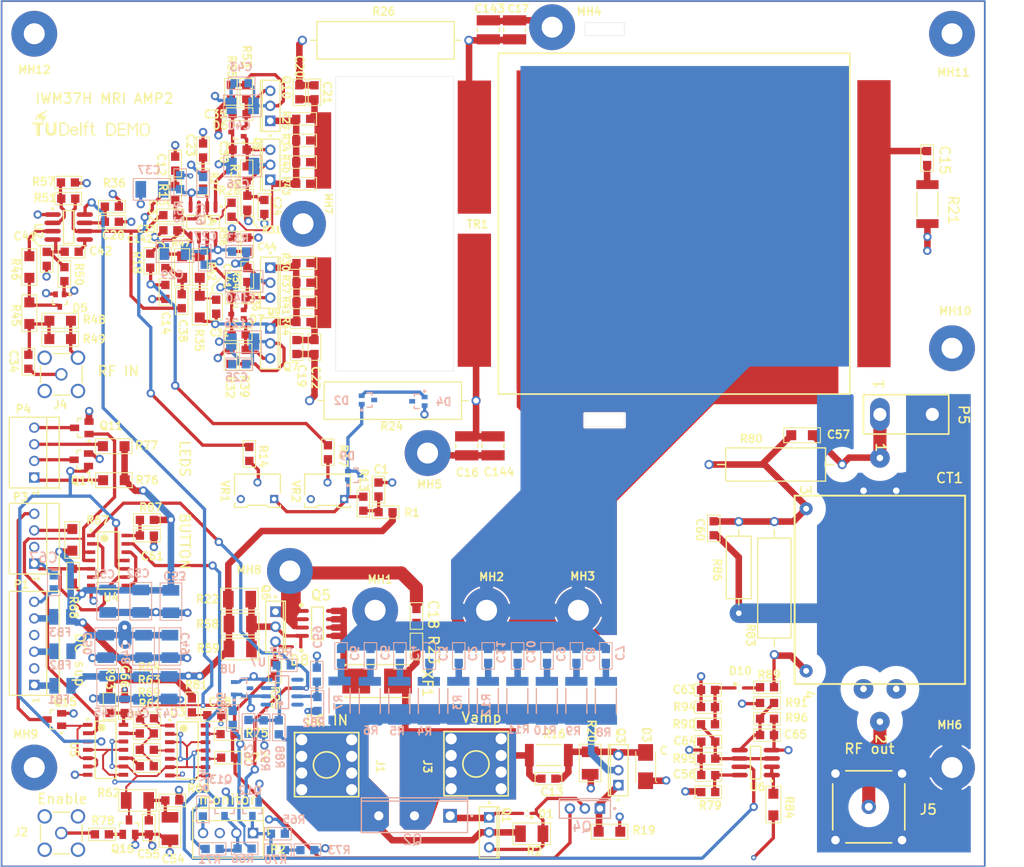
<source format=kicad_pcb>
(kicad_pcb (version 20240108) (generator "pcbnew") (generator_version "8.0")
  (layers (0 "F.Cu" signal "Top Layer") (1 "In1.Cu" signal "Signal Layer 1") (2 "In2.Cu" signal "Signal Layer 2") (31 "B.Cu" signal "Bottom Layer") (34 "B.Paste" user "Bottom Paste") (35 "F.Paste" user "Top Paste") (36 "B.SilkS" user "Bottom Overlay") (37 "F.SilkS" user "Top Overlay") (38 "B.Mask" user "Bottom Solder") (39 "F.Mask" user "Top Solder") (44 "Edge.Cuts" user))
  (net 0 "")
  (net 1 "NetQ5_5")
  (net 2 "Vd")
  (net 3 "SWRok")
  (net 4 "RFgnd")
  (net 5 "ref2V5")
  (net 6 "NetU4_8")
  (net 7 "NetU4_2")
  (net 8 "NetU3_2")
  (net 9 "NetR84_2")
  (net 10 "NetR75_1")
  (net 11 "NetR72_1")
  (net 12 "NetR71_2")
  (net 13 "NetR70_2")
  (net 14 "NetR69_1")
  (net 15 "NetR64_1")
  (net 16 "NetR63_1")
  (net 17 "NetR61_1")
  (net 18 "NetQ16_3")
  (net 19 "NetQ16_1")
  (net 20 "NetQ15_1")
  (net 21 "NetQ14_1")
  (net 22 "NetQ11_1")
  (net 23 "NetP4_3")
  (net 24 "NetP4_1")
  (net 25 "NetP3_3")
  (net 26 "NetC67_2")
  (net 27 "NetP2_3")
  (net 28 "NetP2_2")
  (net 29 "NetP2_1")
  (net 30 "NetJ2_1")
  (net 31 "NetFB3_1")
  (net 32 "NetD10_2")
  (net 33 "NetCT1_2")
  (net 34 "NetCT1_4")
  (net 35 "NetC66_2")
  (net 36 "NetC65_2")
  (net 37 "NetC64_2")
  (net 38 "NetC63_2")
  (net 39 "NetC62_2")
  (net 40 "NetC61_2")
  (net 41 "NetC59_2")
  (net 42 "NetC58_2")
  (net 43 "NetC57_2")
  (net 44 "NetC57_1")
  (net 45 "NetC56_2")
  (net 46 "NetC54_1")
  (net 47 "LEDprfl")
  (net 48 "LEDdcfail")
  (net 49 "LEDactive")
  (net 50 "DCok")
  (net 51 "NetFB2_1")
  (net 52 "NetFB1_1")
  (net 53 "NetC17_1")
  (net 54 "NetC16_1")
  (net 55 "NetC2_1")
  (net 56 "VSUP")
  (net 57 "VP")
  (net 58 "VN")
  (net 59 "VAMP")
  (net 60 "RFIN")
  (net 61 "RFB2")
  (net 62 "RFB1")
  (net 63 "NetR51_1")
  (net 64 "NetR46_1")
  (net 65 "NetC142_1")
  (net 66 "NetR27_2")
  (net 67 "NetR17_2")
  (net 68 "NetR14_2")
  (net 69 "NetQ8_1")
  (net 70 "NetC141_1")
  (net 71 "NetD8_1")
  (net 72 "NetQ3_1")
  (net 73 "NetD5_3")
  (net 74 "NetD2_2")
  (net 75 "NetD9_1")
  (net 76 "NetD1_1")
  (net 77 "NetD1_2")
  (net 78 "NetC44_1")
  (net 79 "NetC42_1")
  (net 80 "NetC41_2")
  (net 81 "NetC40_2")
  (net 82 "NetC37_1")
  (net 83 "NetC38_2")
  (net 84 "NetC36_1")
  (net 85 "NetC35_1")
  (net 86 "NetC34_2")
  (net 87 "NetC32_2")
  (net 88 "NetC31_2")
  (net 89 "NetC31_1")
  (net 90 "NetC30_2")
  (net 91 "NetC30_1")
  (net 92 "NetC28_2")
  (net 93 "NetC27_2")
  (net 94 "NetC25_2")
  (net 95 "NetC24_2")
  (net 96 "NetC23_2")
  (net 97 "NetC18_2")
  (net 98 "NetC15_1")
  (net 99 "NetC14_2")
  (net 100 "NetC13_1")
  (net 101 "NetC12_2")
  (net 102 "NetC11_2")
  (net 103 "NetC10_2")
  (net 104 "NetC9_2")
  (net 105 "NetC8_2")
  (net 106 "NetC7_2")
  (net 107 "NetC6_2")
  (net 108 "NetC5_2")
  (net 109 "NetC4_2")
  (net 110 "NetC3_2")
  (net 111 "NetC2_2")
  (net 112 "NetC1_2")
  (net 113 "NetC15_2")
  (net 114 "GND")
  (net 115 "GATE2")
  (net 116 "GATE1")
  (net 117 "ENABLE")
  (net 118 "DRAIN2")
  (net 119 "DRAIN1")
  (net 120 "BIAS2")
  (net 121 "BIAS1")
  (net 122 "NetC141_2")
  (net 123 "NetD2_1")
  (net 124 "NetD8_2")
  (footprint "sm.PCBLIB:SM/R_0805" (layer "F.Cu") (at 189.2175 146.1536)
    (property "Reference" "R91")
    (property "Value" "Res2" (hide yes))
  )
  (footprint "sm.PCBLIB:SM/R_0805" (layer "F.Cu") (at 106.92175 150.9036)
    (property "Reference" "R75")
    (property "Value" "Res2" (hide yes))
  )
  (footprint "DG_PcbLib.PcbLib:SMD/R_2512" (layer "F.Cu") (at 157.0011 154.1036)
    (property "Reference" "R16")
    (property "Value" "Res2" (hide yes))
  )
  (footprint "sm.PCBLIB:SM/R_0805" (layer "F.Cu") (at 118.4591 56.9906)
    (property "Reference" "R29")
    (property "Value" "Res2" (hide yes))
  )
  (footprint "sm.PCBLIB:SM/R_0805" (layer "F.Cu") (at 108.6011 69.8036 -90)
    (property "Reference" "R28")
    (property "Value" "Res2" (hide yes))
  )
  (footprint "Vault:ONSC-SOD-523-2-502-01_V" (layer "F.Cu") (at 186.0511 143.8536)
    (property "Reference" "D10")
    (property "Value" "BAT54XV2T5G" (hide yes))
  )
  (footprint "sm.PCBLIB:SM/R_0805" (layer "F.Cu") (at 182.3511 146.77861 180)
    (property "Reference" "R94")
    (property "Value" "Res2" (hide yes))
  )
  (footprint "Vault:ADI-R-8_M" (layer "F.Cu") (at 188.5511 155.2536 180)
    (property "Reference" "U6")
    (property "Value" "AD822ARZ" (hide yes))
  )
  (footprint "sm.PCBLIB:SM/R_0805" (layer "F.Cu") (at 110.8391 53.9426 90)
    (property "Reference" "R53")
    (property "Value" "Res2" (hide yes))
  )
  (footprint "Footprint Library.PcbLib:SMA-Grotere-Gaten" (layer "F.Cu") (at 82.62815 95.99281)
    (property "Reference" "J4")
    (property "Value" "CONSMA008" (hide yes))
  )
  (footprint "sm.PCBLIB:SM/C_0805" (layer "F.Cu") (at 111.0011 77.2536 90)
    (property "Reference" "C44")
    (property "Value" "Cap" (hide yes))
  )
  (footprint "sm.PCBLIB:SM/R_0805" (layer "F.Cu") (at 89.27175 70.39194)
    (property "Reference" "R36")
    (property "Value" "Res2" (hide yes))
  )
  (footprint "sm.PCBLIB:SM/R_0805" (layer "F.Cu") (at 89.9761 145.5536 -90)
    (property "Reference" "R93")
    (property "Value" "Res2" (hide yes))
  )
  (footprint "CSTEMP.PcbLib:MTHOLE3.2MM_TOPBOT7MM" (layer "F.Cu") (at 118.1011 122.34805 90)
    (property "Reference" "MH8")
    (property "Value" "M3spacer" (hide yes))
  )
  (footprint "sm.PCBLIB:SM/C_1206" (layer "F.Cu") (at 101.05845 77.9516 -90)
    (property "Reference" "R47")
    (property "Value" "Res2" (hide yes))
  )
  (footprint "CSTEMP.PcbLib:MTHOLE3.2MM_TOPBOT7MM" (layer "F.Cu") (at 138.5011 108.0036 90)
    (property "Reference" "MH5")
    (property "Value" "M3spacer" (hide yes))
  )
  (footprint "sm.PCBLIB:SM/R_1210" (layer "F.Cu") (at 92.5261 161.0286)
    (property "Reference" "R62")
    (property "Value" "Res2" (hide yes))
  )
  (footprint "sm.PCBLIB:SM/C_0805" (layer "F.Cu") (at 95.9761 166.2036 90)
    (property "Reference" "C55")
    (property "Value" "Cap" (hide yes))
  )
  (footprint "pcon100t.PCBLIB:POLCON.100/VH/TM1SQS/W.300/4" (layer "F.Cu") (at 111.8761 166.0036 180)
    (property "Reference" "P2")
    (property "Value" "HEADER 4" (hide yes))
  )
  (footprint "sm.PCBLIB:SM/R_0805" (layer "F.Cu") (at 102.5511 145.4536 -90)
    (property "Reference" "R81")
    (property "Value" "Res2" (hide yes))
  )
  (footprint "CSTEMP.PcbLib:MTHOLE3.2MM_TOPBOT7MM" (layer "F.Cu") (at 218.5011 44.0036 90)
    (property "Reference" "MH11")
    (property "Value" "M3spacer" (hide yes))
  )
  (footprint "sm.PCBLIB:SM/R_1210" (layer "F.Cu") (at 163.3011 157.0326 90)
    (property "Reference" "R20")
    (property "Value" "Res2" (hide yes))
  )
  (footprint "Vault:ONSC-SOD-523-2-502-01_V" (layer "F.Cu") (at 153.6411 163.0036 180)
    (property "Reference" "D1")
    (property "Value" "BAT54XV2T5G" (hide yes))
  )
  (footprint "sm.PCBLIB:SM/C_0805" (layer "F.Cu") (at 77.6011 93.0036 -90)
    (property "Reference" "C34")
    (property "Value" "Cap" (hide yes))
  )
  (footprint "sm.PCBLIB:SM/R_1210" (layer "F.Cu") (at 111.6301 134.1036 180)
    (property "Reference" "R58")
    (property "Value" "Res2" (hide yes))
  )
  (footprint "sm.PCBLIB:SM/R_0805" (layer "F.Cu") (at 94.6011 155.8036)
    (property "Reference" "R61")
    (property "Value" "Res2" (hide yes))
  )
  (footprint "sm.PCBLIB:SM/R_0805" (layer "F.Cu") (at 118.5011 88.0036)
    (property "Reference" "R44")
    (property "Value" "Res2" (hide yes))
  )
  (footprint "sm.PCBLIB:SM/R_0805" (layer "F.Cu") (at 104.2511 65.5036 -90)
    (property "Reference" "R27")
    (property "Value" "Res2" (hide yes))
  )
  (footprint "C__ProgramData_Altium_Altium Designer {02138A53-07CA-4151-A466-E5ACAEC16860}_VaultsFileCache_B7D15EC3-160A-466F-A46C-7801FE6295A7_AF1C01A5-1C22-4C7C-A547-2FCC435F23A7_Released_ONSC-TO-225-3-77-09.PcbLib:ONSC-TO-225-3-77-09" (layer "F.Cu") (at 114.5011 91.2536)
    (property "Reference" "Q7")
    (property "Value" "BD139" (hide yes))
  )
  (footprint "sm.PCBLIB:SM/R_1210" (layer "F.Cu") (at 111.6301 137.9036 180)
    (property "Reference" "R59")
    (property "Value" "Res2" (hide yes))
  )
  (footprint "CSTEMP.PcbLib:MTHOLE3.2MM_TOPBOT7MM" (layer "F.Cu") (at 229.23494 165.9526 90)
    (property "Reference" "MH10")
    (property "Value" "M3spacer" (hide yes))
  )
  (footprint "sm.PCBLIB:SM/R_0805" (layer "F.Cu") (at 191.3511 143.7536 180)
    (property "Reference" "R89")
    (property "Value" "Res2" (hide yes))
  )
  (footprint "sm.PCBLIB:SM/R_0805" (layer "F.Cu") (at 111.3011 107.07 -90)
    (property "Reference" "R14")
    (property "Value" "Res2" (hide yes))
  )
  (footprint "sm.PCBLIB:SM/C_0805" (layer "F.Cu") (at 101.0011 85.90205 90)
    (property "Reference" "C38")
    (property "Value" "Cap" (hide yes))
  )
  (footprint "sm.PCBLIB:SM/C_1206" (layer "F.Cu") (at 191.2511 163.3056 90)
    (property "Reference" "R84")
    (property "Value" "Res2" (hide yes))
  )
  (footprint "Vault:D0014A_N" (layer "F.Cu") (at 101.9011 153.4036)
    (property "Reference" "U3")
    (property "Value" "SN74HC02D" (hide yes))
  )
  (footprint "sm.PCBLIB:SM/R_0805" (layer "F.Cu") (at 108.43945 92.2536 -90)
    (property "Reference" "R32")
    (property "Value" "Res2" (hide yes))
  )
  (footprint "sm.PCBLIB:SM/C_0805" (layer "F.Cu") (at 158.0011 157.7036 180)
    (property "Reference" "C13")
    (property "Value" "Cap" (hide yes))
  )
  (footprint "tm_axial.PCBLIB:AX/.800X.200/.037" (layer "F.Cu") (at 191.4011 138.7786 90)
    (property "Reference" "R83")
    (property "Value" "Res2" (hide yes))
  )
  (footprint "vres.PCBLIB:VRES38" (layer "F.Cu") (at 115.0911 115.0256 180)
    (property "Reference" "VR1")
    (property "Value" "10k" (hide yes))
  )
  (footprint "CSTEMP.PcbLib:BUSHING_M4" (layer "F.Cu") (at 119.3011 151.7636)
    (property "Reference" "J1")
    (property "Value" "M4 bushing" (hide yes))
  )
  (footprint "sm.PCBLIB:SM/R_0805" (layer "F.Cu") (at 82.6175 69.16564)
    (property "Reference" "R51")
    (property "Value" "Res2" (hide yes))
  )
  (footprint "sm.PCBLIB:SM/R_0805" (layer "F.Cu") (at 94.6011 150.8036)
    (property "Reference" "R63")
    (property "Value" "Res2" (hide yes))
  )
  (footprint "sm.PCBLIB:SM/C_0805" (layer "F.Cu") (at 180.2175 144.15361)
    (property "Reference" "C63")
    (property "Value" "Cap" (hide yes))
  )
  (footprint "tm_axial.PCBLIB:AX/1.000X.225/.034" (layer "F.Cu") (at 119.4011 45.0036)
    (property "Reference" "R26")
    (property "Value" "Res2" (hide yes))
  )
  (footprint "sm.PCBLIB:SM/R_1210" (layer "F.Cu") (at 156.1011 166.1036 180)
    (property "Reference" "R2")
    (property "Value" "Res2" (hide yes))
  )
  (footprint "sm.PCBLIB:SM/C_0805" (layer "F.Cu") (at 182.1511 120.5536 90)
    (property "Reference" "C60")
    (property "Value" "Cap" (hide yes))
  )
  (footprint "sm.PCBLIB:SM/R_0805" (layer "F.Cu") (at 110.7511 94.3872 90)
    (property "Reference" "R39")
    (property "Value" "Res2" (hide yes))
  )
  (footprint "sm.PCBLIB:SM/C_0805" (layer "F.Cu") (at 100.33045 71.69194 180)
    (property "Reference" "C32")
    (property "Value" "Cap" (hide yes))
  )
  (footprint "DG_PcbLib.PcbLib:SMD/R_2512" (layer "F.Cu") (at 214.7511 70.0036 -90)
    (property "Reference" "R21")
    (property "Value" "Res2" (hide yes))
  )
  (footprint "CSTEMP.PcbLib:LOGO3" (layer "F.Cu") (at 78.2511 59.7286)
    (property "Reference" "IWM37H MRI AMP2")
    (property "Value" "Comment" (hide yes))
  )
  (footprint "C__ProgramData_Altium_Altium Designer {02138A53-07CA-4151-A466-E5ACAEC16860}_VaultsFileCache_B7D15EC3-160A-466F-A46C-7801FE6295A7_18A4B5F1-5735-412D-8E4D-103348C05C13_Released_ADI-R-8_L.PcbLib:ADI-R-8_L" (layer "F.Cu") (at 104.2511 72.7536 -90)
    (property "Reference" "U1")
    (property "Value" "AD8017ARZ" (hide yes))
  )
  (footprint "sm.PCBLIB:SM/R_0805" (layer "F.Cu") (at 123.3011 106.82 -90)
    (property "Reference" "R17")
    (property "Value" "Res2" (hide yes))
  )
  (footprint "MRIamp.PcbLib:CT" (layer "F.Cu") (at 207.5011 129.0036 180)
    (property "Reference" "CT1")
    (property "Value" "CT1:10" (hide yes))
  )
  (footprint "sm.PCBLIB:SM/C_0805" (layer "F.Cu") (at 118.5011 90.7536 -90)
    (property "Reference" "C19")
    (property "Value" "Cap" (hide yes))
  )
  (footprint "sm.PCBLIB:SM/R_0805" (layer "F.Cu") (at 128.7011 114.67 -90)
    (property "Reference" "R13")
    (property "Value" "Res2" (hide yes))
  )
  (footprint "sm.PCBLIB:SM/C_0805" (layer "F.Cu") (at 107.0261 148.0036 180)
    (property "Reference" "C58")
    (property "Value" "Cap" (hide yes))
  )
  (footprint "sm.PCBLIB:SM/C_0805" (layer "F.Cu") (at 104.2511 60.7536 -90)
    (property "Reference" "C23")
    (property "Value" "Cap" (hide yes))
  )
  (footprint "sm.PCBLIB:SM/R_1210" (layer "F.Cu") (at 111.5301 130.3036 180)
    (property "Reference" "R22")
    (property "Value" "Res2" (hide yes))
  )
  (footprint "sm.PCBLIB:SM/C_1206" (layer "F.Cu") (at 84.1011 87.8036 180)
    (property "Reference" "R48")
    (property "Value" "Res2" (hide yes))
  )
  (footprint "CSTEMP.PcbLib:MTHOLE3.2MM_TOPBOT7MM" (layer "F.Cu") (at 78.5011 44.0036 90)
    (property "Reference" "MH12")
    (property "Value" "M3spacer" (hide yes))
  )
  (footprint "sm.PCBLIB:SM/R_0805" (layer "F.Cu") (at 100.0011 69.36759 90)
    (property "Reference" "R15")
    (property "Value" "Res2" (hide yes))
  )
  (footprint "sm.PCBLIB:SM/R_0805" (layer "F.Cu") (at 84.4011 127.8036 90)
    (property "Reference" "R68")
    (property "Value" "Res2" (hide yes))
  )
  (footprint "sm.PCBLIB:SM/R_1206" (layer "F.Cu") (at 167.9011 165.8036 180)
    (property "Reference" "R19")
    (property "Value" "Res2" (hide yes))
  )
  (footprint "Vault:FAIR-SOT23-3_V" (layer "F.Cu") (at 92.9511 165.1036)
    (property "Reference" "Q16")
    (property "Value" "FDV301N" (hide yes))
  )
  (footprint "C__ProgramData_Altium_Altium Designer {02138A53-07CA-4151-A466-E5ACAEC16860}_VaultsFileCache_B7D15EC3-160A-466F-A46C-7801FE6295A7_AF1C01A5-1C22-4C7C-A547-2FCC435F23A7_Released_ONSC-TO-225-3-77-09.PcbLib:ONSC-TO-225-3-77-09" (layer "F.Cu") (at 114.5011 64.0036 180)
    (property "Reference" "Q8")
    (property "Value" "BD139" (hide yes))
  )
  (footprint "sm.PCBLIB:SM/R_0805" (layer "F.Cu") (at 110.9011 66.3872 90)
    (property "Reference" "R38")
    (property "Value" "Res2" (hide yes))
  )
  (footprint "sm.PCBLIB:SM/C_1206" (layer "F.Cu") (at 84.3011 122.9036 90)
    (property "Reference" "R67")
    (property "Value" "Res2" (hide yes))
  )
  (footprint "Vault:FAIR-SOT23-3_V" (layer "F.Cu") (at 85.7511 104.1536 90)
    (property "Reference" "Q11")
    (property "Value" "FDV301N" (hide yes))
  )
  (footprint "C__ProgramData_Altium_Altium Designer {02138A53-07CA-4151-A466-E5ACAEC16860}_VaultsFileCache_B7D15EC3-160A-466F-A46C-7801FE6295A7_AF1C01A5-1C22-4C7C-A547-2FCC435F23A7_Released_ONSC-TO-225-3-77-09.PcbLib:ONSC-TO-225-3-77-09" (layer "F.Cu") (at 147.9011 165.9036)
    (property "Reference" "Q1")
    (property "Value" "BD139" (hide yes))
  )
  (footprint "pcon100t.PCBLIB:POLCON.100/VH/TM1SQS/W.300/6" (layer "F.Cu") (at 78.5011 143.4036 90)
    (property "Reference" "P1")
    (property "Value" "Header 6" (hide yes))
  )
  (footprint "sm.PCBLIB:SM/C_1206" (layer "F.Cu") (at 77.7511 77.9516 -90)
    (property "Reference" "R46")
    (property "Value" "Res2" (hide yes))
  )
  (footprint "sm.PCBLIB:SM/R_0805" (layer "F.Cu") (at 84.7011 66.7036 180)
    (property "Reference" "R57")
    (property "Value" "Res2" (hide yes))
  )
  (footprint "sm.PCBLIB:SM/C_0805" (layer "F.Cu") (at 110.8847 56.26695 180)
    (property "Reference" "C35")
    (property "Value" "Cap" (hide yes))
  )
  (footprint "sm.PCBLIB:SM/R_0805" (layer "F.Cu") (at 191.3511 148.5536 180)
    (property "Reference" "R96")
    (property "Value" "Res2" (hide yes))
  )
  (footprint "CSTEMP.PcbLib:MTHOLE3.2MM_TOPBOT7MM" (layer "F.Cu") (at 130.6011 129.9036)
    (property "Reference" "MH1")
    (property "Value" "M3spacer" (hide yes))
  )
  (footprint "DG_PcbLib.PcbLib:SMD/C_1111" (layer "F.Cu") (at 147.7631 43.4036 -90)
    (property "Reference" "C143")
    (property "Value" "Cap" (hide yes))
  )
  (footprint "CSTEMP.PcbLib:MTHOLE3.2MM_TOPBOT7MM" (layer "F.Cu") (at 162.4011 130.1036)
    (property "Reference" "MH3")
    (property "Value" "M3spacer" (hide yes))
  )
  (footprint "vres.PCBLIB:VRES38" (layer "F.Cu") (at 125.7731 115.0356 180)
    (property "Reference" "VR2")
    (property "Value" "10k" (hide yes))
  )
  (footprint "sm.PCBLIB:SM/C_0805" (layer "F.Cu") (at 113.6011 71.5036 90)
    (property "Reference" "C24")
    (property "Value" "Cap" (hide yes))
  )
  (footprint "sm.PCBLIB:SM/C_0805" (layer "F.Cu") (at 100.0011 62.76334 -90)
    (property "Reference" "C12")
    (property "Value" "Cap" (hide yes))
  )
  (footprint "CSTEMP.PcbLib:MTHOLE3.2MM_TOPBOT7MM" (layer "F.Cu") (at 218.10665 161.55194 90)
    (property "Reference" "MH6")
    (property "Value" "M3spacer" (hide yes))
  )
  (footprint "sm.PCBLIB:SM/C_1206" (layer "F.Cu") (at 92.2761 106.9536 180)
    (property "Reference" "R77")
    (property "Value" "Res2" (hide yes))
  )
  (footprint "sm.PCBLIB:SM/C_1206" (layer "F.Cu") (at 103.7511 81.2536 90)
    (property "Reference" "R42")
    (property "Value" "Res2" (hide yes))
  )
  (footprint "sm.PCBLIB:SM/C_0805" (layer "F.Cu") (at 110.7511 84.2536 180)
    (property "Reference" "C36")
    (property "Value" "Cap" (hide yes))
  )
  (footprint "Vault:FAIR-SOT23-3_V" (layer "F.Cu") (at 85.6761 109.0286 90)
    (property "Reference" "Q14")
    (property "Value" "FDV301N" (hide yes))
  )
  (footprint "Vault:D0014A_L" (layer "F.Cu") (at 89.8011 124.4036)
    (property "Reference" "U4")
    (property "Value" "SN74AHCT132D" (hide yes))
  )
  (footprint "CSTEMP.PcbLib:MTHOLE3.2MM_TOPBOT7MM" (layer "F.Cu") (at 157.1941 43.0206)
    (property "Reference" "MH4")
    (property "Value" "M3spacer" (hide yes))
  )
  (footprint "sm.PCBLIB:SM/C_0805" (layer "F.Cu") (at 121.2511 90.7536 -90)
    (property "Reference" "C22")
    (property "Value" "Cap" (hide yes))
  )
  (footprint "Vault:ONSC-SOD-523-2-502-01_V" (layer "F.Cu") (at 118.5011 137.58285 180)
    (property "Reference" "D8")
    (property "Value" "BAT54XV2T5G" (hide yes))
  )
  (footprint "sm.PCBLIB:SM/C_1206" (layer "F.Cu") (at 103.7511 87.3056 90)
    (property "Reference" "R35")
    (property "Value" "Res2" (hide yes))
  )
  (footprint "sm.PCBLIB:SM/C_0805" (layer "F.Cu") (at 106.25325 86.7372 90)
    (property "Reference" "C141")
    (property "Value" "Cap" (hide yes))
  )
  (footprint "CSTEMP.PcbLib:MTHOLE3.2MM_TOPBOT7MM" (layer "F.Cu") (at 78.5011 156.0036 90)
    (property "Reference" "MH9")
    (property "Value" "M3spacer" (hide yes))
  )
  (footprint "sm.PCBLIB:SM/R_0805" (layer "F.Cu") (at 83.1011 79.6286 -90)
    (property "Reference" "R50")
    (property "Value" "Res2" (hide yes))
  )
  (footprint "sm.PCBLIB:SM/R_0805" (layer "F.Cu") (at 118.5011 82.0036)
    (property "Reference" "R37")
    (property "Value" "Res2" (hide yes))
  )
  (footprint "sm.PCBLIB:SM/C_0805" (layer "F.Cu") (at 85.2761 77.2786 180)
    (property "Reference" "C42")
    (property "Value" "Cap" (hide yes))
  )
  (footprint "tm_axial.PCBLIB:AX/.800X.200/.037" (layer "F.Cu") (at 201.7511 109.7536 180)
    (property "Reference" "R80")
    (property "Value" "Res2" (hide yes))
  )
  (footprint "sm.PCBLIB:SM/R_0805" (layer "F.Cu") (at 87.7511 166.2036)
    (property "Reference" "R78")
    (property "Value" "Res2" (hide yes))
  )
  (footprint "sm.PCBLIB:SM/R_0805" (layer "F.Cu") (at 96.7675 148.49195 180)
    (property "Reference" "R64")
    (property "Value" "Res2" (hide yes))
  )
  (footprint "sm.PCBLIB:SM/C_1210" (layer "F.Cu") (at 99.2011 163.6036 -90)
    (property "Reference" "C54")
    (property "Value" "Cap" (hide yes))
  )
  (footprint "sm.PCBLIB:SM/C_0805" (layer "F.Cu") (at 121.2511 54.0036 90)
    (property "Reference" "C21")
    (property "Value" "Cap" (hide yes))
  )
  (footprint "sm.PCBLIB:SM/DO214AC_12" (layer "F.Cu") (at 171.75605 158.0216 90)
    (property "Reference" "D3")
    (property "Value" "ES1C" (hide yes))
  )
  (footprint "sm.PCBLIB:SM/R_0805" (layer "F.Cu") (at 118.5011 79.0036)
    (property "Reference" "R30")
    (property "Value" "Res2" (hide yes))
  )
  (footprint "sm.PCBLIB:SM/R_0805" (layer "F.Cu") (at 118.4591 66.8966)
    (property "Reference" "R43")
    (property "Value" "Res2" (hide yes))
  )
  (footprint "sm.PCBLIB:SM/R_0805" (layer "F.Cu") (at 118.4591 60.2926)
    (property "Reference" "R34")
    (property "Value" "Res2" (hide yes))
  )
  (footprint "sm.PCBLIB:SM/R_0805" (layer "F.Cu") (at 107.0011 154.5036)
    (property "Reference" "R72")
    (property "Value" "Res2" (hide yes))
  )
  (footprint "sm.PCBLIB:SM/C_0805" (layer "F.Cu") (at 100.33045 74.0036 180)
    (property "Reference" "C33")
    (property "Value" "Cap" (hide yes))
  )
  (footprint "CSTEMP.PcbLib:BUSHING_M4" (layer "F.Cu") (at 142.1011 151.6236)
    (property "Reference" "J3")
    (property "Value" "M4 bushing" (hide yes))
  )
  (footprint "MRIamp.PcbLib:PCBComponent_1" (layer "F.Cu") (at 145.6371 72.9926 -90)
    (property "Reference" "TR1")
    (property "Value" "1:1:4:4" (hide yes))
  )
  (footprint "sm.PCBLIB:SM/C_1206" (layer "F.Cu") (at 193.9761 105.2786)
    (property "Reference" "C57")
    (property "Value" "Cap" (hide yes))
  )
  (footprint "sm.PCBLIB:SM/R_0805" (layer "F.Cu") (at 96.7511 118.2036 180)
    (property "Reference" "R87")
    (property "Value" "Res2" (hide yes))
  )
  (footprint "tm_axial.PCBLIB:AX/1.000X.225/.034" (layer "F.Cu") (at 120.5011 100.0036)
    (property "Reference" "R24")
    (property "Value" "Res2" (hide yes))
  )
  (footprint "C__ProgramData_Altium_Altium Designer {02138A53-07CA-4151-A466-E5ACAEC16860}_VaultsFileCache_B7D15EC3-160A-466F-A46C-7801FE6295A7_CBDC713D-DC29-45C9-8CA9-C6161FF3830B_Released_ONSC-SOT-323-3-419-04_V.PcbLib:ONSC-SOT-323-3-419-04_V" (layer "F.Cu") (at 109.5011 86.80064 180)
    (property "Reference" "D7")
    (property "Value" "BAV99WT1G" (hide yes))
  )
  (footprint "C__ProgramData_Altium_Altium Designer {02138A53-07CA-4151-A466-E5ACAEC16860}_VaultsFileCache_B7D15EC3-160A-466F-A46C-7801FE6295A7_AF1C01A5-1C22-4C7C-A547-2FCC435F23A7_Released_ONSC-TO-225-3-77-09.PcbLib:ONSC-TO-225-3-77-09" (layer "F.Cu") (at 114.5011 82.0036)
    (property "Reference" "Q9")
    (property "Value" "BD140" (hide yes))
  )
  (footprint "sm.PCBLIB:SM/C_0805" (layer "F.Cu") (at 136.8011 131.8036 -90)
    (property "Reference" "C18")
    (property "Value" "Cap" (hide yes))
  )
  (footprint "sm.PCBLIB:SM/C_0805" (layer "F.Cu") (at 110.7511 89.8836 180)
    (property "Reference" "C31")
    (property "Value" "Cap" (hide yes))
  )
  (footprint "sm.PCBLIB:SM/C_0805" (layer "F.Cu") (at 96.7511 120.6036 180)
    (property "Reference" "C61")
    (property "Value" "Cap" (hide yes))
  )
  (footprint "sm.PCBLIB:SM/R_0805" (layer "F.Cu") (at 108.5011 51.809 -90)
    (property "Reference" "R55")
    (property "Value" "Res2" (hide yes))
  )
  (footprint "sm.PCBLIB:SM/R_0805" (layer "F.Cu") (at 118.5011 85.0036)
    (property "Reference" "R41")
    (property "Value" "Res2" (hide yes))
  )
  (footprint "C__ProgramData_Altium_Altium Designer {02138A53-07CA-4151-A466-E5ACAEC16860}_VaultsFileCache_B7D15EC3-160A-466F-A46C-7801FE6295A7_AF1C01A5-1C22-4C7C-A547-2FCC435F23A7_Released_ONSC-TO-225-3-77-09.PcbLib:ONSC-TO-225-3-77-09" (layer "F.Cu") (at 167.6011 156.4036 180)
    (property "Reference" "Q3")
    (property "Value" "BD139" (hide yes))
  )
  (footprint "C__ProgramData_Altium_Altium Designer {02138A53-07CA-4151-A466-E5ACAEC16860}_VaultsFileCache_B7D15EC3-160A-466F-A46C-7801FE6295A7_AF1C01A5-1C22-4C7C-A547-2FCC435F23A7_Released_ONSC-TO-225-3-77-09.PcbLib:ONSC-TO-225-3-77-09" (layer "F.Cu") (at 114.5011 55.0036 180)
    (property "Reference" "Q10")
    (property "Value" "BD140" (hide yes))
  )
  (footprint "sm.PCBLIB:SM/C_0805" (layer "F.Cu") (at 131.01275 112.5036 -90)
    (property "Reference" "C1")
    (property "Value" "Cap" (hide yes))
  )
  (footprint "DG_PcbLib.PcbLib:SMD/C_1111" (layer "F.Cu") (at 151.7711 43.4036 -90)
    (property "Reference" "C17")
    (property "Value" "Cap" (hide yes))
  )
  (footprint "C__ProgramData_Altium_Altium Designer {02138A53-07CA-4151-A466-E5ACAEC16860}_VaultsFileCache_B7D15EC3-160A-466F-A46C-7801FE6295A7_CBDC713D-DC29-45C9-8CA9-C6161FF3830B_Released_ONSC-SOT-323-3-419-04_V.PcbLib:ONSC-SOT-323-3-419-04_V" (layer "F.Cu") (at 82.4011 84.7286 -90)
    (property "Reference" "D5")
    (property "Value" "BAV99WT1G" (hide yes))
  )
  (footprint "sm.PCBLIB:SM/R_0805" (layer "F.Cu") (at 180.2511 154.6536)
    (property "Reference" "R95")
    (property "Value" "Res2" (hide yes))
  )
  (footprint "sm.PCBLIB:SM/R_0805" (layer "F.Cu") (at 180.2511 159.7536)
    (property "Reference" "R79")
    (property "Value" "Res2" (hide yes))
  )
  (footprint "sm.PCBLIB:SM/C_0805" (layer "F.Cu") (at 98.5011 77.63638 -90)
    (property "Reference" "C142")
    (property "Value" "Cap" (hide yes))
  )
  (footprint "CSTEMP.PcbLib:MTHOLE3.2MM_TOPBOT7MM" (layer "F.Cu") (at 119.5011 73.0036)
    (property "Reference" "MH7")
    (property "Value" "M3spacer" (hide yes))
  )
  (footprint "sm.PCBLIB:SM/C_0805" (layer "F.Cu") (at 110.9011 61.6896 180)
    (property "Reference" "C30")
    (property "Value" "Cap" (hide yes))
  )
  (footprint "pcon100t.PCBLIB:POLCON.100/VH/TM1SQS/W.300/4" (layer "F.Cu") (at 78.5011 111.7436 90)
    (property "Reference" "P4")
    (property "Value" "HEADER 4" (hide yes))
  )
  (footprint "sm.PCBLIB:SM/C_0805" (layer "F.Cu") (at 191.3511 151.0536 180)
    (property "Reference" "C65")
    (property "Value" "Cap" (hide yes))
  )
  (footprint "sm.PCBLIB:SM/C_0805" (layer "F.Cu") (at 180.2511 157.1536)
    (property "Reference" "C56")
    (property "Value" "Cap" (hide yes))
  )
  (footprint "sm.PCBLIB:SM/C_0805" (layer "F.Cu") (at 180.2511 152.0536)
    (property "Reference" "C64")
    (property "Value" "Cap" (hide yes))
  )
  (footprint "sm.PCBLIB:SM/C_1206" (layer "F.Cu") (at 77.7511 85.0036 -90)
    (property "Reference" "R45")
    (property "Value" "Res2" (hide yes))
  )
  (footprint "sm.PCBLIB:SM/R_0805" (layer "F.Cu") (at 100.6261 161.0286 180)
    (property "Reference" "R60")
    (property "Value" "Res2" (hide yes))
  )
  (footprint "Vault:LFUS-154_V" (layer "F.Cu") (at 130.8011 142.8036)
    (property "Reference" "XF1")
    (property "Value" "0154010.DR" (hide yes))
  )
  (footprint "sm.PCBLIB:SM/R_0805" (layer "F.Cu") (at 131.02545 117.02795)
    (property "Reference" "R1")
    (property "Value" "Res2" (hide yes))
  )
  (footprint "sm.PCBLIB:SM/R_0805" (layer "F.Cu") (at 115.2011 139.97425 -90)
    (property "Reference" "R25")
    (property "Value" "Res2" (hide yes))
  )
  (footprint "tm_axial.PCBLIB:AX/.550X.150/.034" (layer "F.Cu") (at 185.9761 118.4786 -90)
    (property "Reference" "R86")
    (property "Value" "Res2" (hide yes))
  )
  (footprint "sm.PCBLIB:SM/R_0805" (layer "F.Cu") (at 118.4591 63.5946)
    (property "Reference" "R40")
    (property "Value" "Res2" (hide yes))
  )
  (footprint "sm.PCBLIB:SM/R_0805" (layer "F.Cu") (at 182.3511 149.4036 180)
    (property "Reference" "R90")
    (property "Value" "Res2" (hide yes))
  )
  (footprint "sm.PCBLIB:SM/R_0805" (layer "F.Cu") (at 111.0011 81.8872 90)
    (property "Reference" "R54")
    (property "Value" "Res2" (hide yes))
  )
  (footprint "Zetex Discrete MOSFET.IntLib:SO8_N" (layer "F.Cu") (at 121.7011 134.0036)
    (property "Reference" "Q5")
    (property "Value" "BSC340N08NS3" (hide yes))
  )
  (footprint "C__ProgramData_Altium_Altium Designer {02138A53-07CA-4151-A466-E5ACAEC16860}_VaultsFileCache_B7D15EC3-160A-466F-A46C-7801FE6295A7_CBDC713D-DC29-45C9-8CA9-C6161FF3830B_Released_ONSC-SOT-323-3-419-04_V.PcbLib:ONSC-SOT-323-3-419-04_V" (layer "F.Cu") (at 109.5011 59.0036 180)
    (property "Reference" "D6")
    (property "Value" "BAV99WT1G" (hide yes))
  )
  (footprint "Footprint Library.PcbLib:SMA-Grotere-Gaten" (layer "F.Cu") (at 82.6281 166.0036 90)
    (property "Reference" "J2")
    (property "Value" "CONSMA008" (hide yes))
  )
  (footprint "sm.PCBLIB:SM/C_0805" (layer "F.Cu") (at 98.5011 84.47425 90)
    (property "Reference" "C14")
    (property "Value" "Cap" (hide yes))
  )
  (footprint "sm.PCBLIB:SM/C_1206" (layer "F.Cu") (at 92.3011 112.1536 180)
    (property "Reference" "R76")
    (property "Value" "Res2" (hide yes))
  )
  (footprint "sm.PCBLIB:SM/C_0805" (layer "F.Cu") (at 92.3011 145.5536 -90)
    (property "Reference" "C66")
    (property "Value" "Cap" (hide yes))
  )
  (footprint "sm.PCBLIB:SM/C_0805" (layer "F.Cu") (at 80.4011 79.4286 90)
    (property "Reference" "C41")
    (property "Value" "Cap" (hide yes))
  )
  (footprint "sm.PCBLIB:SM/R_0805" (layer "F.Cu") (at 136.8011 136.47 -90)
    (property "Reference" "R23")
    (property "Value" "Res2" (hide yes))
  )
  (footprint "Footprint Library.PcbLib:BNC_Danny" (layer "F.Cu") (at 205.8011 162.0036 180)
    (property "Reference" "J5")
    (property "Value" "R141426161" (hide yes))
  )
  (footprint "Vault:D0014A_N" (layer "F.Cu") (at 89.38045 153.3036)
    (property "Reference" "U5")
    (property "Value" "SN74HC02D" (hide yes))
  )
  (footprint "pcon100t.PCBLIB:POLCON.100/VH/TM1SQS/W.300/4" (layer "F.Cu") (at 78.5011 124.8836 90)
    (property "Reference" "P3")
    (property "Value" "HEADER 4" (hide yes))
  )
  (footprint "sm.PCBLIB:SM/R_0805" (layer "F.Cu") (at 96.7347 153.3036 180)
    (property "Reference" "R69")
    (property "Value" "Res2" (hide yes))
  )
  (footprint "Vault:FAIR-SOT23-3_V" (layer "F.Cu") (at 81.5761 148.6786 90)
    (property "Reference" "Q15")
    (property "Value" "FDV301N" (hide yes))
  )
  (footprint "CSTEMP.PcbLib:MTHOLE3.2MM_TOPBOT7MM" (layer "F.Cu") (at 146.7581 130.1036)
    (property "Reference" "MH2")
    (property "Value" "M3spacer" (hide yes))
  )
  (footprint "sm.PCBLIB:SM/C_1206" (layer "F.Cu") (at 84.1011 90.6036 180)
    (property "Reference" "R49")
    (property "Value" "Res2" (hide yes))
  )
  (footprint "DG_PcbLib.PcbLib:SMD/C_1111" (layer "F.Cu") (at 144.4761 106.9036 90)
    (property "Reference" "C16")
    (property "Value" "Cap" (hide yes))
  )
  (footprint "sm.PCBLIB:SM/R_0805" (layer "F.Cu") (at 111.0011 68.7286 -90)
    (property "Reference" "R31")
    (property "Value" "Res2" (hide yes))
  )
  (footprint "sm.PCBLIB:SM/R_0805" (layer "F.Cu") (at 108.6761 75.1036 -90)
    (property "Reference" "R56")
    (property "Value" "Res2" (hide yes))
  )
  (footprint "DG_PcbLib.PcbLib:SMD/C_1111" (layer "F.Cu") (at 148.4841 106.9036 90)
    (property "Reference" "C144")
    (property "Value" "Cap" (hide yes))
  )
  (footprint "sm.PCBLIB:SM/C_0805" (layer "F.Cu") (at 214.7011 61.9036 -90)
    (property "Reference" "C15")
    (property "Value" "Cap" (hide yes))
  )
  (footprint "sm.PCBLIB:SM/C_0805" (layer "F.Cu") (at 91.40535 72.7036 180)
    (property "Reference" "C28")
    (property "Value" "Cap" (hide yes))
  )
  (footprint "sm.PCBLIB:SM/R_0805" (layer "F.Cu") (at 96.18945 77.57 -90)
    (property "Reference" "R18")
    (property "Value" "Res2" (hide yes))
  )
  (footprint "C__ProgramData_Altium_Altium Designer {02138A53-07CA-4151-A466-E5ACAEC16860}_VaultsFileCache_B7D15EC3-160A-466F-A46C-7801FE6295A7_AF1C01A5-1C22-4C7C-A547-2FCC435F23A7_Released_ONSC-TO-225-3-77-09.PcbLib:ONSC-TO-225-3-77-09" (layer "F.Cu") (at 115.3011 134.5036)
    (property "Reference" "Q6")
    (property "Value" "BD139" (hide yes))
  )
  (footprint "sm.PCBLIB:SM/C_0805" (layer "F.Cu") (at 118.93945 54.0036 90)
    (property "Reference" "C20")
    (property "Value" "Cap" (hide yes))
  )
  (footprint "C__ProgramData_Altium_Altium Designer {02138A53-07CA-4151-A466-E5ACAEC16860}_VaultsFileCache_B7D15EC3-160A-466F-A46C-7801FE6295A7_8CA8AB73-6B48-45D4-B909-57CD1C692D12_Released_ADI-R-8_M.PcbLib:ADI-R-8_M" (layer "F.Cu") (at 83.7511 73.5036)
    (property "Reference" "U2")
    (property "Value" "AD8021ARZ" (hide yes))
  )
  (footprint "sm.PCBLIB:SM/R_0805" (layer "B.Cu") (at 108.7761 149.5036 90)
    (property "Reference" "R85")
    (property "Value" "Res2" (hide yes))
  )
  (footprint "sm.PCBLIB:SM/C_0805" (layer "B.Cu") (at 81.4761 128.8036 90)
    (property "Reference" "C67")
    (property "Value" "Cap" (hide yes))
  )
  (footprint "Vault:ADI-R-8_L" (layer "B.Cu") (at 116.3011 144.5036)
    (property "Reference" "U7")
    (property "Value" "AD820ARZ" (hide yes))
  )
  (footprint "sm.PCBLIB:SM/C_0805" (layer "B.Cu") (at 134.27888 137.9036 -90)
    (property "Reference" "C4")
    (property "Value" "Cap" (hide yes))
  )
  (footprint "MRIamp.PcbLib:megaheader" (layer "B.Cu") (at 211.5011 102.1036 90)
    (property "Reference" "P5")
    (property "Value" "RFin" (hide yes))
  )
  (footprint "Vault:MURA-BLM21-B40-CHIP-2_V1" (layer "B.Cu") (at 82.7511 133.0036)
    (property "Reference" "FB3")
    (property "Value" "BLM21PG300SN1B" (hide yes))
  )
  (footprint "sm.PCBLIB:SM/R_0805" (layer "B.Cu") (at 121.7011 147.37425 90)
    (property "Reference" "R82")
    (property "Value" "Res2" (hide yes))
  )
  (footprint "DG_PcbLib.PcbLib:SMD/R_2512" (layer "B.Cu") (at 156.69731 145.8266 -90)
    (property "Reference" "R10")
    (property "Value" "Res2" (hide yes))
  )
  (footprint "sm.PCBLIB:SM/R_0805" (layer "B.Cu") (at 104.2261 161.3286 -90)
    (property "Reference" "R74")
    (property "Value" "Res2" (hide yes))
  )
  (footprint "sm.PCBLIB:SM/C_1210" (layer "B.Cu") (at 108.5261 55.0036)
    (property "Reference" "C40")
    (property "Value" "Cap" (hide yes))
  )
  (footprint "DG_PcbLib.PcbLib:SMD/R_2512" (layer "B.Cu") (at 129.686 145.8266 -90)
    (property "Reference" "R6")
    (property "Value" "Res2" (hide yes))
  )
  (footprint "sm.PCBLIB:SM/C_1210" (layer "B.Cu") (at 94.8761 142.1536 -90)
    (property "Reference" "C46")
    (property "Value" "Cap" (hide yes))
  )
  (footprint "sm.PCBLIB:SM/C_1210" (layer "B.Cu") (at 89.7011 128.9036 -90)
    (property "Reference" "C51")
    (property "Value" "Cap" (hide yes))
  )
  (footprint "sm.PCBLIB:SM/R_0805" (layer "B.Cu") (at 115.8011 150.93785 90)
    (property "Reference" "R88")
    (property "Value" "Res2" (hide yes))
  )
  (footprint "sm.PCBLIB:SM/R_0805" (layer "B.Cu") (at 115.5011 140.4036)
    (property "Reference" "R97")
    (property "Value" "Res2" (hide yes))
  )
  (footprint "DG_PcbLib.PcbLib:SMD/R_2512" (layer "B.Cu") (at 138.68977 145.8266 -90)
    (property "Reference" "R4")
    (property "Value" "Res2" (hide yes))
  )
  (footprint "C__ProgramData_Altium_Altium Designer {02138A53-07CA-4151-A466-E5ACAEC16860}_VaultsFileCache_B7D15EC3-160A-466F-A46C-7801FE6295A7_CBDC713D-DC29-45C9-8CA9-C6161FF3830B_Released_ONSC-SOT-323-3-419-04_V.PcbLib:ONSC-SOT-323-3-419-04_V" (layer "B.Cu") (at 137.1011 100.1036 180)
    (property "Reference" "D4")
    (property "Value" "BAV99WT1G" (hide yes))
  )
  (footprint "sm.PCBLIB:SM/C_0805" (layer "B.Cu") (at 104.5011 79.2536 90)
    (property "Reference" "C27")
    (property "Value" "Cap" (hide yes))
  )
  (footprint "sm.PCBLIB:SM/R_0805" (layer "B.Cu") (at 108.68945 77.2536)
    (property "Reference" "R33")
    (property "Value" "Res2" (hide yes))
  )
  (footprint "Vault:FAIR-SOT23-3_V" (layer "B.Cu") (at 111.7761 162.3786)
    (property "Reference" "Q12")
    (property "Value" "FDV301N" (hide yes))
  )
  (footprint "C__ProgramData_Altium_Altium Designer {02138A53-07CA-4151-A466-E5ACAEC16860}_VaultsFileCache_B7D15EC3-160A-466F-A46C-7801FE6295A7_AF1C01A5-1C22-4C7C-A547-2FCC435F23A7_Released_ONSC-TO-225-3-77-09.PcbLib:ONSC-TO-225-3-77-09" (layer "B.Cu") (at 162.5011 162.2636 90)
    (property "Reference" "Q4")
    (property "Value" "BD139" (hide yes))
  )
  (footprint "Vault:DBZ0003A_N" (layer "B.Cu") (at 110.2011 143.9036)
    (property "Reference" "U8")
    (property "Value" "LM4040CIM3-2.5" (hide yes))
  )
  (footprint "sm.PCBLIB:SM/C_1210" (layer "B.Cu") (at 95.1761 135.8036 -90)
    (property "Reference" "C48")
    (property "Value" "Cap" (hide yes))
  )
  (footprint "sm.PCBLIB:SM/C_0805" (layer "B.Cu") (at 152.23443 137.9036 -90)
    (property "Reference" "C10")
    (property "Value" "Cap" (hide yes))
  )
  (footprint "sm.PCBLIB:SM/C_0805" (layer "B.Cu") (at 111.1761 150.8786 90)
    (property "Reference" "C62")
    (property "Value" "Cap" (hide yes))
  )
  (footprint "INF-PG-TO247-3-44.PcbLib:INF-PG-TO247-3-44" (layer "B.Cu") (at 136.5011 163.3736 90)
    (property "Reference" "Q2")
    (property "Value" "IXTH90P10P" (hide yes))
  )
  (footprint "DG_PcbLib.PcbLib:SMD/R_2512" (layer "B.Cu") (at 143.19166 145.8266 -90)
    (property "Reference" "R3")
    (property "Value" "Res2" (hide yes))
  )
  (footprint "sm.PCBLIB:SM/C_0805" (layer "B.Cu") (at 138.76777 137.9036 -90)
    (property "Reference" "C3")
    (property "Value" "Cap" (hide yes))
  )
  (footprint "sm.PCBLIB:SM/C_0805" (layer "B.Cu") (at 104.2511 68.0036 90)
    (property "Reference" "C39")
    (property "Value" "Cap" (hide yes))
  )
  (footprint "sm.PCBLIB:SM/R_0805" (layer "B.Cu") (at 119.1011 168.6036)
    (property "Reference" "R73")
    (property "Value" "Res2" (hide yes))
  )
  (footprint "sm.PCBLIB:SM/C_0805" (layer "B.Cu") (at 147.74554 137.9036 -90)
    (property "Reference" "C11")
    (property "Value" "Cap" (hide yes))
  )
  (footprint "sm.PCBLIB:SM/C_1210" (layer "B.Cu") (at 112.0011 91.0036 180)
    (property "Reference" "C126")
    (property "Value" "Cap" (hide yes))
  )
  (footprint "sm.PCBLIB:SM/C_0805" (layer "B.Cu") (at 111.2011 51.5536 180)
    (property "Reference" "C43")
    (property "Value" "Cap" (hide yes))
  )
  (footprint "sm.PCBLIB:SM/C_0805" (layer "B.Cu") (at 165.7011 137.9036 -90)
    (property "Reference" "C7")
    (property "Value" "Cap" (hide yes))
  )
  (footprint "sm.PCBLIB:SM/C_1210" (layer "B.Cu") (at 99.3511 128.9536 -90)
    (property "Reference" "C53")
    (property "Value" "Cap" (hide yes))
  )
  (footprint "sm.PCBLIB:SM/C_1210" (layer "B.Cu") (at 101.6801 77.2536 180)
    (property "Reference" "C29")
    (property "Value" "Cap" (hide yes))
  )
  (footprint "sm.PCBLIB:SM/C_0805" (layer "B.Cu") (at 156.72332 137.9036 -90)
    (property "Reference" "C9")
    (property "Value" "Cap" (hide yes))
  )
  (footprint "sm.PCBLIB:SM/C_0805" (layer "B.Cu") (at 125.3011 137.9036 -90)
    (property "Reference" "C6")
    (property "Value" "Cap" (hide yes))
  )
  (footprint "Vault:FAIR-SOT23-3_V" (layer "B.Cu") (at 107.5261 162.3786)
    (property "Reference" "Q13")
    (property "Value" "FDV301N" (hide yes))
  )
  (footprint "sm.PCBLIB:SM/R_0805" (layer "B.Cu") (at 114.6011 168.6036)
    (property "Reference" "R70")
    (property "Value" "Res2" (hide yes))
  )
  (footprint "C__ProgramData_Altium_Altium Designer {1BD00FDB-3508-4AAF-96D2-F4027FDECFC4}_VaultsFileCache_B7D15EC3-160A-466F-A46C-7801FE6295A7_4AD286DE-24F2-402B-839C-F2D1EEDDEDA7_Released_MURA-BLM21-B40-CHIP-2_V1.PcbLib:MURA-BLM21-B40-CHIP-2_V1" (layer "B.Cu") (at 82.8011 138.2536)
    (property "Reference" "FB2")
    (property "Value" "BLM21PG300SN1B" (hide yes))
  )
  (footprint "DG_PcbLib.PcbLib:SMD/R_2512" (layer "B.Cu") (at 125.0761 145.7786 -90)
    (property "Reference" "R7")
    (property "Value" "Res2" (hide yes))
  )
  (footprint "sm.PCBLIB:SM/C_0805" (layer "B.Cu") (at 121.6011 140.77 -90)
    (property "Reference" "C59")
    (property "Value" "Cap" (hide yes))
  )
  (footprint "C__ProgramData_Altium_Altium Designer {02138A53-07CA-4151-A466-E5ACAEC16860}_VaultsFileCache_B7D15EC3-160A-466F-A46C-7801FE6295A7_CBDC713D-DC29-45C9-8CA9-C6161FF3830B_Released_ONSC-SOT-323-3-419-04_V.PcbLib:ONSC-SOT-323-3-419-04_V" (layer "B.Cu") (at 129.4011 99.9036)
    (property "Reference" "D2")
    (property "Value" "BAV99WT1G" (hide yes))
  )
  (footprint "sm.PCBLIB:SM/C_0805" (layer "B.Cu") (at 161.21221 137.9036 -90)
    (property "Reference" "C8")
    (property "Value" "Cap" (hide yes))
  )
  (footprint "sm.PCBLIB:SM/C_1210" (layer "B.Cu") (at 98.1801 67.7536 180)
    (property "Reference" "C37")
    (property "Value" "Cap" (hide yes))
  )
  (footprint "DG_PcbLib.PcbLib:SMD/R_2512" (layer "B.Cu") (at 152.19543 145.8266 -90)
    (property "Reference" "R11")
    (property "Value" "Res2" (hide yes))
  )
  (footprint "sm.PCBLIB:SM/R_0805" (layer "B.Cu") (at 116.7347 166.1036 180)
    (property "Reference" "R65")
    (property "Value" "Res2" (hide yes))
  )
  (footprint "sm.PCBLIB:SM/C_1210" (layer "B.Cu") (at 99.2011 135.8036 -90)
    (property "Reference" "C49")
    (property "Value" "Cap" (hide yes))
  )
  (footprint "DG_PcbLib.PcbLib:SMD/R_2512" (layer "B.Cu") (at 134.18789 145.8266 -90)
    (property "Reference" "R5")
    (property "Value" "Res2" (hide yes))
  )
  (footprint "sm.PCBLIB:SM/C_1210" (layer "B.Cu") (at 94.7511 128.9036 -90)
    (property "Reference" "C52")
    (property "Value" "Cap" (hide yes))
  )
  (footprint "sm.PCBLIB:SM/C_1210" (layer "B.Cu") (at 89.4011 135.8036 -90)
    (property "Reference" "C50")
    (property "Value" "Cap" (hide yes))
  )
  (footprint "sm.PCBLIB:SM/C_1210" (layer "B.Cu") (at 89.7011 142.0536 -90)
    (property "Reference" "C45")
    (property "Value" "Cap" (hide yes))
  )
  (footprint "sm.PCBLIB:SM/C_1210" (layer "B.Cu") (at 108.8011 81.8036)
    (property "Reference" "C140")
    (property "Value" "Cap" (hide yes))
  )
  (footprint "DG_PcbLib.PcbLib:SMD/R_2512" (layer "B.Cu") (at 161.1992 145.8266 -90)
    (property "Reference" "R9")
    (property "Value" "Res2" (hide yes))
  )
  (footprint "sm.PCBLIB:SM/C_1210" (layer "B.Cu") (at 99.0761 142.1036 -90)
    (property "Reference" "C47")
    (property "Value" "Cap" (hide yes))
  )
  (footprint "sm.PCBLIB:SM/R_0805" (layer "B.Cu") (at 113.48945 148.80425 -90)
    (property "Reference" "R92")
    (property "Value" "Res2" (hide yes))
  )
  (footprint "sm.PCBLIB:SM/R_0805" (layer "B.Cu") (at 100.7511 67.73075 90)
    (property "Reference" "R52")
    (property "Value" "Res2" (hide yes))
  )
  (footprint "sm.PCBLIB:SM/R_0805" (layer "B.Cu") (at 111.6511 168.3786 180)
    (property "Reference" "R66")
    (property "Value" "Res2" (hide yes))
  )
  (footprint "sm.PCBLIB:SM/C_0805" (layer "B.Cu") (at 143.25666 137.9036 -90)
    (property "Reference" "C2")
    (property "Value" "Cap" (hide yes))
  )
  (footprint "C__ProgramData_Altium_Altium Designer {1BD00FDB-3508-4AAF-96D2-F4027FDECFC4}_VaultsFileCache_B7D15EC3-160A-466F-A46C-7801FE6295A7_CBDC713D-DC29-45C9-8CA9-C6161FF3830B_Released_ONSC-SOT-323-3-419-04_V.PcbLib:ONSC-SOT-323-3-419-04_V" (layer "B.Cu") (at 127.3011 111.4036)
    (property "Reference" "D9")
    (property "Value" "BAV99WT1G" (hide yes))
  )
  (footprint "DG_PcbLib.PcbLib:SMD/R_2512" (layer "B.Cu") (at 147.69354 145.8266 -90)
    (property "Reference" "R12")
    (property "Value" "Res2" (hide yes))
  )
  (footprint "sm.PCBLIB:SM/C_1210" (layer "B.Cu") (at 112.0011 64.2036 180)
    (property "Reference" "C26")
    (property "Value" "Cap" (hide yes))
  )
  (footprint "sm.PCBLIB:SM/R_0805" (layer "B.Cu") (at 106.7761 168.4286 180)
    (property "Reference" "R71")
    (property "Value" "Res2" (hide yes))
  )
  (footprint "DG_PcbLib.PcbLib:SMD/R_2512" (layer "B.Cu") (at 165.70109 145.8266 -90)
    (property "Reference" "R8")
    (property "Value" "Res2" (hide yes))
  )
  (footprint "sm.PCBLIB:SM/C_0805" (layer "B.Cu") (at 108.7093 94.4536)
    (property "Reference" "C25")
    (property "Value" "Cap" (hide yes))
  )
  (footprint "sm.PCBLIB:SM/C_0805" (layer "B.Cu") (at 129.78999 137.9036 -90)
    (property "Reference" "C5")
    (property "Value" "Cap" (hide yes))
  )
  (footprint "C__ProgramData_Altium_Altium Designer {1BD00FDB-3508-4AAF-96D2-F4027FDECFC4}_VaultsFileCache_B7D15EC3-160A-466F-A46C-7801FE6295A7_4AD286DE-24F2-402B-839C-F2D1EEDDEDA7_Released_MURA-BLM21-B40-CHIP-2_V1.PcbLib:MURA-BLM21-B40-CHIP-2_V1" (layer "B.Cu") (at 82.8011 143.5286)
    (property "Reference" "FB1")
    (property "Value" "BLM21PG300SN1B" (hide yes))
  )
  (gr_poly (pts (xy 134.2511 164.7536) (xy 135.0011 165.5036) (xy 138.0011 165.5036) (xy 139.0011 164.5036) (xy 140.3511 160.8286) (xy 134.2511 159.5036)) (fill solid) (layer "F.Cu") (net 59))
  (gr_poly (pts (xy 134.2511 160.90361) (xy 152.0011 160.9036) (xy 152.0011 150.0036) (xy 151.9011 150.0036) (xy 134.2511 150.00361)) (fill solid) (layer "F.Cu") (net 59))
  (gr_line (start 223.5011 171.0036) (end 223.5011 39.0036) (stroke (width 0.254)) (layer "F.Cu"))
  (gr_line (start 73.5011 171.1036) (end 223.5011 171.1036) (stroke (width 0.254)) (layer "F.Cu"))
  (gr_poly (pts (xy 121.2531 78.1361) (xy 121.2531 88.9311) (xy 123.7931 88.9311) (xy 123.7931 78.1361)) (fill solid) (layer "F.Cu") (net 115))
  (gr_poly (pts (xy 121.2531 55.9891) (xy 121.2531 67.6441) (xy 123.7931 67.6441) (xy 123.7931 55.9891)) (fill solid) (layer "F.Cu") (net 116))
  (gr_poly (pts (xy 117.0011 150.0036) (xy 117.0011 160.9036) (xy 121.8011 165.7036) (xy 131.7011 165.7036) (xy 132.6011 164.8036) (xy 132.6011 160.6036) (xy 129.5011 157.5036) (xy 129.5011 150.2036) (xy 129.3011 150.0036)) (fill solid) (layer "F.Cu") (net 56))
  (gr_line (start 73.5011 39.0036) (end 223.5011 39.0036) (stroke (width 0.254)) (layer "F.Cu"))
  (gr_line (start 73.5011 171.0036) (end 73.5011 39.0036) (stroke (width 0.254)) (layer "F.Cu"))
  (gr_line (start 73.5011 171.0036) (end 73.5011 39.0036) (stroke (width 0.254)) (layer "B.Cu"))
  (gr_line (start 73.5011 39.0036) (end 223.5011 39.0036) (stroke (width 0.254)) (layer "B.Cu"))
  (gr_poly (pts (xy 211.5011 99.0036) (xy 211.5011 105.9036) (xy 211.7011 106.1036) (xy 218.5011 106.1036) (xy 218.5011 99.1036) (xy 218.4011 99.0036)) (fill solid) (layer "B.Cu") (net 4))
  (gr_rect (start 83.4011 137.05361) (end 84.80111 139.45361) (fill solid) (layer "B.Cu") (net 58))
  (gr_rect (start 83.39996 142.3286) (end 84.79996 144.7286) (fill solid) (layer "B.Cu") (net 57))
  (gr_rect (start 83.35112 131.8036) (end 84.75112 134.2036) (fill solid) (layer "B.Cu") (net 2))
  (gr_poly (pts (xy 117.0011 149.63165) (xy 117.0011 160.9536) (xy 121.8011 165.7536) (xy 131.7011 165.7536) (xy 132.5761 164.8786) (xy 132.5761 160.6286) (xy 129.5011 157.5536) (xy 129.5011 150.2536) (xy 129.5011 148.1153) (xy 127.3628 148.1153) (xy 124.67204 148.11531) (xy 123.67204 148.2536) (xy 123.67204 149.63165)) (fill solid) (layer "B.Cu") (net 56))
  (gr_line (start 223.5011 171.0036) (end 223.5011 39.0036) (stroke (width 0.254)) (layer "B.Cu"))
  (gr_poly (pts (xy 134.2511 160.90361) (xy 152.0011 160.9036) (xy 152.0011 150.5036) (xy 151.40111 150.5036) (xy 134.2511 150.50361)) (fill solid) (layer "B.Cu") (net 59))
  (gr_rect (start 80.8011 137.05361) (end 82.20111 139.45361) (fill solid) (layer "B.Cu") (net 51))
  (gr_poly (pts (xy 124.6636 137.3411) (xy 128.3011 133.70361) (xy 162.7511 133.7036) (xy 162.7511 133.9036) (xy 166.2261 137.3786) (xy 165.72609 137.8786) (xy 125.3261 137.8786) (xy 125.3011 137.9036) (xy 125.2261 137.9036)) (fill solid) (layer "B.Cu") (net 55))
  (gr_poly (pts (xy 124.5011 146.3286) (xy 124.4511 146.3786) (xy 124.4511 148.3286) (xy 167.1511 148.3286) (xy 167.3511 148.5286) (xy 167.3511 146.3286)) (fill solid) (layer "B.Cu") (net 56))
  (gr_rect (start 80.79996 142.3286) (end 82.19996 144.7286) (fill solid) (layer "B.Cu") (net 52))
  (gr_rect (start 80.75112 131.8036) (end 82.15112 134.2036) (fill solid) (layer "B.Cu") (net 31))
  (gr_poly (pts (xy 134.2511 164.7536) (xy 135.0011 165.5036) (xy 138.0011 165.5036) (xy 138.86777 164.63694) (xy 140.06509 160.78465) (xy 134.2511 159.50361)) (fill solid) (layer "B.Cu") (net 59))
  (gr_line (start 73.5011 171.1036) (end 223.5011 171.1036) (stroke (width 0.254)) (layer "B.Cu"))
  (gr_circle (center 154.3911 163.6036) (end 154.3911 163.42831) (stroke (width 0.254)) (fill none) (layer "F.SilkS"))
  (gr_line (start 96.4761 75.8786) (end 97.9511 75.8786) (stroke (width 0.254)) (layer "F.SilkS"))
  (gr_line (start 78.4511 75.6286) (end 79.2261 76.4036) (stroke (width 0.254)) (layer "F.SilkS"))
  (gr_line (start 105.6761 82.5786) (end 106.9761 81.2786) (stroke (width 0.254)) (layer "F.SilkS"))
  (gr_circle (center 119.2511 138.18285) (end 119.2511 137.96769) (stroke (width 0.254)) (fill none) (layer "F.SilkS"))
  (gr_line (start 111.9536 72.9561) (end 112.6261 73.6286) (stroke (width 0.254)) (layer "F.SilkS"))
  (gr_line (start 79.2261 76.4036) (end 79.4486 76.4036) (stroke (width 0.254)) (layer "F.SilkS"))
  (gr_line (start 105.6761 83.5786) (end 105.6761 82.5786) (stroke (width 0.254)) (layer "F.SilkS"))
  (gr_circle (center 185.4011 143.2536) (end 185.4011 143.17454) (stroke (width 0.254)) (fill none) (layer "F.SilkS"))
  (gr_circle (center 119.2261 131.2286) (end 119.2261 130.9786) (stroke (width 0.254)) (fill none) (layer "F.SilkS"))
  (gr_line (start 111.9536 72.9561) (end 111.9536 71.8274) (stroke (width 0.254)) (layer "F.SilkS"))
  (gr_line (start 98.3511 76.6036) (end 98.3511 76.2786) (stroke (width 0.254)) (layer "F.SilkS"))
  (gr_line (start 97.9511 75.8786) (end 98.3511 76.2786) (stroke (width 0.254)) (layer "F.SilkS"))
  (gr_arc (start 73.5011 171.13098) (mid 73.411029 171.093671) (end 73.37372 171.0036) (stroke (width 0.05)) (layer "Edge.Cuts"))
  (gr_line (start 168.5011 42.3036) (end 162.5011 42.3036) (stroke (width 0.05)) (layer "Edge.Cuts"))
  (gr_line (start 124.5011 50.5036) (end 142.5011 50.5036) (stroke (width 0.05)) (layer "Edge.Cuts"))
  (gr_line (start 162.5011 44.3036) (end 168.5011 44.3036) (stroke (width 0.05)) (layer "Edge.Cuts"))
  (gr_line (start 162.5011 104.0036) (end 168.5011 104.0036) (stroke (width 0.05)) (layer "Edge.Cuts"))
  (gr_line (start 168.5011 102.0036) (end 162.5011 102.0036) (stroke (width 0.05)) (layer "Edge.Cuts"))
  (gr_line (start 124.5011 95.5036) (end 124.5011 50.5036) (stroke (width 0.05)) (layer "Edge.Cuts"))
  (gr_line (start 223.62848 171.0036) (end 223.62848 39.0036) (stroke (width 0.05)) (layer "Edge.Cuts"))
  (gr_arc (start 73.37372 39.0036) (mid 73.411029 38.913529) (end 73.5011 38.87622) (stroke (width 0.05)) (layer "Edge.Cuts"))
  (gr_line (start 168.5011 44.3036) (end 168.5011 42.3036) (stroke (width 0.05)) (layer "Edge.Cuts"))
  (gr_line (start 142.5011 95.5036) (end 124.5011 95.5036) (stroke (width 0.05)) (layer "Edge.Cuts"))
  (gr_line (start 162.5011 102.0036) (end 162.5011 104.0036) (stroke (width 0.05)) (layer "Edge.Cuts"))
  (gr_line (start 162.5011 42.3036) (end 162.5011 44.3036) (stroke (width 0.05)) (layer "Edge.Cuts"))
  (gr_arc (start 223.62848 171.0036) (mid 223.591171 171.093671) (end 223.5011 171.13098) (stroke (width 0.05)) (layer "Edge.Cuts"))
  (gr_arc (start 223.5011 38.87622) (mid 223.591171 38.913529) (end 223.62848 39.0036) (stroke (width 0.05)) (layer "Edge.Cuts"))
  (gr_line (start 73.37372 39.0036) (end 73.37372 171.0036) (stroke (width 0.05)) (layer "Edge.Cuts"))
  (gr_line (start 73.5011 171.13098) (end 223.5011 171.13098) (stroke (width 0.05)) (layer "Edge.Cuts"))
  (gr_line (start 142.5011 50.5036) (end 142.5011 95.5036) (stroke (width 0.05)) (layer "Edge.Cuts"))
  (gr_line (start 223.5011 38.87622) (end 73.5011 38.87622) (stroke (width 0.05)) (layer "Edge.Cuts"))
  (gr_line (start 168.5011 104.0036) (end 168.5011 102.0036) (stroke (width 0.05)) (layer "Edge.Cuts"))
  (gr_text "BUTTON" (at 100.5761 117.0036 270) (layer "F.SilkS") (effects (font (size 1.524 1.524) (thickness 0.254)) (justify left bottom)))
  (gr_text "RF IN" (at 88.0011 96.4036 0) (layer "F.SilkS") (effects (font (size 1.524 1.524) (thickness 0.254)) (justify left bottom)))
  (gr_text "Enable" (at 78.8011 161.6786 360) (layer "F.SilkS") (effects (font (size 1.524 1.524) (thickness 0.254)) (justify left bottom)))
  (gr_text "monitor" (at 103.4261 161.7536 0) (layer "F.SilkS") (effects (font (size 1.524 1.524) (thickness 0.254)) (justify left bottom)))
  (gr_text "RF out" (at 201.9261 154.0286 360) (layer "F.SilkS") (effects (font (size 1.524 1.524) (thickness 0.254)) (justify left bottom)))
  (gr_text "C" (at 173.7511 154.1286 0) (layer "F.SilkS") (effects (font (size 1.2 1.2) (thickness 0.254)) (justify left bottom)))
  (gr_text "Vamp" (at 143.5261 149.2536 0) (layer "F.SilkS") (effects (font (size 1.524 1.524) (thickness 0.254)) (justify left bottom)))
  (gr_text "DC sup" (at 84.6011 135.3036 270) (layer "F.SilkS") (effects (font (size 1.524 1.524) (thickness 0.254)) (justify left bottom)))
  (gr_text "DC IN" (at 119.6761 149.6786 360) (layer "F.SilkS") (effects (font (size 1.524 1.524) (thickness 0.254)) (justify left bottom)))
  (gr_text "LEDS" (at 100.5761 105.9036 270) (layer "F.SilkS") (effects (font (size 1.524 1.524) (thickness 0.254)) (justify left bottom)))
  (segment (start 125.7011 133.4036) (end 125.7011 132.0036) (width 1) (layer "F.Cu") (net 1))
  (segment (start 125.6961 135.9086) (end 125.7011 135.9036) (width 1) (layer "F.Cu") (net 1))
  (segment (start 125.7011 140.8886) (end 127.6161 142.8036) (width 1) (layer "F.Cu") (net 1))
  (segment (start 124.1011 135.9086) (end 125.6961 135.9086) (width 1) (layer "F.Cu") (net 1))
  (segment (start 125.7011 134.6036) (end 125.7011 133.4036) (width 1) (layer "F.Cu") (net 1))
  (segment (start 125.6661 134.6386) (end 125.7011 134.6036) (width 1) (layer "F.Cu") (net 1))
  (segment (start 125.7011 135.9036) (end 125.7011 134.6036) (width 1) (layer "F.Cu") (net 1))
  (segment (start 125.6061 132.0986) (end 125.7011 132.0036) (width 1) (layer "F.Cu") (net 1))
  (segment (start 125.6661 133.3686) (end 125.7011 133.4036) (width 1) (layer "F.Cu") (net 1))
  (segment (start 124.1011 133.3686) (end 125.6661 133.3686) (width 1) (layer "F.Cu") (net 1))
  (segment (start 124.1011 132.0986) (end 125.6061 132.0986) (width 1) (layer "F.Cu") (net 1))
  (segment (start 124.1011 134.6386) (end 125.6661 134.6386) (width 1) (layer "F.Cu") (net 1))
  (segment (start 125.7011 140.8886) (end 125.7011 135.9036) (width 1) (layer "F.Cu") (net 1))
  (segment (start 95.0761 113.7786) (end 95.2261 113.6286) (width 1) (layer "F.Cu") (net 2))
  (segment (start 85.9011 133.8786) (end 92.9261 140.9036) (width 1) (layer "F.Cu") (net 2))
  (segment (start 93.9011 113.7536) (end 95.0761 113.7786) (width 1) (layer "F.Cu") (net 2))
  (segment (start 100.5761 160.9786) (end 100.5761 159.4286) (width 1) (layer "F.Cu") (net 2))
  (segment (start 89.9761 143.4036) (end 90.7261 142.6536) (width 1) (layer "F.Cu") (net 2))
  (segment (start 177.8261 159.6536) (end 180.1511 159.6536) (width 1) (layer "F.Cu") (net 2))
  (segment (start 89.9761 145.5536) (end 89.9761 143.4036) (width 1) (layer "F.Cu") (net 2))
  (segment (start 92.2761 112.1286) (end 92.3011 112.1536) (width 1) (layer "F.Cu") (net 2))
  (segment (start 99.3261 118.2036) (end 99.3511 118.1786) (width 1) (layer "F.Cu") (net 2))
  (segment (start 102.5511 145.42159) (end 102.5511 145.0036) (width 1) (layer "F.Cu") (net 2))
  (segment (start 92.9261 142.6536) (end 92.9261 140.9036) (width 1) (layer "F.Cu") (net 2))
  (segment (start 92.3011 112.1536) (end 93.9011 113.7536) (width 1) (layer "F.Cu") (net 2))
  (segment (start 100.2011 142.6536) (end 102.5511 145.0036) (width 1) (layer "F.Cu") (net 2))
  (segment (start 92.2761 112.1286) (end 92.2761 106.9536) (width 1) (layer "F.Cu") (net 2))
  (segment (start 96.7511 118.2036) (end 99.3261 118.2036) (width 1) (layer "F.Cu") (net 2))
  (segment (start 84.2761 127.9536) (end 85.7761 129.4536) (width 0.5) (layer "F.Cu") (net 2))
  (segment (start 90.7261 142.6536) (end 92.9261 142.6536) (width 1) (layer "F.Cu") (net 2))
  (segment (start 92.9261 142.6536) (end 100.2011 142.6536) (width 1) (layer "F.Cu") (net 2))
  (segment (start 82.3261 123.0536) (end 84.1511 123.0536) (width 1) (layer "F.Cu") (net 2))
  (via (at 120.1761 147.4036) (size 0.8) (drill 0.4) (layers "F.Cu" "B.Cu") (net 2))
  (via (at 95.1261 113.7286) (size 1.27) (drill 0.7112) (layers "F.Cu" "B.Cu") (net 2))
  (via (at 99.3511 118.1786) (size 1.27) (drill 0.7112) (layers "F.Cu" "B.Cu") (net 2))
  (via (at 114.3261 163.9286) (size 1.27) (drill 0.7112) (layers "F.Cu" "B.Cu") (net 2))
  (via (at 177.8261 159.6536) (size 1.27) (drill 0.7112) (layers "F.Cu" "B.Cu") (net 2))
  (via (at 100.5761 159.4286) (size 1.27) (drill 0.7112) (layers "F.Cu" "B.Cu") (net 2))
  (via (at 85.9011 133.8786) (size 1.27) (drill 0.7112) (layers "F.Cu" "B.Cu") (net 2))
  (via (at 109.9261 152.4036) (size 1.27) (drill 0.7112) (layers "F.Cu" "B.Cu") (net 2))
  (via (at 85.7761 129.5036) (size 1.27) (drill 0.7112) (layers "F.Cu" "B.Cu") (net 2))
  (via (at 82.3261 123.0536) (size 1.27) (drill 0.7112) (layers "F.Cu" "B.Cu") (net 2))
  (segment (start 114.2511 163.9036) (end 115.5261 163.9036) (width 0.5) (layer "B.Cu") (net 2))
  (segment (start 95.2261 113.6286) (end 99.3511 117.7536) (width 1) (layer "B.Cu") (net 2))
  (segment (start 116.7347 166.1036) (end 116.7347 165.1122) (width 0.5) (layer "B.Cu") (net 2))
  (segment (start 109.7261 164.1286) (end 110.54676 164.94926) (width 0.5) (layer "B.Cu") (net 2))
  (segment (start 84.0511 131.1536) (end 86.2511 128.9536) (width 1) (layer "B.Cu") (net 2))
  (segment (start 109.75103 151.25367) (end 109.7511 151.2536) (width 0.5) (layer "B.Cu") (net 2))
  (segment (start 99.3511 128.9536) (end 99.3511 118.1786) (width 1) (layer "B.Cu") (net 2))
  (segment (start 109.75103 159.7286) (end 109.75103 151.25367) (width 0.5) (layer "B.Cu") (net 2))
  (segment (start 84.0511 133.0036) (end 84.9261 133.8786) (width 1) (layer "B.Cu") (net 2))
  (segment (start 110.54676 167.51566) (end 111.6597 168.6286) (width 0.3) (layer "B.Cu") (net 2))
  (segment (start 108.9011 150.4036) (end 109.7511 151.2536) (width 0.5) (layer "B.Cu") (net 2))
  (segment (start 84.0511 133.0036) (end 84.0511 124.7786) (width 1) (layer "B.Cu") (net 2))
  (segment (start 82.3261 123.0536) (end 84.0511 124.7786) (width 1) (layer "B.Cu") (net 2))
  (segment (start 86.2511 128.9536) (end 99.3511 128.9536) (width 1) (layer "B.Cu") (net 2))
  (segment (start 110.54676 167.51566) (end 110.54676 164.94926) (width 0.3) (layer "B.Cu") (net 2))
  (segment (start 99.3511 118.1786) (end 99.3511 117.7536) (width 1) (layer "B.Cu") (net 2))
  (segment (start 108.9011 150.4036) (end 108.9011 149.8372) (width 0.5) (layer "B.Cu") (net 2))
  (segment (start 84.9261 133.8786) (end 85.9011 133.8786) (width 1) (layer "B.Cu") (net 2))
  (segment (start 115.5261 163.9036) (end 116.7347 165.1122) (width 0.5) (layer "B.Cu") (net 2))
  (segment (start 109.7261 164.1286) (end 109.7261 159.1286) (width 0.5) (layer "B.Cu") (net 2))
  (segment (start 120.1761 147.4036) (end 121.67176 147.4036) (width 1) (layer "B.Cu") (net 2))
  (segment (start 186.2161 156.0036) (end 186.3661 155.8536) (width 0.254) (layer "F.Cu") (net 3))
  (segment (start 93.5861 121.8636) (end 96.9011 125.1786) (width 0.5) (layer "F.Cu") (net 3))
  (segment (start 92.4261 121.8636) (end 93.5861 121.8636) (width 0.5) (layer "F.Cu") (net 3))
  (segment (start 186.3661 155.8536) (end 187.7011 155.8536) (width 0.5) (layer "F.Cu") (net 3))
  (segment (start 188.2511 162.0036) (end 188.2511 156.4036) (width 0.5) (layer "F.Cu") (net 3))
  (segment (start 96.9011 125.1786) (end 105.7011 125.1786) (width 0.5) (layer "F.Cu") (net 3))
  (segment (start 187.7011 155.8536) (end 188.2511 156.4036) (width 0.5) (layer "F.Cu") (net 3))
  (via (at 188.2511 162.0036) (size 1.27) (drill 0.7112) (layers "F.Cu" "B.Cu") (net 3))
  (via (at 105.7011 125.1786) (size 1.27) (drill 0.7112) (layers "F.Cu" "B.Cu") (net 3))
  (segment (start 101.3761 161.6036) (end 103.3511 159.6286) (width 0.5) (layer "B.Cu") (net 3))
  (segment (start 104.9261 159.6286) (end 106.5761 161.2786) (width 0.5) (layer "B.Cu") (net 3))
  (segment (start 101.3761 168.4786) (end 101.3761 161.6036) (width 0.5) (layer "B.Cu") (net 3))
  (segment (start 106.7761 147.0286) (end 106.7761 126.2536) (width 0.5) (layer "B.Cu") (net 3))
  (segment (start 105.7011 125.1786) (end 106.7761 126.2536) (width 0.5) (layer "B.Cu") (net 3))
  (segment (start 102.7511 169.8536) (end 180.3511 169.8536) (width 0.5) (layer "B.Cu") (net 3))
  (segment (start 104.8761 159.5786) (end 104.8761 148.9286) (width 0.5) (layer "B.Cu") (net 3))
  (segment (start 180.5011 169.7536) (end 188.2511 162.0036) (width 0.5) (layer "B.Cu") (net 3))
  (segment (start 103.3511 159.6286) (end 104.9261 159.6286) (width 0.5) (layer "B.Cu") (net 3))
  (segment (start 104.8761 148.9286) (end 106.7761 147.0286) (width 0.5) (layer "B.Cu") (net 3))
  (segment (start 101.3761 168.4786) (end 102.7511 169.8536) (width 0.5) (layer "B.Cu") (net 3))
  (segment (start 185.9761 132.1986) (end 185.9761 123.9036) (width 1) (layer "F.Cu") (net 4))
  (segment (start 182.5261 120.4536) (end 185.9761 123.9036) (width 1) (layer "F.Cu") (net 4))
  (segment (start 186.0761 132.4486) (end 199.5311 132.4486) (width 3) (layer "B.Cu") (net 4))
  (segment (start 186.4761 146.2536) (end 189.1175 146.2536) (width 0.5) (layer "F.Cu") (net 5))
  (via (at 111.5511 146.9286) (size 1.27) (drill 0.7112) (layers "F.Cu" "B.Cu") (net 5))
  (via (at 186.4761 146.2536) (size 1.27) (drill 0.7112) (layers "F.Cu" "B.Cu") (net 5))
  (segment (start 110.3011 145.1036) (end 113.9161 145.1036) (width 0.5) (layer "B.Cu") (net 5))
  (segment (start 110.0511 144.8536) (end 110.3011 145.1036) (width 0.5) (layer "B.Cu") (net 5))
  (segment (start 111.4011 146.9536) (end 111.4011 145.1036) (width 0.5) (layer "B.Cu") (net 5))
  (segment (start 109.0011 144.8536) (end 110.0511 144.8536) (width 0.5) (layer "B.Cu") (net 5))
  (segment (start 109.0011 147.0036) (end 109.0011 144.8536) (width 0.5) (layer "B.Cu") (net 5))
  (segment (start 113.9161 145.1036) (end 113.9511 145.1386) (width 0.5) (layer "B.Cu") (net 5))
  (segment (start 92.4261 128.2136) (end 93.2911 128.2136) (width 0.5) (layer "F.Cu") (net 6))
  (segment (start 93.2911 128.2136) (end 93.9761 127.5286) (width 0.5) (layer "F.Cu") (net 6))
  (segment (start 93.2061 123.1336) (end 93.9761 123.9036) (width 0.5) (layer "F.Cu") (net 6))
  (segment (start 92.4261 123.1336) (end 93.2061 123.1336) (width 0.5) (layer "F.Cu") (net 6))
  (segment (start 93.9761 127.5286) (end 93.9761 123.9036) (width 0.5) (layer "F.Cu") (net 6))
  (segment (start 87.1761 126.9436) (end 88.0861 126.9436) (width 0.5) (layer "F.Cu") (net 7))
  (segment (start 87.1761 121.8636) (end 88.3361 121.8636) (width 0.5) (layer "F.Cu") (net 7))
  (segment (start 88.3361 121.8636) (end 88.9511 122.4786) (width 0.5) (layer "F.Cu") (net 7))
  (segment (start 88.0861 126.9436) (end 88.9511 126.0786) (width 0.5) (layer "F.Cu") (net 7))
  (segment (start 88.9511 126.0786) (end 88.9511 122.4786) (width 0.5) (layer "F.Cu") (net 7))
  (segment (start 90.8011 158.2036) (end 90.8011 157.1536) (width 0.3) (layer "F.Cu") (net 8))
  (segment (start 89.0011 156.1536) (end 89.9611 157.1136) (width 0.3) (layer "F.Cu") (net 8))
  (segment (start 100.7711 154.6736) (end 100.8011 154.7036) (width 0.3) (layer "F.Cu") (net 8))
  (segment (start 102.9011 153.8036) (end 103.3011 153.4036) (width 0.3) (layer "F.Cu") (net 8))
  (segment (start 99.1761 154.6736) (end 100.7711 154.6736) (width 0.3) (layer "F.Cu") (net 8))
  (segment (start 103.3011 153.4036) (end 104.6261 153.4036) (width 0.3) (layer "F.Cu") (net 8))
  (segment (start 103.6661 157.2136) (end 104.6261 157.2136) (width 0.3) (layer "F.Cu") (net 8))
  (segment (start 102.6761 158.2036) (end 103.6661 157.2136) (width 0.3) (layer "F.Cu") (net 8))
  (segment (start 86.65545 153.3036) (end 92.10545 153.3036) (width 0.3) (layer "F.Cu") (net 8))
  (segment (start 89.0011 154.1536) (end 89.7761 153.3786) (width 0.3) (layer "F.Cu") (net 8))
  (segment (start 89.0011 156.1536) (end 89.0011 154.1536) (width 0.3) (layer "F.Cu") (net 8))
  (segment (start 99.2661 150.9536) (end 100.8261 150.9536) (width 0.3) (layer "F.Cu") (net 8))
  (segment (start 89.9611 157.1136) (end 92.10545 157.1136) (width 0.3) (layer "F.Cu") (net 8))
  (segment (start 92.10545 157.1136) (end 92.4111 157.1136) (width 0.3) (layer "F.Cu") (net 8))
  (via (at 90.8011 158.2036) (size 0.8) (drill 0.4) (layers "F.Cu" "B.Cu") (net 8))
  (via (at 100.8011 154.7036) (size 0.8) (drill 0.4) (layers "F.Cu" "B.Cu") (net 8))
  (via (at 102.5761 158.1536) (size 0.8) (drill 0.4) (layers "F.Cu" "B.Cu") (net 8))
  (via (at 102.9011 153.8036) (size 0.8) (drill 0.4) (layers "F.Cu" "B.Cu") (net 8))
  (via (at 100.8261 150.9536) (size 0.8) (drill 0.4) (layers "F.Cu" "B.Cu") (net 8))
  (segment (start 100.8011 154.7036) (end 100.8011 150.9786) (width 0.3) (layer "B.Cu") (net 8))
  (segment (start 102.0011 154.7036) (end 102.9011 153.8036) (width 0.3) (layer "B.Cu") (net 8))
  (segment (start 90.8511 158.1536) (end 102.5761 158.1536) (width 0.3) (layer "B.Cu") (net 8))
  (segment (start 102.5761 158.1536) (end 102.9011 157.8286) (width 0.3) (layer "B.Cu") (net 8))
  (segment (start 102.9011 157.8286) (end 102.9011 153.8036) (width 0.3) (layer "B.Cu") (net 8))
  (segment (start 100.8011 154.7036) (end 102.0011 154.7036) (width 0.3) (layer "B.Cu") (net 8))
  (segment (start 90.8011 158.2036) (end 90.8511 158.1536) (width 0.3) (layer "B.Cu") (net 8))
  (segment (start 191.2511 160.0036) (end 191.2511 157.4086) (width 0.5) (layer "F.Cu") (net 9))
  (segment (start 191.0011 157.1586) (end 191.0011 155.8886) (width 0.5) (layer "F.Cu") (net 9))
  (segment (start 104.6261 150.8636) (end 106.88175 150.8636) (width 0.3) (layer "F.Cu") (net 10))
  (segment (start 106.88175 150.8636) (end 106.92175 150.9036) (width 0.3) (layer "F.Cu") (net 10))
  (segment (start 104.6261 154.6736) (end 106.8311 154.6736) (width 0.3) (layer "F.Cu") (net 11))
  (segment (start 106.8311 154.6736) (end 107.0011 154.5036) (width 0.3) (layer "F.Cu") (net 11))
  (segment (start 104.3261 168.6286) (end 104.6425 168.6286) (width 0.5) (layer "B.Cu") (net 12))
  (segment (start 102.6261 166.9286) (end 102.6261 162.8036) (width 0.5) (layer "B.Cu") (net 12))
  (segment (start 103.95026 161.47944) (end 104.2261 161.47944) (width 0.5) (layer "B.Cu") (net 12))
  (segment (start 102.6261 162.8036) (end 103.95026 161.47944) (width 0.5) (layer "B.Cu") (net 12))
  (segment (start 102.6261 166.9286) (end 104.3261 168.6286) (width 0.5) (layer "B.Cu") (net 12))
  (segment (start 116.7347 168.6036) (end 119.1011 168.6036) (width 0.5) (layer "B.Cu") (net 13))
  (segment (start 96.7347 153.3036) (end 96.8347 153.4036) (width 0.3) (layer "F.Cu") (net 14))
  (segment (start 96.8347 153.4036) (end 99.1761 153.4036) (width 0.3) (layer "F.Cu") (net 14))
  (segment (start 96.7675 148.49195) (end 97.86915 149.5936) (width 0.3) (layer "F.Cu") (net 15))
  (segment (start 97.86915 149.5936) (end 99.1761 149.5936) (width 0.3) (layer "F.Cu") (net 15))
  (segment (start 92.14545 150.8036) (end 94.6011 150.8036) (width 0.5) (layer "F.Cu") (net 16))
  (segment (start 92.10545 150.7636) (end 92.14545 150.8036) (width 0.5) (layer "F.Cu") (net 16))
  (segment (start 92.10545 154.5736) (end 93.3711 154.5736) (width 0.5) (layer "F.Cu") (net 17))
  (segment (start 93.3711 154.5736) (end 94.6011 155.8036) (width 0.5) (layer "F.Cu") (net 17))
  (segment (start 99.1761 152.1336) (end 101.1311 152.1336) (width 0.3) (layer "F.Cu") (net 18))
  (segment (start 90.3811 152.0336) (end 92.10545 152.0336) (width 0.3) (layer "F.Cu") (net 18))
  (segment (start 101.8011 152.8036) (end 102.4711 152.1336) (width 0.3) (layer "F.Cu") (net 18))
  (segment (start 101.1311 152.1336) (end 101.8011 152.8036) (width 0.3) (layer "F.Cu") (net 18))
  (segment (start 92.7411 155.8436) (end 94.2011 157.3036) (width 0.3) (layer "F.Cu") (net 18))
  (segment (start 101.8011 155.9436) (end 101.8011 152.8036) (width 0.3) (layer "F.Cu") (net 18))
  (segment (start 98.5611 155.9436) (end 99.1761 155.9436) (width 0.3) (layer "F.Cu") (net 18))
  (segment (start 92.10545 155.8436) (end 92.7411 155.8436) (width 0.3) (layer "F.Cu") (net 18))
  (segment (start 90.3761 155.8286) (end 92.09045 155.8286) (width 0.3) (layer "F.Cu") (net 18))
  (segment (start 92.5261 161.0286) (end 92.5261 158.9786) (width 0.3) (layer "F.Cu") (net 18))
  (segment (start 97.2011 157.3036) (end 98.5611 155.9436) (width 0.3) (layer "F.Cu") (net 18))
  (segment (start 94.2011 157.3036) (end 97.2011 157.3036) (width 0.3) (layer "F.Cu") (net 18))
  (segment (start 92.9511 164.0036) (end 92.9511 161.4536) (width 0.3) (layer "F.Cu") (net 18))
  (segment (start 102.4711 152.1336) (end 104.6261 152.1336) (width 0.3) (layer "F.Cu") (net 18))
  (segment (start 99.1761 155.9436) (end 104.6261 155.9436) (width 0.3) (layer "F.Cu") (net 18))
  (segment (start 90.3761 152.0286) (end 90.3811 152.0336) (width 0.3) (layer "F.Cu") (net 18))
  (segment (start 92.5261 158.9786) (end 94.2011 157.3036) (width 0.3) (layer "F.Cu") (net 18))
  (via (at 90.3761 155.8286) (size 0.8) (drill 0.4) (layers "F.Cu" "B.Cu") (net 18))
  (via (at 90.3761 152.0286) (size 0.8) (drill 0.4) (layers "F.Cu" "B.Cu") (net 18))
  (segment (start 90.3761 155.8286) (end 90.3761 152.0286) (width 0.3) (layer "B.Cu") (net 18))
  (segment (start 89.8847 166.2036) (end 92.0011 166.2036) (width 0.5) (layer "F.Cu") (net 19))
  (segment (start 86.0161 149.4936) (end 86.65545 149.4936) (width 0.3) (layer "F.Cu") (net 20))
  (segment (start 82.6761 149.6286) (end 85.6761 149.6286) (width 0.3) (layer "F.Cu") (net 20))
  (segment (start 88.1011 155.6036) (end 88.1011 154.9036) (width 0.3) (layer "F.Cu") (net 20))
  (segment (start 86.65545 154.5736) (end 87.7711 154.5736) (width 0.3) (layer "F.Cu") (net 20))
  (segment (start 86.65545 155.8436) (end 87.8611 155.8436) (width 0.3) (layer "F.Cu") (net 20))
  (segment (start 85.1011 150.2036) (end 85.6761 149.6286) (width 0.3) (layer "F.Cu") (net 20))
  (segment (start 87.8611 155.8436) (end 88.1011 155.6036) (width 0.3) (layer "F.Cu") (net 20))
  (segment (start 85.6761 149.6286) (end 86.0161 149.6286) (width 0.3) (layer "F.Cu") (net 20))
  (segment (start 85.6711 154.5736) (end 86.65545 154.5736) (width 0.3) (layer "F.Cu") (net 20))
  (segment (start 87.7711 154.5736) (end 88.1011 154.9036) (width 0.3) (layer "F.Cu") (net 20))
  (segment (start 85.1011 154.0036) (end 85.6711 154.5736) (width 0.3) (layer "F.Cu") (net 20))
  (segment (start 85.1011 154.0036) (end 85.1011 150.2036) (width 0.3) (layer "F.Cu") (net 20))
  (segment (start 91.4711 125.6736) (end 92.4261 125.6736) (width 0.5) (layer "F.Cu") (net 21))
  (segment (start 86.65545 152.0336) (end 88.4261 152.0336) (width 0.3) (layer "F.Cu") (net 21))
  (segment (start 90.9761 124.7536) (end 91.3261 124.4036) (width 0.5) (layer "F.Cu") (net 21))
  (segment (start 90.9761 125.1786) (end 91.4711 125.6736) (width 0.5) (layer "F.Cu") (net 21))
  (segment (start 84.0011 110.7536) (end 86.3511 110.7536) (width 0.5) (layer "F.Cu") (net 21))
  (segment (start 90.9511 118.5036) (end 90.9761 118.4786) (width 0.5) (layer "F.Cu") (net 21))
  (segment (start 91.3261 124.4036) (end 92.4261 124.4036) (width 0.5) (layer "F.Cu") (net 21))
  (segment (start 90.9761 125.1786) (end 90.9761 124.7536) (width 0.5) (layer "F.Cu") (net 21))
  (segment (start 90.9761 124.7536) (end 90.9761 118.4786) (width 0.5) (layer "F.Cu") (net 21))
  (segment (start 86.3511 110.7536) (end 86.9511 110.1536) (width 0.5) (layer "F.Cu") (net 21))
  (via (at 90.9761 118.6786) (size 1.27) (drill 0.7112) (layers "F.Cu" "B.Cu") (net 21))
  (via (at 84.0011 110.7536) (size 1.27) (drill 0.7112) (layers "F.Cu" "B.Cu") (net 21))
  (via (at 88.7261 152.0286) (size 1.27) (drill 0.7112) (layers "F.Cu" "B.Cu") (net 21))
  (segment (start 76.3011 145.2286) (end 83.0761 152.0036) (width 0.5) (layer "B.Cu") (net 21))
  (segment (start 84.0011 114.4536) (end 84.0011 110.7536) (width 0.5) (layer "B.Cu") (net 21))
  (segment (start 87.0261 114.5786) (end 90.9511 118.5036) (width 0.5) (layer "B.Cu") (net 21))
  (segment (start 76.3011 145.2286) (end 76.3011 116.4536) (width 0.5) (layer "B.Cu") (net 21))
  (segment (start 83.0761 152.0036) (end 88.4261 152.0036) (width 0.5) (layer "B.Cu") (net 21))
  (segment (start 78.1761 114.5786) (end 87.0261 114.5786) (width 0.5) (layer "B.Cu") (net 21))
  (segment (start 76.3011 116.4536) (end 78.1761 114.5786) (width 0.5) (layer "B.Cu") (net 21))
  (segment (start 86.65545 150.7636) (end 87.4911 150.7636) (width 0.5) (layer "F.Cu") (net 22))
  (segment (start 86.1011 124.4036) (end 87.1761 124.4036) (width 0.5) (layer "F.Cu") (net 22))
  (segment (start 77.6261 121.0786) (end 85.8511 121.0786) (width 0.3) (layer "F.Cu") (net 22))
  (segment (start 88.0511 150.2036) (end 88.0511 148.15474) (width 0.5) (layer "F.Cu") (net 22))
  (segment (start 77.0011 126.3286) (end 80.5261 129.8536) (width 0.5) (layer "F.Cu") (net 22))
  (segment (start 86.8511 105.1036) (end 89.7261 105.1036) (width 0.5) (layer "F.Cu") (net 22))
  (segment (start 86.0261 123.1336) (end 86.0261 119.4536) (width 0.5) (layer "F.Cu") (net 22))
  (segment (start 89.7261 105.1036) (end 90.7511 106.1286) (width 0.5) (layer "F.Cu") (net 22))
  (segment (start 86.0261 123.1336) (end 87.1761 123.1336) (width 0.5) (layer "F.Cu") (net 22))
  (segment (start 80.5261 140.62974) (end 88.0511 148.15474) (width 0.5) (layer "F.Cu") (net 22))
  (segment (start 86.0261 119.4536) (end 90.7511 114.7286) (width 0.5) (layer "F.Cu") (net 22))
  (segment (start 80.5261 140.62974) (end 80.5261 129.8536) (width 0.5) (layer "F.Cu") (net 22))
  (segment (start 86.0261 124.3286) (end 86.0261 123.1336) (width 0.5) (layer "F.Cu") (net 22))
  (segment (start 86.0261 124.3286) (end 86.1011 124.4036) (width 0.5) (layer "F.Cu") (net 22))
  (segment (start 77.0011 126.3286) (end 77.0011 121.7036) (width 0.5) (layer "F.Cu") (net 22))
  (segment (start 77.0011 121.7036) (end 77.6261 121.0786) (width 0.5) (layer "F.Cu") (net 22))
  (segment (start 87.4911 150.7636) (end 88.0511 150.2036) (width 0.5) (layer "F.Cu") (net 22))
  (segment (start 90.7511 114.7286) (end 90.7511 106.1286) (width 0.5) (layer "F.Cu") (net 22))
  (segment (start 78.5011 106.6636) (end 88.5761 106.6636) (width 0.5) (layer "F.Cu") (net 23))
  (segment (start 78.5011 111.7436) (end 78.9111 112.1536) (width 0.5) (layer "F.Cu") (net 24))
  (segment (start 78.9111 112.1536) (end 88.9991 112.1536) (width 0.5) (layer "F.Cu") (net 24))
  (segment (start 78.5011 119.8036) (end 84.3011 119.8036) (width 0.5) (layer "F.Cu") (net 25))
  (segment (start 91.3111 126.9436) (end 92.4261 126.9436) (width 0.5) (layer "F.Cu") (net 26))
  (segment (start 88.2011 131.9286) (end 89.2011 130.9286) (width 0.5) (layer "F.Cu") (net 26))
  (segment (start 82.4511 128.6786) (end 82.4511 125.67) (width 0.5) (layer "F.Cu") (net 26))
  (segment (start 85.7011 131.9286) (end 88.2011 131.9286) (width 0.5) (layer "F.Cu") (net 26))
  (segment (start 89.2011 129.0536) (end 91.3111 126.9436) (width 0.5) (layer "F.Cu") (net 26))
  (segment (start 79.2875 125.67) (end 82.4511 125.67) (width 0.5) (layer "F.Cu") (net 26))
  (segment (start 82.4511 128.6786) (end 85.7011 131.9286) (width 0.5) (layer "F.Cu") (net 26))
  (segment (start 82.4511 125.67) (end 84.4011 125.67) (width 0.5) (layer "F.Cu") (net 26))
  (segment (start 87.1725 125.67) (end 87.1761 125.6736) (width 0.5) (layer "F.Cu") (net 26))
  (segment (start 84.4011 125.67) (end 87.1725 125.67) (width 0.5) (layer "F.Cu") (net 26))
  (segment (start 78.5011 124.8836) (end 79.2875 125.67) (width 0.5) (layer "F.Cu") (net 26))
  (segment (start 89.2011 130.9286) (end 89.2011 129.0536) (width 0.5) (layer "F.Cu") (net 26))
  (segment (start 78.5011 124.8836) (end 79.6897 124.8836) (width 0.5) (layer "B.Cu") (net 26))
  (segment (start 79.6897 124.8836) (end 81.4761 126.67) (width 0.5) (layer "B.Cu") (net 26))
  (segment (start 188.2511 169.7536) (end 191.2511 166.7536) (width 0.5) (layer "F.Cu") (net 27))
  (segment (start 191.2511 166.7536) (end 191.2511 163.3056) (width 0.5) (layer "F.Cu") (net 27))
  (via (at 188.2511 169.7536) (size 0.8) (drill 0.4) (layers "F.Cu" "B.Cu") (net 27))
  (segment (start 109.5261 168.6286) (end 109.5261 166.3386) (width 0.5) (layer "B.Cu") (net 28))
  (segment (start 109.3161 166.1286) (end 109.3161 165.2686) (width 0.5) (layer "B.Cu") (net 28))
  (segment (start 109.3161 166.1286) (end 109.5261 166.3386) (width 0.5) (layer "B.Cu") (net 28))
  (segment (start 106.7761 168.6286) (end 109.5261 168.6286) (width 0.5) (layer "B.Cu") (net 28))
  (segment (start 107.5261 163.4786) (end 109.3161 165.2686) (width 0.5) (layer "B.Cu") (net 28))
  (segment (start 112.1811 166.1036) (end 114.6011 166.1036) (width 0.5) (layer "B.Cu") (net 29))
  (segment (start 114.6011 168.6036) (end 114.6011 166.1036) (width 0.5) (layer "B.Cu") (net 29))
  (segment (start 111.7761 166.0486) (end 111.8561 166.1286) (width 0.5) (layer "B.Cu") (net 29))
  (segment (start 111.7761 166.0486) (end 111.7761 163.4786) (width 0.5) (layer "B.Cu") (net 29))
  (segment (start 82.6281 166.0036) (end 87.5511 166.0036) (width 0.5) (layer "F.Cu") (net 30))
  (segment (start 78.5011 133.2436) (end 81.2111 133.2436) (width 1) (layer "B.Cu") (net 31))
  (segment (start 189.1175 143.8536) (end 189.2175 143.7536) (width 0.5) (layer "F.Cu") (net 32))
  (segment (start 186.7111 143.8536) (end 189.1175 143.8536) (width 0.5) (layer "F.Cu") (net 32))
  (segment (start 207.5011 152.1286) (end 207.5011 149.0036) (width 2) (layer "F.Cu") (net 33))
  (segment (start 205.8011 162.0036) (end 205.8011 153.8286) (width 2) (layer "F.Cu") (net 33))
  (segment (start 205.8011 153.8286) (end 207.5011 152.1286) (width 2) (layer "F.Cu") (net 33))
  (segment (start 193.9261 138.9286) (end 196.2511 141.2536) (width 1) (layer "F.Cu") (net 34))
  (segment (start 191.3511 138.9286) (end 193.9261 138.9286) (width 1) (layer "F.Cu") (net 34))
  (segment (start 191.3511 140.6036) (end 191.3511 138.9286) (width 0.5) (layer "F.Cu") (net 34))
  (segment (start 191.3511 143.7536) (end 191.3511 140.6036) (width 0.5) (layer "F.Cu") (net 34))
  (segment (start 92.1261 149.4936) (end 92.1261 147.6872) (width 0.5) (layer "F.Cu") (net 35))
  (segment (start 89.8011 147.6872) (end 92.1261 147.6872) (width 0.5) (layer "F.Cu") (net 35))
  (segment (start 186.1011 153.3486) (end 188.3961 151.0536) (width 0.5) (layer "F.Cu") (net 36))
  (segment (start 188.3961 151.0536) (end 189.2175 151.0536) (width 0.5) (layer "F.Cu") (net 36))
  (segment (start 189.2175 151.0536) (end 189.2175 148.5536) (width 0.5) (layer "F.Cu") (net 36))
  (segment (start 189.2175 148.2872) (end 191.3511 146.1536) (width 0.5) (layer "F.Cu") (net 36))
  (segment (start 189.2175 148.5536) (end 189.2175 148.2872) (width 0.5) (layer "F.Cu") (net 36))
  (segment (start 180.2175 149.645) (end 182.3847 151.8122) (width 0.5) (layer "F.Cu") (net 37))
  (segment (start 182.3847 154.6536) (end 190.9661 154.6536) (width 0.5) (layer "F.Cu") (net 37))
  (segment (start 182.3847 154.6536) (end 182.3847 152.0536) (width 0.5) (layer "F.Cu") (net 37))
  (segment (start 190.9661 154.6536) (end 191.0011 154.6186) (width 0.5) (layer "F.Cu") (net 37))
  (segment (start 182.3847 152.0536) (end 182.3847 151.8122) (width 0.5) (layer "F.Cu") (net 37))
  (segment (start 180.2175 149.645) (end 180.2175 149.4036) (width 0.5) (layer "F.Cu") (net 37))
  (segment (start 182.3511 149.4036) (end 182.3511 146.77861) (width 0.5) (layer "F.Cu") (net 38))
  (segment (start 182.65111 143.8536) (end 185.3911 143.8536) (width 0.5) (layer "F.Cu") (net 38))
  (segment (start 182.3511 146.77861) (end 182.3511 144.15361) (width 0.5) (layer "F.Cu") (net 38))
  (segment (start 115.2361 143.8686) (end 115.4686 143.6361) (width 0.5) (layer "B.Cu") (net 39))
  (segment (start 111.23535 148.80425) (end 113.48945 148.80425) (width 0.5) (layer "B.Cu") (net 39))
  (segment (start 115.4686 143.6361) (end 115.9011 144.0686) (width 0.5) (layer "B.Cu") (net 39))
  (segment (start 115.7011 143.4036) (end 115.7011 140.6036) (width 0.5) (layer "B.Cu") (net 39))
  (segment (start 115.9011 148.70425) (end 115.9011 144.0686) (width 0.5) (layer "B.Cu") (net 39))
  (segment (start 115.8011 148.80425) (end 115.9011 148.70425) (width 0.5) (layer "B.Cu") (net 39))
  (segment (start 115.5011 140.4036) (end 115.7011 140.6036) (width 0.5) (layer "B.Cu") (net 39))
  (segment (start 113.48945 148.80425) (end 115.8011 148.80425) (width 0.5) (layer "B.Cu") (net 39))
  (segment (start 113.9511 143.8686) (end 115.2361 143.8686) (width 0.5) (layer "B.Cu") (net 39))
  (segment (start 115.4686 143.6361) (end 115.7011 143.4036) (width 0.5) (layer "B.Cu") (net 39))
  (segment (start 94.6175 120.6036) (end 94.6175 118.2036) (width 0.5) (layer "F.Cu") (net 40))
  (segment (start 92.4361 120.6036) (end 94.6175 120.6036) (width 0.5) (layer "F.Cu") (net 40))
  (segment (start 121.6011 145.13654) (end 121.6011 142.9036) (width 0.5) (layer "B.Cu") (net 41))
  (segment (start 118.6511 145.1386) (end 121.59905 145.1386) (width 0.5) (layer "B.Cu") (net 41))
  (segment (start 121.59905 145.1386) (end 121.6011 145.13654) (width 0.5) (layer "B.Cu") (net 41))
  (segment (start 104.8925 149.3272) (end 104.8925 148.0036) (width 0.3) (layer "F.Cu") (net 42))
  (segment (start 102.9675 148.0036) (end 104.8925 148.0036) (width 0.3) (layer "F.Cu") (net 42))
  (segment (start 201.7511 109.7536) (end 202.8011 108.7036) (width 1) (layer "F.Cu") (net 43))
  (segment (start 207.4511 108.7036) (end 207.5011 108.7536) (width 1) (layer "F.Cu") (net 43))
  (segment (start 202.8011 108.7036) (end 207.4511 108.7036) (width 1) (layer "F.Cu") (net 43))
  (segment (start 197.2781 105.2806) (end 201.7511 109.7536) (width 1) (layer "F.Cu") (net 43))
  (segment (start 207.5011 108.7536) (end 207.5011 102.1036) (width 2) (layer "F.Cu") (net 43))
  (segment (start 181.4311 109.7536) (end 189.5011 109.7536) (width 1) (layer "F.Cu") (net 44))
  (segment (start 189.9011 109.7536) (end 196.2511 116.1036) (width 1) (layer "F.Cu") (net 44))
  (segment (start 191.4011 118.4586) (end 194.2961 118.4586) (width 1) (layer "F.Cu") (net 44))
  (segment (start 182.3847 118.4536) (end 191.2561 118.4536) (width 1) (layer "F.Cu") (net 44))
  (segment (start 194.2961 118.4586) (end 196.2511 116.5036) (width 1) (layer "F.Cu") (net 44))
  (segment (start 189.5011 109.7536) (end 189.9011 109.7536) (width 1) (layer "F.Cu") (net 44))
  (segment (start 196.2511 116.5036) (end 196.2511 116.1036) (width 1) (layer "F.Cu") (net 44))
  (segment (start 189.5011 109.7536) (end 193.9761 105.2786) (width 1) (layer "F.Cu") (net 44))
  (segment (start 182.2847 159.6536) (end 182.2847 157.1536) (width 0.5) (layer "F.Cu") (net 45))
  (segment (start 182.2847 157.1536) (end 186.0961 157.1536) (width 0.5) (layer "F.Cu") (net 45))
  (segment (start 95.9761 164.07) (end 95.9761 161.0496) (width 0.5) (layer "F.Cu") (net 46))
  (segment (start 95.9551 161.0286) (end 98.4925 161.0286) (width 0.5) (layer "F.Cu") (net 46))
  (segment (start 98.4925 162.895) (end 98.4925 161.0286) (width 0.5) (layer "F.Cu") (net 46))
  (segment (start 78.6761 109.0286) (end 84.5761 109.0286) (width 0.5) (layer "F.Cu") (net 47))
  (segment (start 78.5011 104.1236) (end 84.6511 104.1236) (width 0.5) (layer "F.Cu") (net 48))
  (segment (start 77.7761 148.6786) (end 80.4761 148.6786) (width 0.5) (layer "F.Cu") (net 49))
  (segment (start 76.0511 118.3036) (end 77.0911 117.2636) (width 0.5) (layer "F.Cu") (net 49))
  (segment (start 77.0911 117.2636) (end 78.5011 117.2636) (width 0.5) (layer "F.Cu") (net 49))
  (segment (start 76.0511 146.9536) (end 76.0511 118.3036) (width 0.5) (layer "F.Cu") (net 49))
  (segment (start 76.0511 146.9536) (end 77.7761 148.6786) (width 0.5) (layer "F.Cu") (net 49))
  (segment (start 100.7761 115.6536) (end 106.6511 121.5286) (width 0.5) (layer "F.Cu") (net 50))
  (segment (start 112.1511 148.6536) (end 116.9011 143.9036) (width 0.5) (layer "F.Cu") (net 50))
  (segment (start 92.1161 115.6536) (end 100.7761 115.6536) (width 0.5) (layer "F.Cu") (net 50))
  (segment (start 106.6511 121.5786) (end 106.6511 121.5286) (width 0.5) (layer "F.Cu") (net 50))
  (segment (start 87.1761 120.5936) (end 92.1161 115.6536) (width 0.5) (layer "F.Cu") (net 50))
  (segment (start 112.1511 156.3036) (end 112.1511 148.6536) (width 0.5) (layer "F.Cu") (net 50))
  (segment (start 116.9011 143.9036) (end 120.0011 143.9036) (width 0.5) (layer "F.Cu") (net 50))
  (via (at 112.1511 156.3036) (size 1.27) (drill 0.7112) (layers "F.Cu" "B.Cu") (net 50))
  (via (at 120.0011 143.9036) (size 0.8) (drill 0.4) (layers "F.Cu" "B.Cu") (net 50))
  (via (at 106.6511 121.5786) (size 1.27) (drill 0.7112) (layers "F.Cu" "B.Cu") (net 50))
  (segment (start 110.0011 135.2536) (end 110.0011 124.8786) (width 0.5) (layer "B.Cu") (net 50))
  (segment (start 118.6511 143.8686) (end 120.0361 143.8686) (width 0.5) (layer "B.Cu") (net 50))
  (segment (start 119.1011 140.4036) (end 120.2011 141.5036) (width 0.5) (layer "B.Cu") (net 50))
  (segment (start 110.0011 135.2536) (end 113.2511 138.5036) (width 0.5) (layer "B.Cu") (net 50))
  (segment (start 113.2511 138.5036) (end 116.0761 138.5036) (width 0.5) (layer "B.Cu") (net 50))
  (segment (start 116.0761 138.5036) (end 117.6347 140.0622) (width 0.5) (layer "B.Cu") (net 50))
  (segment (start 106.7011 121.5786) (end 110.0011 124.8786) (width 0.5) (layer "B.Cu") (net 50))
  (segment (start 120.0361 143.8686) (end 120.2011 143.7036) (width 0.5) (layer "B.Cu") (net 50))
  (segment (start 120.2011 143.7036) (end 120.2011 141.5036) (width 0.5) (layer "B.Cu") (net 50))
  (segment (start 110.8261 157.6286) (end 112.1261 156.3286) (width 0.5) (layer "B.Cu") (net 50))
  (segment (start 110.8261 161.2786) (end 110.8261 157.6286) (width 0.5) (layer "B.Cu") (net 50))
  (segment (start 117.6347 140.4036) (end 117.6347 140.0622) (width 0.5) (layer "B.Cu") (net 50))
  (segment (start 117.6347 140.4036) (end 119.1011 140.4036) (width 0.5) (layer "B.Cu") (net 50))
  (segment (start 78.5011 138.3236) (end 81.4311 138.3236) (width 1) (layer "B.Cu") (net 51))
  (segment (start 79.4011 143.5036) (end 81.1011 143.5036) (width 1) (layer "B.Cu") (net 52))
  (segment (start 150.7011 42.0536) (end 150.8011 41.9536) (width 1) (layer "F.Cu") (net 53))
  (segment (start 156.4681 44.0366) (end 157.5011 43.0036) (width 1) (layer "F.Cu") (net 53))
  (segment (start 150.8011 41.9536) (end 156.4511 41.9536) (width 1) (layer "F.Cu") (net 53))
  (segment (start 146.8761 42.0536) (end 150.7011 42.0536) (width 1) (layer "F.Cu") (net 53))
  (segment (start 156.4511 41.9536) (end 157.5011 43.0036) (width 1) (layer "F.Cu") (net 53))
  (segment (start 138.5011 108.0036) (end 138.8511 108.3536) (width 1) (layer "F.Cu") (net 54))
  (segment (start 145.5011 108.3536) (end 148.8011 108.3536) (width 1) (layer "F.Cu") (net 54))
  (segment (start 138.8511 108.3536) (end 145.5011 108.3536) (width 1) (layer "F.Cu") (net 54))
  (segment (start 134.27888 137.9036) (end 138.76777 137.9036) (width 0.5) (layer "B.Cu") (net 55))
  (segment (start 161.21221 137.9036) (end 165.7011 137.9036) (width 0.5) (layer "B.Cu") (net 55))
  (segment (start 138.76777 137.9036) (end 143.25666 137.9036) (width 0.5) (layer "B.Cu") (net 55))
  (segment (start 143.25666 137.9036) (end 147.74554 137.9036) (width 0.5) (layer "B.Cu") (net 55))
  (segment (start 152.23443 137.9036) (end 156.72332 137.9036) (width 0.5) (layer "B.Cu") (net 55))
  (segment (start 125.3011 137.9036) (end 129.78999 137.9036) (width 0.5) (layer "B.Cu") (net 55))
  (segment (start 147.74554 137.9036) (end 152.23443 137.9036) (width 0.5) (layer "B.Cu") (net 55))
  (segment (start 129.78999 137.9036) (end 134.27888 137.9036) (width 0.5) (layer "B.Cu") (net 55))
  (segment (start 156.72332 137.9036) (end 161.21221 137.9036) (width 0.5) (layer "B.Cu") (net 55))
  (segment (start 146.6011 165.9036) (end 152.4721 165.9036) (width 1) (layer "F.Cu") (net 56))
  (segment (start 133.1011 167.1036) (end 145.4011 167.1036) (width 1) (layer "F.Cu") (net 56))
  (segment (start 152.4721 165.9036) (end 152.6721 166.1036) (width 1) (layer "F.Cu") (net 56))
  (segment (start 145.4011 167.1036) (end 146.6011 165.9036) (width 1) (layer "F.Cu") (net 56))
  (segment (start 131.0401 165.0426) (end 133.1011 167.1036) (width 1) (layer "F.Cu") (net 56))
  (segment (start 131.0401 165.0426) (end 131.0401 163.9036) (width 1) (layer "F.Cu") (net 56))
  (segment (start 130.8611 148.8016) (end 131.1811 149.1216) (width 1) (layer "B.Cu") (net 56))
  (segment (start 166.0011 156.4036) (end 167.6011 156.4036) (width 1) (layer "B.Cu") (net 56))
  (segment (start 163.6031 148.8016) (end 165.70109 148.8016) (width 1) (layer "B.Cu") (net 56))
  (segment (start 163.4511 148.9536) (end 163.6031 148.8016) (width 1) (layer "B.Cu") (net 56))
  (segment (start 161.1992 148.8016) (end 165.70109 148.8016) (width 1) (layer "B.Cu") (net 56))
  (segment (start 138.68977 148.8016) (end 143.19166 148.8016) (width 1) (layer "B.Cu") (net 56))
  (segment (start 147.69354 148.8016) (end 152.19543 148.8016) (width 1) (layer "B.Cu") (net 56))
  (segment (start 116.62685 151.7636) (end 119.3011 151.7636) (width 0.5) (layer "B.Cu") (net 56))
  (segment (start 130.8611 148.8016) (end 134.18789 148.8016) (width 1) (layer "B.Cu") (net 56))
  (segment (start 134.18789 148.8016) (end 138.68977 148.8016) (width 1) (layer "B.Cu") (net 56))
  (segment (start 115.8011 150.93785) (end 116.62685 151.7636) (width 0.5) (layer "B.Cu") (net 56))
  (segment (start 152.19543 148.8016) (end 156.69731 148.8016) (width 1) (layer "B.Cu") (net 56))
  (segment (start 125.18411 148.8016) (end 129.686 148.8016) (width 1) (layer "B.Cu") (net 56))
  (segment (start 143.19166 148.8016) (end 147.69354 148.8016) (width 1) (layer "B.Cu") (net 56))
  (segment (start 163.4511 153.8536) (end 166.0011 156.4036) (width 1) (layer "B.Cu") (net 56))
  (segment (start 129.686 148.8016) (end 130.8611 148.8016) (width 1) (layer "B.Cu") (net 56))
  (segment (start 163.4511 153.8536) (end 163.4511 148.9536) (width 1) (layer "B.Cu") (net 56))
  (segment (start 156.69731 148.8016) (end 161.1992 148.8016) (width 1) (layer "B.Cu") (net 56))
  (segment (start 91.48065 70.08257) (end 91.48065 69.43315) (width 0.5) (layer "F.Cu") (net 57))
  (segment (start 113.2011 119.9036) (end 131.6011 119.9036) (width 1) (layer "F.Cu") (net 57))
  (segment (start 91.33324 70.38073) (end 91.36101 70.20221) (width 0.5) (layer "F.Cu") (net 57))
  (segment (start 111.0011 72.4286) (end 111.0011 71.0036) (width 1) (layer "F.Cu") (net 57))
  (segment (start 80.8011 83.7286) (end 81.7011 83.7286) (width 0.5) (layer "F.Cu") (net 57))
  (segment (start 108.2011 137.9036) (end 108.2011 134.1036) (width 1) (layer "F.Cu") (net 57))
  (segment (start 111.0011 72.4286) (end 111.1761 72.6036) (width 1) (layer "F.Cu") (net 57))
  (segment (start 90.49039 68.80282) (end 90.85032 68.80282) (width 0.5) (layer "F.Cu") (net 57))
  (segment (start 108.1011 130.3036) (end 108.1011 125.0036) (width 1) (layer "F.Cu") (net 57))
  (segment (start 131.6011 119.9036) (end 133.15905 118.34565) (width 1) (layer "F.Cu") (net 57))
  (segment (start 108.1011 130.3036) (end 108.2011 130.4036) (width 1) (layer "F.Cu") (net 57))
  (segment (start 102.0261 142.0036) (end 104.0011 142.0036) (width 1) (layer "F.Cu") (net 57))
  (segment (start 107.7511 92.2536) (end 108.43945 92.2536) (width 0.5) (layer "F.Cu") (net 57))
  (segment (start 91.36101 70.20221) (end 91.36101 70.20221) (width 0.5) (layer "F.Cu") (net 57))
  (segment (start 90.85032 68.80282) (end 91.48065 69.43315) (width 0.5) (layer "F.Cu") (net 57))
  (segment (start 106.5011 93.5036) (end 107.7511 92.2536) (width 0.5) (layer "F.Cu") (net 57))
  (segment (start 104.0011 142.0036) (end 104.0511 142.0536) (width 1) (layer "F.Cu") (net 57))
  (segment (start 133.15905 118.34565) (end 133.15905 117.02795) (width 1) (layer "F.Cu") (net 57))
  (segment (start 108.1011 125.0036) (end 113.2011 119.9036) (width 1) (layer "F.Cu") (net 57))
  (segment (start 108.2011 134.1036) (end 108.2011 130.4036) (width 1) (layer "F.Cu") (net 57))
  (segment (start 104.0511 142.0536) (end 108.2011 137.9036) (width 1) (layer "F.Cu") (net 57))
  (segment (start 91.32113 70.45856) (end 91.33324 70.38073) (width 0.5) (layer "F.Cu") (net 57))
  (via (at 106.5011 93.5036) (size 1.27) (drill 0.7112) (layers "F.Cu" "B.Cu") (net 57))
  (via (at 90.4761 68.4536) (size 1.27) (drill 0.7112) (layers "F.Cu" "B.Cu") (net 57))
  (via (at 103.7261 142.0536) (size 1.27) (drill 0.7112) (layers "F.Cu" "B.Cu") (net 57))
  (via (at 111.1761 72.6036) (size 1.27) (drill 0.7112) (layers "F.Cu" "B.Cu") (net 57))
  (via (at 102.0261 142.0036) (size 1.27) (drill 0.7112) (layers "F.Cu" "B.Cu") (net 57))
  (via (at 109.1511 79.0786) (size 1.27) (drill 0.7112) (layers "F.Cu" "B.Cu") (net 57))
  (via (at 80.3011 83.6036) (size 1.27) (drill 0.7112) (layers "F.Cu" "B.Cu") (net 57))
  (segment (start 110.52305 77.2536) (end 110.82305 77.2536) (width 0.5) (layer "B.Cu") (net 57))
  (segment (start 109.1511 79.0786) (end 110.0761 79.0786) (width 1) (layer "B.Cu") (net 57))
  (segment (start 110.82305 78.33165) (end 110.82305 77.2536) (width 1) (layer "B.Cu") (net 57))
  (segment (start 110.0761 79.0786) (end 110.82305 78.33165) (width 1) (layer "B.Cu") (net 57))
  (segment (start 84.0011 144.2286) (end 86.1261 142.1036) (width 1) (layer "B.Cu") (net 57))
  (segment (start 86.1261 142.1036) (end 99.0761 142.1036) (width 1) (layer "B.Cu") (net 57))
  (segment (start 99.3261 142.0536) (end 103.7261 142.0536) (width 1) (layer "B.Cu") (net 57))
  (segment (start 84.0261 83.7786) (end 84.6011 83.2036) (width 0.5) (layer "F.Cu") (net 58))
  (segment (start 106.6011 55.8426) (end 108.5011 53.9426) (width 1) (layer "F.Cu") (net 58))
  (segment (start 83.0511 83.7786) (end 84.0261 83.7786) (width 0.5) (layer "F.Cu") (net 58))
  (segment (start 106.6011 59.5036) (end 106.6011 55.8426) (width 1) (layer "F.Cu") (net 58))
  (segment (start 108.6761 75.1036) (end 108.6761 73.7536) (width 1) (layer "F.Cu") (net 58))
  (segment (start 83.0511 83.7786) (end 83.0511 81.8122) (width 0.5) (layer "F.Cu") (net 58))
  (via (at 84.6011 83.2036) (size 1.27) (drill 0.7112) (layers "F.Cu" "B.Cu") (net 58))
  (via (at 102.3511 65.7036) (size 0.8) (drill 0.4) (layers "F.Cu" "B.Cu") (net 58))
  (via (at 106.6011 59.5036) (size 1.27) (drill 0.7112) (layers "F.Cu" "B.Cu") (net 58))
  (via (at 92.3511 136.9036) (size 1.27) (drill 0.7112) (layers "F.Cu" "B.Cu") (net 58))
  (via (at 108.6511 73.7286) (size 1.27) (drill 0.7112) (layers "F.Cu" "B.Cu") (net 58))
  (via (at 92.3011 134.5786) (size 1.27) (drill 0.7112) (layers "F.Cu" "B.Cu") (net 58))
  (segment (start 100.7511 65.59715) (end 102.09465 65.59715) (width 0.5) (layer "B.Cu") (net 58))
  (segment (start 92.3511 135.9536) (end 92.5011 135.8036) (width 2) (layer "B.Cu") (net 58))
  (segment (start 92.3511 136.9036) (end 92.3511 135.9536) (width 2) (layer "B.Cu") (net 58))
  (segment (start 92.3011 135.6036) (end 92.3011 134.5786) (width 2) (layer "B.Cu") (net 58))
  (segment (start 95.1761 135.8036) (end 99.2011 135.8036) (width 1) (layer "B.Cu") (net 58))
  (segment (start 89.4011 135.8036) (end 92.5011 135.8036) (width 1) (layer "B.Cu") (net 58))
  (segment (start 92.5011 135.8036) (end 95.1761 135.8036) (width 1) (layer "B.Cu") (net 58))
  (segment (start 92.3011 135.6036) (end 92.5011 135.8036) (width 2) (layer "B.Cu") (net 58))
  (segment (start 86.5511 135.8036) (end 89.4011 135.8036) (width 1) (layer "B.Cu") (net 58))
  (segment (start 84.1011 138.2536) (end 86.5511 135.8036) (width 1) (layer "B.Cu") (net 58))
  (segment (start 154.0261 157.0286) (end 154.0261 154.1036) (width 1) (layer "F.Cu") (net 59))
  (segment (start 154.7011 157.7036) (end 155.8675 157.7036) (width 1) (layer "F.Cu") (net 59))
  (segment (start 135.1011 152.6036) (end 141.1211 152.6036) (width 1) (layer "F.Cu") (net 59))
  (segment (start 135.1011 152.6036) (end 135.1011 143.9186) (width 1) (layer "F.Cu") (net 59))
  (segment (start 133.9861 142.8036) (end 135.1011 143.9186) (width 1) (layer "F.Cu") (net 59))
  (segment (start 136.8011 139.9886) (end 136.8011 138.6036) (width 1) (layer "F.Cu") (net 59))
  (segment (start 153.9661 154.1636) (end 154.0261 154.1036) (width 1) (layer "F.Cu") (net 59))
  (segment (start 154.0261 157.0286) (end 154.7011 157.7036) (width 1) (layer "F.Cu") (net 59))
  (segment (start 133.9861 142.8036) (end 136.8011 139.9886) (width 1) (layer "F.Cu") (net 59))
  (segment (start 141.1211 152.6036) (end 142.1011 151.6236) (width 1) (layer "F.Cu") (net 59))
  (segment (start 149.7211 154.1636) (end 153.9661 154.1636) (width 1) (layer "F.Cu") (net 59))
  (segment (start 77.7511 93.0036) (end 77.7511 88.3056) (width 0.5) (layer "F.Cu") (net 60))
  (segment (start 80.6781 88.3056) (end 80.7511 88.2326) (width 0.5) (layer "F.Cu") (net 60))
  (segment (start 77.7511 88.3056) (end 80.6781 88.3056) (width 0.5) (layer "F.Cu") (net 60))
  (segment (start 80.7511 90.92525) (end 80.7511 88.2326) (width 0.5) (layer "F.Cu") (net 60))
  (segment (start 120.5011 100.0036) (end 121.2511 99.2536) (width 1) (layer "F.Cu") (net 61))
  (segment (start 121.2511 99.2536) (end 121.2511 92.8872) (width 1) (layer "F.Cu") (net 61))
  (segment (start 118.5011 92.8872) (end 121.2511 92.8872) (width 1) (layer "F.Cu") (net 61))
  (segment (start 118.93945 45.61525) (end 119.5511 45.0036) (width 1) (layer "F.Cu") (net 62))
  (segment (start 118.93945 51.87) (end 118.93945 45.61525) (width 1) (layer "F.Cu") (net 62))
  (segment (start 118.93945 51.87) (end 121.2511 51.87) (width 1) (layer "F.Cu") (net 62))
  (segment (start 82.6175 70.52) (end 82.6175 69.16564) (width 0.5) (layer "F.Cu") (net 63))
  (segment (start 82.5011 69.04924) (end 82.5011 66.7536) (width 0.5) (layer "F.Cu") (net 63))
  (segment (start 82.9741 72.03333) (end 83.0551 71.95233) (width 0.5) (layer "F.Cu") (net 63))
  (segment (start 82.9741 72.03333) (end 83.0011 72.06033) (width 0.5) (layer "F.Cu") (net 63))
  (segment (start 81.3011 72.8686) (end 82.19283 72.8686) (width 0.5) (layer "F.Cu") (net 63))
  (segment (start 83.0551 71.95233) (end 83.0551 70.9576) (width 0.5) (layer "F.Cu") (net 63))
  (segment (start 82.9741 72.03333) (end 82.9741 72.03333) (width 0.5) (layer "F.Cu") (net 63))
  (segment (start 82.5011 69.04924) (end 82.6175 69.16564) (width 0.5) (layer "F.Cu") (net 63))
  (segment (start 82.19283 72.8686) (end 83.0011 72.06033) (width 0.5) (layer "F.Cu") (net 63))
  (segment (start 82.6175 70.52) (end 83.0551 70.9576) (width 0.5) (layer "F.Cu") (net 63))
  (segment (start 77.7511 77.9516) (end 77.7511 75.1536) (width 0.5) (layer "F.Cu") (net 64))
  (segment (start 78.09235 74.81235) (end 78.42485 74.47985) (width 0.5) (layer "F.Cu") (net 64))
  (segment (start 77.7511 75.1536) (end 78.09235 74.81235) (width 0.5) (layer "F.Cu") (net 64))
  (segment (start 78.42485 74.47985) (end 78.7661 74.1386) (width 0.5) (layer "F.Cu") (net 64))
  (segment (start 78.7661 74.1386) (end 81.3011 74.1386) (width 0.5) (layer "F.Cu") (net 64))
  (segment (start 101.05845 77.9516) (end 103.7511 77.9516) (width 0.3) (layer "F.Cu") (net 65))
  (segment (start 100.74323 77.63638) (end 101.05845 77.9516) (width 0.5) (layer "F.Cu") (net 65))
  (segment (start 98.5011 77.63638) (end 100.74323 77.63638) (width 0.5) (layer "F.Cu") (net 65))
  (segment (start 103.6161 77.8166) (end 103.6161 75.1036) (width 0.3) (layer "F.Cu") (net 65))
  (segment (start 103.6161 77.8166) (end 103.7511 77.9516) (width 0.3) (layer "F.Cu") (net 65))
  (segment (start 107.2511 71.7536) (end 107.2511 71.0536) (width 0.3) (layer "F.Cu") (net 66))
  (segment (start 104.2511 68.2536) (end 104.2511 67.6372) (width 0.3) (layer "F.Cu") (net 66))
  (segment (start 104.8861 71.6386) (end 104.8861 70.4036) (width 0.3) (layer "F.Cu") (net 66))
  (segment (start 106.7511 72.2536) (end 107.2511 71.7536) (width 0.3) (layer "F.Cu") (net 66))
  (segment (start 104.8861 70.4036) (end 104.8861 68.8886) (width 0.3) (layer "F.Cu") (net 66))
  (segment (start 104.2511 68.2536) (end 104.8861 68.8886) (width 0.3) (layer "F.Cu") (net 66))
  (segment (start 108.1011 70.2036) (end 108.1011 69.9036) (width 0.3) (layer "F.Cu") (net 66))
  (segment (start 107.2511 71.0536) (end 108.1011 70.2036) (width 0.3) (layer "F.Cu") (net 66))
  (segment (start 104.8861 71.6386) (end 105.5011 72.2536) (width 0.3) (layer "F.Cu") (net 66))
  (segment (start 105.5011 72.2536) (end 106.7511 72.2536) (width 0.3) (layer "F.Cu") (net 66))
  (segment (start 123.3011 112.3136) (end 123.4831 112.4956) (width 0.5) (layer "F.Cu") (net 67))
  (segment (start 123.3011 112.3136) (end 123.3011 108.9536) (width 0.5) (layer "F.Cu") (net 67))
  (segment (start 112.5511 112.4856) (end 112.6881 112.6226) (width 0.5) (layer "F.Cu") (net 68))
  (segment (start 112.6881 112.6226) (end 112.6881 110.5906) (width 0.5) (layer "F.Cu") (net 68))
  (segment (start 111.3011 109.2036) (end 112.6881 110.5906) (width 0.5) (layer "F.Cu") (net 68))
  (segment (start 118.4591 63.5946) (end 118.4591 60.2926) (width 1) (layer "F.Cu") (net 69))
  (segment (start 114.8011 73.3536) (end 114.8011 66.5936) (width 0.3) (layer "F.Cu") (net 69))
  (segment (start 114.16211 73.99259) (end 114.8011 73.3536) (width 0.3) (layer "F.Cu") (net 69))
  (segment (start 110.8901 73.99259) (end 114.16211 73.99259) (width 0.3) (layer "F.Cu") (net 69))
  (segment (start 108.53905 71.64155) (end 110.8901 73.99259) (width 0.3) (layer "F.Cu") (net 69))
  (segment (start 114.5011 66.2936) (end 114.8011 66.5936) (width 0.3) (layer "F.Cu") (net 69))
  (segment (start 118.1561 57.2936) (end 118.4591 57.5966) (width 1) (layer "F.Cu") (net 69))
  (segment (start 114.7511 66.5436) (end 115.1041 66.8966) (width 1) (layer "F.Cu") (net 69))
  (segment (start 118.4591 60.2926) (end 118.4591 57.5966) (width 1) (layer "F.Cu") (net 69))
  (segment (start 114.5011 57.2936) (end 118.1561 57.2936) (width 1) (layer "F.Cu") (net 69))
  (segment (start 118.4591 66.8966) (end 118.4591 63.5946) (width 1) (layer "F.Cu") (net 69))
  (segment (start 115.1041 66.8966) (end 118.4591 66.8966) (width 1) (layer "F.Cu") (net 69))
  (segment (start 103.7511 87.3056) (end 104.3471 87.9016) (width 0.5) (layer "F.Cu") (net 70))
  (segment (start 105.6991 87.9016) (end 106.1011 88.3036) (width 0.5) (layer "F.Cu") (net 70))
  (segment (start 118.4591 81.9616) (end 118.5011 82.0036) (width 1) (layer "F.Cu") (net 70))
  (segment (start 115.4611 88.0036) (end 118.5011 88.0036) (width 1) (layer "F.Cu") (net 70))
  (segment (start 114.5011 79.7136) (end 117.7071 79.7136) (width 1) (layer "F.Cu") (net 70))
  (segment (start 106.25325 88.15145) (end 106.25325 86.7372) (width 0.5) (layer "F.Cu") (net 70))
  (segment (start 118.5011 85.0036) (end 118.5011 82.0036) (width 1) (layer "F.Cu") (net 70))
  (segment (start 118.4591 81.9616) (end 118.4591 78.9616) (width 1) (layer "F.Cu") (net 70))
  (segment (start 106.1011 88.3036) (end 106.25325 88.15145) (width 0.5) (layer "F.Cu") (net 70))
  (segment (start 114.5011 88.9636) (end 115.4611 88.0036) (width 1) (layer "F.Cu") (net 70))
  (segment (start 104.3471 87.9016) (end 105.6991 87.9016) (width 0.5) (layer "F.Cu") (net 70))
  (segment (start 117.7071 79.7136) (end 118.4591 78.9616) (width 1) (layer "F.Cu") (net 70))
  (segment (start 118.5011 88.0036) (end 118.5011 85.0036) (width 1) (layer "F.Cu") (net 70))
  (via (at 106.1011 88.3036) (size 1.27) (drill 0.7112) (layers "F.Cu" "B.Cu") (net 70))
  (segment (start 113.9211 88.3836) (end 114.0011 88.3036) (width 0.5) (layer "B.Cu") (net 70))
  (segment (start 106.1011 88.3036) (end 114.0011 88.3036) (width 0.5) (layer "B.Cu") (net 70))
  (segment (start 113.9211 88.3836) (end 114.5011 88.9636) (width 0.5) (layer "B.Cu") (net 70))
  (segment (start 116.7061 135.9086) (end 119.3011 135.9086) (width 0.5) (layer "F.Cu") (net 71))
  (segment (start 119.1611 136.0486) (end 119.3011 135.9086) (width 0.5) (layer "F.Cu") (net 71))
  (segment (start 115.3011 134.5036) (end 116.7061 135.9086) (width 0.5) (layer "F.Cu") (net 71))
  (segment (start 111.6301 134.1036) (end 112.0301 134.5036) (width 1) (layer "F.Cu") (net 71))
  (segment (start 112.0301 134.5036) (end 115.3011 134.5036) (width 1) (layer "F.Cu") (net 71))
  (segment (start 111.6301 134.1036) (end 111.6301 130.4036) (width 1) (layer "F.Cu") (net 71))
  (segment (start 111.6301 137.9036) (end 111.6301 134.1036) (width 1) (layer "F.Cu") (net 71))
  (segment (start 119.1611 137.58285) (end 119.1611 136.0486) (width 0.5) (layer "F.Cu") (net 71))
  (segment (start 111.5301 130.3036) (end 111.6301 130.4036) (width 1) (layer "F.Cu") (net 71))
  (segment (start 164.6511 165.6516) (end 164.6511 161.6436) (width 1) (layer "F.Cu") (net 72))
  (segment (start 164.4991 165.8036) (end 164.6511 165.6516) (width 1) (layer "F.Cu") (net 72))
  (segment (start 164.6511 161.6436) (end 167.6011 158.6936) (width 1) (layer "F.Cu") (net 72))
  (segment (start 77.7511 85.0036) (end 78.1761 85.4286) (width 0.5) (layer "F.Cu") (net 73))
  (segment (start 77.7511 85.0036) (end 77.7511 81.2536) (width 0.5) (layer "F.Cu") (net 73))
  (segment (start 78.1761 85.4286) (end 82.1261 85.4286) (width 0.5) (layer "F.Cu") (net 73))
  (segment (start 129.0011 98.7036) (end 137.3011 98.7036) (width 0.5) (layer "B.Cu") (net 74))
  (segment (start 128.4511 99.2536) (end 129.0011 98.7036) (width 0.5) (layer "B.Cu") (net 74))
  (segment (start 137.3011 98.7036) (end 138.0511 99.4536) (width 0.5) (layer "B.Cu") (net 74))
  (segment (start 125.7731 115.4816) (end 125.7731 115.0356) (width 0.5) (layer "F.Cu") (net 75))
  (segment (start 124.3011 116.9536) (end 125.7731 115.4816) (width 0.5) (layer "F.Cu") (net 75))
  (segment (start 125.7731 115.0356) (end 126.1387 114.67) (width 0.5) (layer "F.Cu") (net 75))
  (segment (start 125.7511 115.0136) (end 125.7731 115.0356) (width 0.5) (layer "F.Cu") (net 75))
  (segment (start 115.2281 115.1626) (end 117.0191 116.9536) (width 0.5) (layer "F.Cu") (net 75))
  (segment (start 117.0191 116.9536) (end 124.3011 116.9536) (width 0.5) (layer "F.Cu") (net 75))
  (segment (start 126.1387 114.67) (end 128.7011 114.67) (width 0.5) (layer "F.Cu") (net 75))
  (segment (start 126.3511 114.4576) (end 126.3511 112.0536) (width 0.5) (layer "B.Cu") (net 75))
  (segment (start 125.7731 115.0356) (end 126.3511 114.4576) (width 0.5) (layer "B.Cu") (net 75))
  (segment (start 155.1011 163.0036) (end 156.1011 164.0036) (width 0.5) (layer "F.Cu") (net 76))
  (segment (start 154.3011 163.0036) (end 155.1011 163.0036) (width 0.5) (layer "F.Cu") (net 76))
  (segment (start 156.1011 166.1036) (end 156.1011 164.0036) (width 0.5) (layer "F.Cu") (net 76))
  (segment (start 155.1011 163.0036) (end 155.1011 162.4036) (width 0.5) (layer "F.Cu") (net 76))
  (segment (start 156.7761 160.7286) (end 161.1261 160.7286) (width 0.5) (layer "F.Cu") (net 76))
  (segment (start 148.2111 168.5036) (end 155.5011 168.5036) (width 0.5) (layer "F.Cu") (net 76))
  (segment (start 155.1011 162.4036) (end 156.7761 160.7286) (width 0.5) (layer "F.Cu") (net 76))
  (segment (start 147.9011 168.1936) (end 148.2111 168.5036) (width 0.5) (layer "F.Cu") (net 76))
  (segment (start 156.1011 167.9036) (end 156.1011 166.1036) (width 0.5) (layer "F.Cu") (net 76))
  (segment (start 162.4261 162.3886) (end 162.4261 162.0286) (width 0.5) (layer "F.Cu") (net 76))
  (segment (start 155.5011 168.5036) (end 156.1011 167.9036) (width 0.5) (layer "F.Cu") (net 76))
  (segment (start 161.1261 160.7286) (end 162.4261 162.0286) (width 0.5) (layer "F.Cu") (net 76))
  (segment (start 148.1111 163.7036) (end 148.8111 163.0036) (width 0.5) (layer "F.Cu") (net 77))
  (segment (start 148.8111 163.0036) (end 152.9811 163.0036) (width 0.5) (layer "F.Cu") (net 77))
  (segment (start 142.1621 163.7036) (end 147.6911 163.7036) (width 1) (layer "F.Cu") (net 77))
  (segment (start 141.9621 163.9036) (end 142.1621 163.7036) (width 1) (layer "F.Cu") (net 77))
  (segment (start 147.6911 163.7036) (end 148.1111 163.7036) (width 0.5) (layer "F.Cu") (net 77))
  (segment (start 113.5011 82.0036) (end 114.5011 82.0036) (width 0.5) (layer "F.Cu") (net 78))
  (segment (start 111.0011 79.7536) (end 111.0011 77.2536) (width 0.5) (layer "F.Cu") (net 78))
  (segment (start 111.0011 79.7536) (end 111.2511 79.7536) (width 0.5) (layer "F.Cu") (net 78))
  (segment (start 108.6761 77.2372) (end 110.9847 77.2372) (width 0.5) (layer "F.Cu") (net 78))
  (segment (start 111.2511 79.7536) (end 113.5011 82.0036) (width 0.5) (layer "F.Cu") (net 78))
  (segment (start 112.2301 81.7536) (end 114.2511 81.7536) (width 0.5) (layer "B.Cu") (net 78))
  (segment (start 114.2511 81.7536) (end 114.5011 82.0036) (width 0.5) (layer "B.Cu") (net 78))
  (segment (start 86.2011 76.3536) (end 86.2011 75.4086) (width 0.5) (layer "F.Cu") (net 79))
  (segment (start 85.2761 77.2786) (end 86.2011 76.3536) (width 0.5) (layer "F.Cu") (net 79))
  (segment (start 80.8593 77.3868) (end 83.1011 79.6286) (width 0.5) (layer "F.Cu") (net 80))
  (segment (start 80.4929 77.3868) (end 80.8593 77.3868) (width 0.5) (layer "F.Cu") (net 80))
  (segment (start 80.4011 77.4786) (end 80.4929 77.3868) (width 0.5) (layer "F.Cu") (net 80))
  (segment (start 80.4011 77.295) (end 80.4929 77.3868) (width 0.5) (layer "F.Cu") (net 80))
  (segment (start 81.7736 77.25785) (end 81.7736 75.4872) (width 0.5) (layer "F.Cu") (net 80))
  (segment (start 80.5761 77.3036) (end 83.1011 77.3036) (width 0.5) (layer "F.Cu") (net 80))
  (segment (start 80.4929 77.3868) (end 80.5761 77.3036) (width 0.5) (layer "F.Cu") (net 80))
  (segment (start 110.6631 51.809) (end 110.9261 51.546) (width 0.5) (layer "F.Cu") (net 81))
  (segment (start 111.6261 50.2536) (end 115.2511 50.2536) (width 0.5) (layer "F.Cu") (net 81))
  (segment (start 115.7511 55.0036) (end 116.5011 54.2536) (width 0.5) (layer "F.Cu") (net 81))
  (segment (start 116.5011 54.2536) (end 116.5011 51.5036) (width 0.5) (layer "F.Cu") (net 81))
  (segment (start 114.5011 55.0036) (end 115.7511 55.0036) (width 0.5) (layer "F.Cu") (net 81))
  (segment (start 108.5011 51.809) (end 110.6631 51.809) (width 0.5) (layer "F.Cu") (net 81))
  (segment (start 110.9261 51.546) (end 110.9261 50.9536) (width 0.5) (layer "F.Cu") (net 81))
  (segment (start 115.2511 50.2536) (end 116.5011 51.5036) (width 0.5) (layer "F.Cu") (net 81))
  (segment (start 110.9261 50.9536) (end 111.6261 50.2536) (width 0.5) (layer "F.Cu") (net 81))
  (segment (start 111.9551 55.0036) (end 111.9551 52.2576) (width 0.5) (layer "B.Cu") (net 81))
  (segment (start 111.3511 51.6536) (end 111.9551 52.2576) (width 0.5) (layer "B.Cu") (net 81))
  (segment (start 111.9551 55.0036) (end 114.5011 55.0036) (width 0.5) (layer "B.Cu") (net 81))
  (segment (start 102.3461 70.4036) (end 102.3461 68.4086) (width 0.5) (layer "F.Cu") (net 82))
  (segment (start 102.3461 68.4086) (end 102.5011 68.2536) (width 0.5) (layer "F.Cu") (net 82))
  (via (at 102.5011 68.2536) (size 1.27) (drill 0.7112) (layers "F.Cu" "B.Cu") (net 82))
  (segment (start 100.72824 67.7536) (end 100.7511 67.73075) (width 0.5) (layer "B.Cu") (net 82))
  (segment (start 101.27395 68.2536) (end 102.5011 68.2536) (width 0.5) (layer "B.Cu") (net 82))
  (segment (start 100.7511 67.73075) (end 101.27395 68.2536) (width 0.5) (layer "B.Cu") (net 82))
  (segment (start 102.5011 68.2536) (end 104.0011 68.2536) (width 0.5) (layer "B.Cu") (net 82))
  (segment (start 104.0011 68.2536) (end 104.2511 68.0036) (width 0.5) (layer "B.Cu") (net 82))
  (segment (start 98.1801 67.7536) (end 100.72824 67.7536) (width 0.5) (layer "B.Cu") (net 82))
  (segment (start 99.16748 79.76998) (end 100.6511 81.2536) (width 0.5) (layer "F.Cu") (net 83))
  (segment (start 98.5011 79.76998) (end 99.16748 79.76998) (width 0.5) (layer "F.Cu") (net 83))
  (segment (start 101.0011 83.76845) (end 101.05845 83.71111) (width 0.5) (layer "F.Cu") (net 83))
  (segment (start 101.05845 83.71111) (end 101.05845 81.2536) (width 0.5) (layer "F.Cu") (net 83))
  (segment (start 100.6511 81.2536) (end 101.05845 81.2536) (width 0.5) (layer "F.Cu") (net 83))
  (segment (start 110.7511 84.2936) (end 111.0011 84.0436) (width 0.5) (layer "F.Cu") (net 84))
  (segment (start 111.0011 84.0436) (end 111.0011 81.8872) (width 0.5) (layer "F.Cu") (net 84))
  (segment (start 110.7511 85.85065) (end 110.7511 84.2936) (width 0.5) (layer "F.Cu") (net 84))
  (segment (start 110.4511 86.15065) (end 110.7511 85.85065) (width 0.5) (layer "F.Cu") (net 84))
  (segment (start 110.7511 84.2936) (end 114.5011 84.2936) (width 0.5) (layer "F.Cu") (net 84))
  (segment (start 110.8391 57.9656) (end 110.8391 53.9426) (width 0.5) (layer "F.Cu") (net 85))
  (segment (start 110.8391 53.9426) (end 112.3621 53.9426) (width 0.5) (layer "F.Cu") (net 85))
  (segment (start 110.4511 58.3536) (end 110.8391 57.9656) (width 0.5) (layer "F.Cu") (net 85))
  (segment (start 113.5911 52.7136) (end 114.5011 52.7136) (width 0.5) (layer "F.Cu") (net 85))
  (segment (start 112.3621 53.9426) (end 113.5911 52.7136) (width 0.5) (layer "F.Cu") (net 85))
  (segment (start 78.60671 95.99281) (end 82.62815 95.99281) (width 0.5) (layer "F.Cu") (net 86))
  (segment (start 77.7511 95.1372) (end 78.60671 95.99281) (width 0.5) (layer "F.Cu") (net 86))
  (segment (start 86.2011 74.1386) (end 95.3661 74.1386) (width 0.5) (layer "F.Cu") (net 87))
  (segment (start 84.4471 70.9576) (end 84.7511 70.6536) (width 0.5) (layer "F.Cu") (net 87))
  (segment (start 84.4471 73.7196) (end 84.9011 74.1736) (width 0.5) (layer "F.Cu") (net 87))
  (segment (start 84.4471 73.7196) (end 84.4471 70.9576) (width 0.5) (layer "F.Cu") (net 87))
  (segment (start 84.9011 74.1386) (end 86.2011 74.1386) (width 0.5) (layer "F.Cu") (net 87))
  (segment (start 84.9011 74.1736) (end 84.9011 74.1386) (width 0.5) (layer "F.Cu") (net 87))
  (segment (start 84.7511 70.6536) (end 84.7511 69.16564) (width 0.5) (layer "F.Cu") (net 87))
  (segment (start 93.2511 84.0036) (end 93.2511 74.2536) (width 0.5) (layer "F.Cu") (net 87))
  (segment (start 95.3661 74.1386) (end 97.81276 71.69194) (width 0.5) (layer "F.Cu") (net 87))
  (segment (start 95.14956 85.90205) (end 101.0011 85.90205) (width 0.5) (layer "F.Cu") (net 87))
  (segment (start 93.2511 84.0036) (end 95.14956 85.90205) (width 0.5) (layer "F.Cu") (net 87))
  (segment (start 97.81276 71.69194) (end 98.19685 71.69194) (width 0.5) (layer "F.Cu") (net 87))
  (segment (start 105.3011 78.9536) (end 105.3011 77.1536) (width 0.5) (layer "F.Cu") (net 88))
  (segment (start 108.6175 89.8836) (end 108.6175 84.2536) (width 0.5) (layer "F.Cu") (net 88))
  (segment (start 104.8511 76.7036) (end 105.3011 77.1536) (width 0.5) (layer "F.Cu") (net 88))
  (segment (start 108.6175 84.2536) (end 108.6175 82.27) (width 0.5) (layer "F.Cu") (net 88))
  (segment (start 104.8511 76.7036) (end 104.8511 75.2536) (width 0.5) (layer "F.Cu") (net 88))
  (segment (start 105.3011 78.9536) (end 108.6175 82.27) (width 0.5) (layer "F.Cu") (net 88))
  (segment (start 113.4411 93.5436) (end 114.5011 93.5436) (width 0.5) (layer "F.Cu") (net 89))
  (segment (start 110.7511 89.8836) (end 110.7511 87.75064) (width 0.5) (layer "F.Cu") (net 89))
  (segment (start 111.1011 92.6036) (end 112.5011 92.6036) (width 0.5) (layer "F.Cu") (net 89))
  (segment (start 110.7511 92.2536) (end 111.1011 92.6036) (width 0.5) (layer "F.Cu") (net 89))
  (segment (start 112.5011 92.6036) (end 113.4411 93.5436) (width 0.5) (layer "F.Cu") (net 89))
  (segment (start 110.7511 92.2536) (end 110.7511 89.8836) (width 0.5) (layer "F.Cu") (net 89))
  (segment (start 110.4511 87.45065) (end 110.7511 87.75064) (width 0.5) (layer "F.Cu") (net 89))
  (segment (start 108.7511 58.8036) (end 108.7511 56.26695) (width 0.5) (layer "F.Cu") (net 90))
  (segment (start 108.4515 61.6896) (end 108.7511 61.39) (width 0.5) (layer "F.Cu") (net 90))
  (segment (start 108.7561 61.8586) (end 108.7561 64.0486) (width 0.5) (layer "F.Cu") (net 90))
  (segment (start 108.5511 59.0036) (end 108.7511 58.8036) (width 0.5) (layer "F.Cu") (net 90))
  (segment (start 106.1561 66.6486) (end 108.7561 64.0486) (width 0.5) (layer "F.Cu") (net 90))
  (segment (start 108.5511 59.0036) (end 108.7511 59.2036) (width 0.5) (layer "F.Cu") (net 90))
  (segment (start 106.1561 70.4036) (end 106.1561 66.6486) (width 0.5) (layer "F.Cu") (net 90))
  (segment (start 108.7511 61.39) (end 108.7511 59.2036) (width 0.5) (layer "F.Cu") (net 90))
  (segment (start 111.0011 64.0036) (end 111.0011 61.6896) (width 0.5) (layer "F.Cu") (net 91))
  (segment (start 110.7511 64.2536) (end 111.0011 64.0036) (width 0.5) (layer "F.Cu") (net 91))
  (segment (start 110.4511 59.6536) (end 110.9011 60.1036) (width 0.5) (layer "F.Cu") (net 91))
  (segment (start 111.0011 61.6896) (end 114.4771 61.6896) (width 0.5) (layer "F.Cu") (net 91))
  (segment (start 114.4771 61.6896) (end 114.5011 61.7136) (width 0.5) (layer "F.Cu") (net 91))
  (segment (start 110.9011 61.6896) (end 110.9011 60.1036) (width 0.5) (layer "F.Cu") (net 91))
  (segment (start 89.3011 72.31525) (end 89.3011 70.03295) (width 0.5) (layer "F.Cu") (net 92))
  (segment (start 86.2011 72.8686) (end 88.74775 72.8686) (width 0.5) (layer "F.Cu") (net 92))
  (segment (start 89.27175 70.0036) (end 89.3011 70.03295) (width 0.5) (layer "F.Cu") (net 92))
  (segment (start 88.74775 72.8686) (end 89.3011 72.31525) (width 0.5) (layer "F.Cu") (net 92))
  (segment (start 106.1561 76.9086) (end 106.2511 77.0036) (width 0.5) (layer "F.Cu") (net 93))
  (segment (start 106.1561 76.9086) (end 106.1561 75.1036) (width 0.5) (layer "F.Cu") (net 93))
  (segment (start 106.2511 77.0036) (end 106.5011 77.0036) (width 0.5) (layer "F.Cu") (net 93))
  (via (at 106.5011 77.0036) (size 1.27) (drill 0.7112) (layers "F.Cu" "B.Cu") (net 93))
  (segment (start 104.5011 77.12) (end 106.3847 77.12) (width 0.5) (layer "B.Cu") (net 93))
  (segment (start 104.3675 77.2536) (end 104.5011 77.12) (width 0.5) (layer "B.Cu") (net 93))
  (segment (start 101.6801 77.2536) (end 104.3675 77.2536) (width 0.5) (layer "B.Cu") (net 93))
  (segment (start 106.3847 77.12) (end 106.5011 77.0036) (width 0.5) (layer "B.Cu") (net 93))
  (segment (start 106.5011 77.0036) (end 108.43945 77.0036) (width 0.5) (layer "B.Cu") (net 93))
  (segment (start 108.43945 77.0036) (end 108.68945 77.2536) (width 0.5) (layer "B.Cu") (net 93))
  (segment (start 115.5011 95.4036) (end 116.6011 94.3036) (width 0.5) (layer "F.Cu") (net 94))
  (segment (start 110.7511 94.3872) (end 112.1847 94.3872) (width 0.5) (layer "F.Cu") (net 94))
  (segment (start 112.1847 94.3872) (end 113.2011 95.4036) (width 0.5) (layer "F.Cu") (net 94))
  (segment (start 113.2011 95.4036) (end 115.5011 95.4036) (width 0.5) (layer "F.Cu") (net 94))
  (segment (start 116.6011 94.3036) (end 116.6011 92.0036) (width 0.5) (layer "F.Cu") (net 94))
  (segment (start 115.8511 91.2536) (end 116.6011 92.0036) (width 0.5) (layer "F.Cu") (net 94))
  (segment (start 114.5011 91.2536) (end 115.8511 91.2536) (width 0.5) (layer "F.Cu") (net 94))
  (segment (start 108.43945 94.3872) (end 110.7511 94.3872) (width 0.5) (layer "F.Cu") (net 94))
  (segment (start 111.7847 94.3786) (end 111.7847 91.22) (width 0.5) (layer "B.Cu") (net 94))
  (segment (start 114.2511 91.0036) (end 114.5011 91.2536) (width 0.5) (layer "B.Cu") (net 94))
  (segment (start 114.2511 91.5036) (end 114.5011 91.2536) (width 0.5) (layer "B.Cu") (net 94))
  (segment (start 112.0011 91.0036) (end 114.2511 91.0036) (width 0.5) (layer "B.Cu") (net 94))
  (segment (start 113.7011 64.0036) (end 114.5011 64.0036) (width 0.5) (layer "F.Cu") (net 95))
  (segment (start 110.7511 66.3872) (end 110.9011 66.3872) (width 0.5) (layer "F.Cu") (net 95))
  (segment (start 111.3175 66.3872) (end 113.7011 64.0036) (width 0.5) (layer "F.Cu") (net 95))
  (segment (start 112.9675 69.37) (end 113.6011 69.37) (width 0.5) (layer "F.Cu") (net 95))
  (segment (start 110.9011 66.3872) (end 111.3175 66.3872) (width 0.5) (layer "F.Cu") (net 95))
  (segment (start 111.0011 68.87) (end 111.0011 66.6372) (width 0.5) (layer "F.Cu") (net 95))
  (segment (start 111.0011 68.87) (end 112.4675 68.87) (width 0.5) (layer "F.Cu") (net 95))
  (segment (start 110.7511 66.3872) (end 111.0011 66.6372) (width 0.5) (layer "F.Cu") (net 95))
  (segment (start 112.4675 68.87) (end 112.9675 69.37) (width 0.5) (layer "F.Cu") (net 95))
  (segment (start 111.8011 64.1036) (end 111.9011 64.0036) (width 0.5) (layer "B.Cu") (net 95))
  (segment (start 111.9011 64.0036) (end 114.5011 64.0036) (width 0.5) (layer "B.Cu") (net 95))
  (segment (start 104.2511 65.5036) (end 104.2511 62.8872) (width 0.5) (layer "F.Cu") (net 96))
  (segment (start 136.8011 136.47) (end 136.8011 133.9372) (width 1) (layer "F.Cu") (net 97))
  (segment (start 206.5971 72.9926) (end 206.5971 63.6076) (width 1) (layer "F.Cu") (net 98))
  (segment (start 208.3011 61.9036) (end 214.7011 61.9036) (width 1) (layer "F.Cu") (net 98))
  (segment (start 206.5971 63.6076) (end 208.3011 61.9036) (width 1) (layer "F.Cu") (net 98))
  (segment (start 96.2511 82.2536) (end 96.2511 79.76525) (width 0.5) (layer "F.Cu") (net 99))
  (segment (start 96.2511 82.2536) (end 96.33815 82.34065) (width 0.5) (layer "F.Cu") (net 99))
  (segment (start 105.8011 103.5036) (end 119.9847 103.5036) (width 0.5) (layer "F.Cu") (net 99))
  (segment (start 96.18945 79.7036) (end 96.2511 79.76525) (width 0.5) (layer "F.Cu") (net 99))
  (segment (start 100.0011 97.7036) (end 105.8011 103.5036) (width 0.5) (layer "F.Cu") (net 99))
  (segment (start 96.33815 82.34065) (end 98.5011 82.34065) (width 0.5) (layer "F.Cu") (net 99))
  (segment (start 119.9847 103.5036) (end 123.3011 106.82) (width 0.5) (layer "F.Cu") (net 99))
  (via (at 96.2511 82.2536) (size 1.27) (drill 0.7112) (layers "F.Cu" "B.Cu") (net 99))
  (via (at 100.0011 97.7036) (size 1.27) (drill 0.7112) (layers "F.Cu" "B.Cu") (net 99))
  (segment (start 100.0011 97.7036) (end 100.0011 85.6786) (width 0.5) (layer "B.Cu") (net 99))
  (segment (start 96.5761 82.2536) (end 100.0011 85.6786) (width 0.5) (layer "B.Cu") (net 99))
  (segment (start 96.2511 82.2536) (end 96.5761 82.2536) (width 0.5) (layer "B.Cu") (net 99))
  (segment (start 160.4761 153.6036) (end 163.3011 153.6036) (width 1) (layer "F.Cu") (net 100))
  (segment (start 159.9761 154.1036) (end 160.4761 153.6036) (width 1) (layer "F.Cu") (net 100))
  (segment (start 159.0011 157.7036) (end 159.9761 156.7286) (width 1) (layer "F.Cu") (net 100))
  (segment (start 159.9761 156.7286) (end 159.9761 154.1036) (width 1) (layer "F.Cu") (net 100))
  (segment (start 168.0111 153.7036) (end 171.75605 153.7036) (width 1) (layer "F.Cu") (net 100))
  (segment (start 158.0011 157.7036) (end 159.0011 157.7036) (width 1) (layer "F.Cu") (net 100))
  (segment (start 163.3011 153.6036) (end 167.0911 153.6036) (width 1) (layer "F.Cu") (net 100))
  (segment (start 167.0911 153.6036) (end 167.6011 154.1136) (width 1) (layer "F.Cu") (net 100))
  (segment (start 167.6011 154.1136) (end 168.0111 153.7036) (width 1) (layer "F.Cu") (net 100))
  (segment (start 96.52169 70.8438) (end 96.52169 70.8438) (width 0.5) (layer "F.Cu") (net 101))
  (segment (start 96.2761 98.8786) (end 104.2011 106.8036) (width 0.5) (layer "F.Cu") (net 101))
  (segment (start 96.52169 70.10801) (end 99.39571 67.23399) (width 0.5) (layer "F.Cu") (net 101))
  (segment (start 99.39571 67.23399) (end 100.0011 67.23399) (width 0.5) (layer "F.Cu") (net 101))
  (segment (start 104.2011 106.8036) (end 111.0347 106.8036) (width 0.5) (layer "F.Cu") (net 101))
  (segment (start 111.0347 106.8036) (end 111.3011 107.07) (width 0.5) (layer "F.Cu") (net 101))
  (segment (start 95.36189 72.0036) (end 96.52169 70.8438) (width 0.5) (layer "F.Cu") (net 101))
  (segment (start 96.52169 70.8438) (end 96.52169 70.10801) (width 0.5) (layer "F.Cu") (net 101))
  (segment (start 100.0011 67.23399) (end 100.0011 64.89694) (width 0.5) (layer "F.Cu") (net 101))
  (via (at 95.36189 72.0036) (size 1.27) (drill 0.7112) (layers "F.Cu" "B.Cu") (net 101))
  (via (at 96.2761 98.8786) (size 1.27) (drill 0.7112) (layers "F.Cu" "B.Cu") (net 101))
  (segment (start 94.4401 86.9926) (end 96.2761 88.8286) (width 0.5) (layer "B.Cu") (net 101))
  (segment (start 95.36189 73.74281) (end 95.36189 72.0036) (width 0.5) (layer "B.Cu") (net 101))
  (segment (start 96.2761 98.8786) (end 96.2761 88.8286) (width 0.5) (layer "B.Cu") (net 101))
  (segment (start 94.4401 74.6646) (end 95.36189 73.74281) (width 0.5) (layer "B.Cu") (net 101))
  (segment (start 94.4401 86.9926) (end 94.4401 74.6646) (width 0.5) (layer "B.Cu") (net 101))
  (segment (start 148.11466 142.8516) (end 148.1711 142.79516) (width 1) (layer "B.Cu") (net 102))
  (segment (start 147.74554 142.48248) (end 147.74554 140.0372) (width 1) (layer "B.Cu") (net 102))
  (segment (start 152.23443 142.8126) (end 152.23443 140.0372) (width 1) (layer "B.Cu") (net 103))
  (segment (start 156.72332 142.82559) (end 156.72332 140.0372) (width 1) (layer "B.Cu") (net 104))
  (segment (start 161.21221 142.83859) (end 161.21221 140.0372) (width 1) (layer "B.Cu") (net 105))
  (segment (start 165.7011 142.85159) (end 165.7011 140.0372) (width 1) (layer "B.Cu") (net 106))
  (segment (start 125.3011 142.73461) (end 125.3011 140.0372) (width 1) (layer "B.Cu") (net 107))
  (segment (start 125.18411 142.8516) (end 125.3011 142.73461) (width 0.5) (layer "B.Cu") (net 107))
  (segment (start 129.78999 142.83183) (end 129.78999 140.0372) (width 1) (layer "B.Cu") (net 108))
  (segment (start 134.35633 142.8516) (end 134.4551 142.75283) (width 1) (layer "B.Cu") (net 109))
  (segment (start 134.27888 142.77415) (end 134.27888 140.0372) (width 1) (layer "B.Cu") (net 109))
  (segment (start 138.94244 142.8516) (end 139.0271 142.76694) (width 1) (layer "B.Cu") (net 110))
  (segment (start 138.76777 142.67693) (end 138.76777 140.0372) (width 1) (layer "B.Cu") (net 110))
  (segment (start 143.25666 142.5797) (end 143.25666 140.0372) (width 1) (layer "B.Cu") (net 111))
  (segment (start 143.52856 142.8516) (end 143.5991 142.78106) (width 1) (layer "B.Cu") (net 111))
  (segment (start 131.01275 114.6372) (end 131.02545 114.6499) (width 0.5) (layer "F.Cu") (net 112))
  (segment (start 128.7011 116.8036) (end 130.8011 116.8036) (width 0.5) (layer "F.Cu") (net 112))
  (segment (start 131.02545 117.02795) (end 131.02545 114.6499) (width 0.5) (layer "F.Cu") (net 112))
  (segment (start 130.8011 116.8036) (end 131.02545 117.02795) (width 0.5) (layer "F.Cu") (net 112))
  (segment (start 214.7011 66.9786) (end 214.7011 64.0372) (width 1) (layer "F.Cu") (net 113))
  (segment (start 214.7011 66.9786) (end 214.7511 67.0286) (width 1) (layer "F.Cu") (net 113))
  (segment (start 96.78045 84.47425) (end 98.5011 84.47425) (width 0.5) (layer "F.Cu") (net 114))
  (segment (start 171.85605 158.0216) (end 174.6191 158.0216) (width 1) (layer "F.Cu") (net 114))
  (segment (start 163.3011 157.0326) (end 163.4011 157.1326) (width 1) (layer "F.Cu") (net 114))
  (segment (start 84.0531 92.33776) (end 84.0531 88.2326) (width 0.5) (layer "F.Cu") (net 114))
  (segment (start 84.6847 66.8036) (end 86.5011 66.8036) (width 0.5) (layer "F.Cu") (net 114))
  (segment (start 99.1761 157.2136) (end 100.8911 157.2136) (width 0.3) (layer "F.Cu") (net 114))
  (segment (start 97.5761 166.2036) (end 98.4051 167.0326) (width 0.5) (layer "F.Cu") (net 114))
  (segment (start 115.3011 132.2136) (end 115.4161 132.0986) (width 1) (layer "F.Cu") (net 114))
  (segment (start 84.0531 92.33776) (end 85.16815 93.45281) (width 0.5) (layer "F.Cu") (net 114))
  (segment (start 86.8511 103.2036) (end 86.8511 101.9536) (width 1) (layer "F.Cu") (net 114))
  (segment (start 86.7761 108.0786) (end 87.14242 108.0786) (width 0.5) (layer "F.Cu") (net 114))
  (segment (start 79.0261 71.6036) (end 81.2961 71.6036) (width 0.5) (layer "F.Cu") (net 114))
  (segment (start 85.0011 157.1036) (end 85.0111 157.1136) (width 0.3) (layer "F.Cu") (net 114))
  (segment (start 100.0011 62.76334) (end 100.0011 61.0036) (width 0.5) (layer "F.Cu") (net 114))
  (segment (start 106.9761 149.3036) (end 106.9761 148.3036) (width 0.5) (layer "F.Cu") (net 114))
  (segment (start 98.4051 167.0326) (end 99.2011 167.0326) (width 0.5) (layer "F.Cu") (net 114))
  (segment (start 115.4161 132.0986) (end 118.1761 132.0986) (width 1) (layer "F.Cu") (net 114))
  (segment (start 86.7761 108.0786) (end 87.3261 108.0786) (width 0.5) (layer "F.Cu") (net 114))
  (segment (start 97.19685 75.0036) (end 98.19685 74.0036) (width 0.5) (layer "F.Cu") (net 114))
  (segment (start 180.2175 144.15361) (end 180.2175 142.445) (width 0.5) (layer "F.Cu") (net 114))
  (segment (start 134.5011 126.3036) (end 136.8011 128.6036) (width 2) (layer "F.Cu") (net 114))
  (segment (start 112.6925 75.12) (end 112.7011 75.1286) (width 0.5) (layer "F.Cu") (net 114))
  (segment (start 96.2511 167.6786) (end 96.2511 166.1786) (width 0.5) (layer "F.Cu") (net 114))
  (segment (start 87.3261 108.0786) (end 88.1511 108.9036) (width 0.5) (layer "F.Cu") (net 114))
  (segment (start 92.3011 145.2786) (end 92.3011 144.1036) (width 1) (layer "F.Cu") (net 114))
  (segment (start 117.8011 126.3036) (end 117.8011 126.3036) (width 2) (layer "F.Cu") (net 114))
  (segment (start 116.4561 132.6786) (end 118.1761 134.3986) (width 1) (layer "F.Cu") (net 114))
  (segment (start 116.4561 132.6786) (end 117.3411 132.6786) (width 1) (layer "F.Cu") (net 114))
  (segment (start 178.4011 153.3036) (end 178.4261 153.3286) (width 0.5) (layer "F.Cu") (net 114))
  (segment (start 167.8011 163.6036) (end 167.8011 163.5036) (width 0.5) (layer "F.Cu") (net 114))
  (segment (start 117.9761 133.6236) (end 118.1761 133.8236) (width 1) (layer "F.Cu") (net 114))
  (segment (start 81.2961 71.6036) (end 81.3011 71.5986) (width 0.5) (layer "F.Cu") (net 114))
  (segment (start 93.9011 166.2036) (end 96.2511 166.1786) (width 0.5) (layer "F.Cu") (net 114))
  (segment (start 96.7511 122.3536) (end 96.7511 120.6036) (width 1) (layer "F.Cu") (net 114))
  (segment (start 111.0011 75.12) (end 112.6925 75.12) (width 0.5) (layer "F.Cu") (net 114))
  (segment (start 191.3511 152.9986) (end 191.3511 151.0536) (width 0.5) (layer "F.Cu") (net 114))
  (segment (start 113.4761 73.0786) (end 113.5261 73.0786) (width 0.5) (layer "F.Cu") (net 114))
  (segment (start 180.2511 153.3286) (end 180.2511 152.0536) (width 0.5) (layer "F.Cu") (net 114))
  (segment (start 85.0111 157.1136) (end 86.65545 157.1136) (width 0.3) (layer "F.Cu") (net 114))
  (segment (start 92.3011 145.2786) (end 92.3511 145.3286) (width 1) (layer "F.Cu") (net 114))
  (segment (start 104.2511 60.7536) (end 104.2511 59.0036) (width 0.5) (layer "F.Cu") (net 114))
  (segment (start 180.2511 157.1536) (end 180.2511 154.6536) (width 0.5) (layer "F.Cu") (net 114))
  (segment (start 167.7011 163.5036) (end 167.8011 163.6036) (width 0.5) (layer "F.Cu") (net 114))
  (segment (start 191.0011 153.3486) (end 193.5461 153.3486) (width 0.5) (layer "F.Cu") (net 114))
  (segment (start 117.5011 126.0036) (end 117.8011 126.3036) (width 1) (layer "F.Cu") (net 114))
  (segment (start 113.6011 72.9536) (end 113.6011 71.5036) (width 0.5) (layer "F.Cu") (net 114))
  (segment (start 167.7011 163.5036) (end 167.7011 163.4036) (width 0.5) (layer "F.Cu") (net 114))
  (segment (start 178.4261 153.3286) (end 180.2511 153.3286) (width 0.5) (layer "F.Cu") (net 114))
  (segment (start 100.8911 157.2136) (end 101.1011 157.0036) (width 0.3) (layer "F.Cu") (net 114))
  (segment (start 118.1761 134.3986) (end 118.1761 133.8236) (width 1) (layer "F.Cu") (net 114))
  (segment (start 131.01275 112.5036) (end 133.1011 112.5036) (width 0.5) (layer "F.Cu") (net 114))
  (segment (start 107.0261 148.0036) (end 107.1511 148.1286) (width 0.5) (layer "F.Cu") (net 114))
  (segment (start 214.7511 75.0036) (end 214.7511 72.9786) (width 1) (layer "F.Cu") (net 114))
  (segment (start 174.5011 158.0036) (end 174.6191 158.0216) (width 1) (layer "F.Cu") (net 114))
  (segment (start 113.4761 73.0786) (end 113.6011 72.9536) (width 0.5) (layer "F.Cu") (net 114))
  (segment (start 117.6511 131.6236) (end 117.6511 128.5286) (width 3) (layer "F.Cu") (net 114))
  (segment (start 136.8011 130.6786) (end 136.8011 128.6036) (width 2) (layer "F.Cu") (net 114))
  (segment (start 214.7511 76.5036) (end 214.7511 75.0036) (width 1) (layer "F.Cu") (net 114))
  (segment (start 96.7511 84.5036) (end 96.78045 84.47425) (width 0.5) (layer "F.Cu") (net 114))
  (segment (start 117.9761 132.8736) (end 118.1761 132.6736) (width 1) (layer "F.Cu") (net 114))
  (segment (start 80.3761 81.0536) (end 80.3761 79.98285) (width 0.5) (layer "F.Cu") (net 114))
  (segment (start 93.9011 167.8036) (end 93.9011 166.2036) (width 0.5) (layer "F.Cu") (net 114))
  (segment (start 91.40535 72.7036) (end 93.3011 72.7036) (width 0.5) (layer "F.Cu") (net 114))
  (segment (start 87.1761 130.3286) (end 87.1761 128.2136) (width 0.5) (layer "F.Cu") (net 114))
  (segment (start 118.1761 132.6736) (end 118.1761 132.0986) (width 1) (layer "F.Cu") (net 114))
  (segment (start 106.9761 148.3036) (end 107.1511 148.1286) (width 0.5) (layer "F.Cu") (net 114))
  (segment (start 191.3511 151.0536) (end 191.3511 148.5536) (width 0.5) (layer "F.Cu") (net 114))
  (segment (start 117.8011 126.3036) (end 134.5011 126.3036) (width 2) (layer "F.Cu") (net 114))
  (segment (start 163.4011 158.8036) (end 163.4011 157.1326) (width 1) (layer "F.Cu") (net 114))
  (segment (start 117.9761 133.6236) (end 117.9761 132.8736) (width 1) (layer "F.Cu") (net 114))
  (segment (start 96.5011 84.5036) (end 96.7511 84.5036) (width 0.5) (layer "F.Cu") (net 114))
  (segment (start 180.2175 146.77861) (end 180.2175 144.15361) (width 0.5) (layer "F.Cu") (net 114))
  (segment (start 80.3761 79.98285) (end 80.4011 79.95785) (width 0.5) (layer "F.Cu") (net 114))
  (segment (start 180.2511 154.6536) (end 180.2511 153.3286) (width 0.5) (layer "F.Cu") (net 114))
  (segment (start 82.6761 147.7286) (end 83.9761 147.7286) (width 0.5) (layer "F.Cu") (net 114))
  (segment (start 99.2011 168.9286) (end 99.2011 167.0326) (width 0.5) (layer "F.Cu") (net 114))
  (segment (start 167.7011 163.4036) (end 167.8011 163.5036) (width 0.5) (layer "F.Cu") (net 114))
  (segment (start 180.2175 142.445) (end 180.2261 142.4536) (width 0.5) (layer "F.Cu") (net 114))
  (segment (start 167.8011 165.8036) (end 167.8011 163.6036) (width 0.5) (layer "F.Cu") (net 114))
  (segment (start 96.2511 166.1786) (end 97.5761 166.2036) (width 0.5) (layer "F.Cu") (net 114))
  (via (at 86.8761 101.6036) (size 1.27) (drill 0.7112) (layers "F.Cu" "B.Cu") (net 114))
  (via (at 97.0761 132.2786) (size 1.27) (drill 0.7112) (layers "F.Cu" "B.Cu") (net 114))
  (via (at 106.6511 63.9246) (size 1.27) (drill 0.7112) (layers "F.Cu" "B.Cu") (net 114))
  (via (at 93.9011 167.8036) (size 1.27) (drill 0.7112) (layers "F.Cu" "B.Cu") (net 114))
  (via (at 101.8261 139.2786) (size 1.27) (drill 0.7112) (layers "F.Cu" "B.Cu") (net 114))
  (via (at 86.5011 66.8036) (size 1.27) (drill 0.7112) (layers "F.Cu" "B.Cu") (net 114))
  (via (at 112.7011 75.1286) (size 1.27) (drill 0.7112) (layers "F.Cu" "B.Cu") (net 114))
  (via (at 87.4761 145.4536) (size 1.27) (drill 0.7112) (layers "F.Cu" "B.Cu") (net 114))
  (via (at 138.0261 102.1036) (size 1.27) (drill 0.7112) (layers "F.Cu" "B.Cu") (net 114))
  (via (at 193.5461 153.3486) (size 1.27) (drill 0.7112) (layers "F.Cu" "B.Cu") (net 114))
  (via (at 214.7511 75.0036) (size 1.27) (drill 0.7112) (layers "F.Cu" "B.Cu") (net 114))
  (via (at 106.0761 53.5036) (size 1.27) (drill 0.7112) (layers "F.Cu" "B.Cu") (net 114))
  (via (at 99.1761 168.9536) (size 1.27) (drill 0.7112) (layers "F.Cu" "B.Cu") (net 114))
  (via (at 106.7511 78.7536) (size 1.27) (drill 0.7112) (layers "F.Cu" "B.Cu") (net 114))
  (via (at 133.1011 112.5036) (size 1.27) (drill 0.7112) (layers "F.Cu" "B.Cu") (net 114))
  (via (at 92.3011 144.1036) (size 0.8) (drill 0.4) (layers "F.Cu" "B.Cu") (net 114))
  (via (at 107.7261 159.6786) (size 1.27) (drill 0.7112) (layers "F.Cu" "B.Cu") (net 114))
  (via (at 93.3011 72.7036) (size 1.27) (drill 0.7112) (layers "F.Cu" "B.Cu") (net 114))
  (via (at 100.9011 145.6286) (size 0.8) (drill 0.4) (layers "F.Cu" "B.Cu") (net 114))
  (via (at 104.2511 59.0036) (size 1.27) (drill 0.7112) (layers "F.Cu" "B.Cu") (net 114))
  (via (at 101.8721 132.3826) (size 1.27) (drill 0.7112) (layers "F.Cu" "B.Cu") (net 114))
  (via (at 113.6011 152.6286) (size 1.27) (drill 0.7112) (layers "F.Cu" "B.Cu") (net 114))
  (via (at 106.7011 91.0036) (size 1.27) (drill 0.7112) (layers "F.Cu" "B.Cu") (net 114))
  (via (at 112.8511 158.4786) (size 1.27) (drill 0.7112) (layers "F.Cu" "B.Cu") (net 114))
  (via (at 87.5511 130.5536) (size 1.27) (drill 0.7112) (layers "F.Cu" "B.Cu") (net 114))
  (via (at 94.7511 70.0036) (size 1.27) (drill 0.7112) (layers "F.Cu" "B.Cu") (net 114))
  (via (at 80.3761 81.0536) (size 1.27) (drill 0.7112) (layers "F.Cu" "B.Cu") (net 114))
  (via (at 163.4011 159.1786) (size 1.27) (drill 0.7112) (layers "F.Cu" "B.Cu") (net 114))
  (via (at 96.5011 167.9536) (size 1.27) (drill 0.7112) (layers "F.Cu" "B.Cu") (net 114))
  (via (at 122.9011 168.3286) (size 1.27) (drill 0.7112) (layers "F.Cu" "B.Cu") (net 114))
  (via (at 96.8761 75.0286) (size 1.27) (drill 0.7112) (layers "F.Cu" "B.Cu") (net 114))
  (via (at 180.2261 142.0786) (size 1.27) (drill 0.7112) (layers "F.Cu" "B.Cu") (net 114))
  (via (at 84.5011 147.7536) (size 1.27) (drill 0.7112) (layers "F.Cu" "B.Cu") (net 114))
  (via (at 106.9761 149.3036) (size 0.8) (drill 0.4) (layers "F.Cu" "B.Cu") (net 114))
  (via (at 111.9761 142.0786) (size 1.27) (drill 0.7112) (layers "F.Cu" "B.Cu") (net 114))
  (via (at 96.7511 122.3536) (size 1.27) (drill 0.7112) (layers "F.Cu" "B.Cu") (net 114))
  (via (at 84.7011 157.1036) (size 1.27) (drill 0.7112) (layers "F.Cu" "B.Cu") (net 114))
  (via (at 121.6261 138.9286) (size 1.27) (drill 0.7112) (layers "F.Cu" "B.Cu") (net 114))
  (via (at 79.0261 71.6036) (size 1.27) (drill 0.7112) (layers "F.Cu" "B.Cu") (net 114))
  (via (at 178.4261 153.3286) (size 1.27) (drill 0.7112) (layers "F.Cu" "B.Cu") (net 114))
  (via (at 167.8011 163.5036) (size 1.27) (drill 0.7112) (layers "F.Cu" "B.Cu") (net 114))
  (via (at 96.5011 84.5036) (size 1.27) (drill 0.7112) (layers "F.Cu" "B.Cu") (net 114))
  (via (at 214.7261 77.1286) (size 1.27) (drill 0.7112) (layers "F.Cu" "B.Cu") (net 114))
  (via (at 113.6011 72.9536) (size 1.27) (drill 0.7112) (layers "F.Cu" "B.Cu") (net 114))
  (via (at 88.4761 108.9036) (size 1.27) (drill 0.7112) (layers "F.Cu" "B.Cu") (net 114))
  (via (at 101.1011 157.0036) (size 0.8) (drill 0.4) (layers "F.Cu" "B.Cu") (net 114))
  (via (at 100.0011 61.0036) (size 1.27) (drill 0.7112) (layers "F.Cu" "B.Cu") (net 114))
  (via (at 102.4261 64.0036) (size 1.27) (drill 0.7112) (layers "F.Cu" "B.Cu") (net 114))
  (via (at 106.9011 82.7036) (size 1.27) (drill 0.7112) (layers "F.Cu" "B.Cu") (net 114))
  (via (at 87.3761 139.2786) (size 1.27) (drill 0.7112) (layers "F.Cu" "B.Cu") (net 114))
  (via (at 174.9011 157.9786) (size 1.27) (drill 0.7112) (layers "F.Cu" "B.Cu") (net 114))
  (segment (start 111.0011 150.8872) (end 113.43879 150.8872) (width 1) (layer "B.Cu") (net 114))
  (segment (start 113.48945 152.29195) (end 113.5011 152.3036) (width 0.5) (layer "B.Cu") (net 114))
  (segment (start 99.2721 145.6286) (end 100.9011 145.6286) (width 1) (layer "B.Cu") (net 114))
  (segment (start 109.0011 142.9536) (end 109.7511 142.9536) (width 0.5) (layer "B.Cu") (net 114))
  (segment (start 110.2011 142.5036) (end 112.0761 142.5036) (width 0.5) (layer "B.Cu") (net 114))
  (segment (start 121.6011 140.77) (end 121.6011 139.2036) (width 0.5) (layer "B.Cu") (net 114))
  (segment (start 106.6761 54.1786) (end 108.1011 54.1786) (width 0.5) (layer "B.Cu") (net 114))
  (segment (start 109.6511 94.3786) (end 109.6511 93.6036) (width 0.5) (layer "B.Cu") (net 114))
  (segment (start 99.2221 145.6786) (end 99.2721 145.6286) (width 1) (layer "B.Cu") (net 114))
  (segment (start 105.0011 78.7536) (end 106.7511 78.7536) (width 0.5) (layer "B.Cu") (net 114))
  (segment (start 102.3847 64.0036) (end 104.2511 65.87) (width 0.5) (layer "B.Cu") (net 114))
  (segment (start 106.6511 63.9246) (end 107.8221 63.9246) (width 0.5) (layer "B.Cu") (net 114))
  (segment (start 99.2011 139.2326) (end 101.8471 139.2326) (width 1) (layer "B.Cu") (net 114))
  (segment (start 112.0761 142.5036) (end 112.0761 141.7536) (width 0.5) (layer "B.Cu") (net 114))
  (segment (start 108.5261 52.345) (end 109.2175 51.6536) (width 0.5) (layer "B.Cu") (net 114))
  (segment (start 106.2261 53.7286) (end 106.6761 54.1786) (width 0.5) (layer "B.Cu") (net 114))
  (segment (start 89.7511 145.5326) (end 99.0761 145.5326) (width 1) (layer "B.Cu") (net 114))
  (segment (start 79.5761 130.7036) (end 81.4761 128.8036) (width 0.5) (layer "B.Cu") (net 114))
  (segment (start 89.70685 139.2326) (end 99.2011 139.2326) (width 1) (layer "B.Cu") (net 114))
  (segment (start 113.8561 142.5036) (end 113.9511 142.5986) (width 0.5) (layer "B.Cu") (net 114))
  (segment (start 138.0511 101.8536) (end 138.1011 101.9036) (width 0.5) (layer "B.Cu") (net 114))
  (segment (start 121.2347 168.6036) (end 122.7011 168.6036) (width 0.5) (layer "B.Cu") (net 114))
  (segment (start 89.6721 145.4536) (end 89.7011 145.4826) (width 1) (layer "B.Cu") (net 114))
  (segment (start 87.6261 145.4536) (end 89.6721 145.4536) (width 1) (layer "B.Cu") (net 114))
  (segment (start 108.5261 55.0036) (end 108.5261 52.345) (width 0.5) (layer "B.Cu") (net 114))
  (segment (start 89.7011 132.3326) (end 89.7551 132.2786) (width 1) (layer "B.Cu") (net 114))
  (segment (start 109.7511 142.9536) (end 110.2011 142.5036) (width 0.5) (layer "B.Cu") (net 114))
  (segment (start 94.7511 70.0036) (end 94.7511 67.7536) (width 0.5) (layer "B.Cu") (net 114))
  (segment (start 107.6761 159.8536) (end 108.4761 160.6536) (width 0.5) (layer "B.Cu") (net 114))
  (segment (start 102.3847 64.0036) (end 102.4261 64.0036) (width 0.5) (layer "B.Cu") (net 114))
  (segment (start 106.9011 82.7036) (end 107.9011 82.7036) (width 0.5) (layer "B.Cu") (net 114))
  (segment (start 89.7551 132.2786) (end 97.0761 132.2786) (width 1) (layer "B.Cu") (net 114))
  (segment (start 104.5011 79.2536) (end 105.0011 78.7536) (width 0.5) (layer "B.Cu") (net 114))
  (segment (start 106.7011 91.0036) (end 108.5721 91.0036) (width 0.5) (layer "B.Cu") (net 114))
  (segment (start 96.8761 75.0286) (end 98.2511 76.4036) (width 0.5) (layer "B.Cu") (net 114))
  (segment (start 99.3511 132.3826) (end 101.8721 132.3826) (width 1) (layer "B.Cu") (net 114))
  (segment (start 107.9011 82.7036) (end 108.8011 81.8036) (width 0.5) (layer "B.Cu") (net 114))
  (segment (start 113.48945 152.29195) (end 113.48945 150.93785) (width 0.5) (layer "B.Cu") (net 114))
  (segment (start 108.5721 92.5246) (end 109.6511 93.6036) (width 0.5) (layer "B.Cu") (net 114))
  (segment (start 89.7511 132.3826) (end 99.3511 132.3826) (width 1) (layer "B.Cu") (net 114))
  (segment (start 112.7261 161.2786) (end 112.7761 161.2286) (width 0.5) (layer "B.Cu") (net 114))
  (segment (start 138.0511 101.8536) (end 138.0511 100.7536) (width 0.5) (layer "B.Cu") (net 114))
  (segment (start 112.0761 142.5036) (end 113.8561 142.5036) (width 0.5) (layer "B.Cu") (net 114))
  (segment (start 98.2511 77.2536) (end 98.2511 76.4036) (width 0.5) (layer "B.Cu") (net 114))
  (segment (start 99.0761 145.5326) (end 99.2221 145.6786) (width 1) (layer "B.Cu") (net 114))
  (segment (start 104.2261 166.1186) (end 104.2261 163.4622) (width 0.5) (layer "B.Cu") (net 114))
  (segment (start 108.4761 161.2786) (end 108.4761 160.6536) (width 0.5) (layer "B.Cu") (net 114))
  (segment (start 112.7761 161.2286) (end 112.7761 158.4286) (width 0.5) (layer "B.Cu") (net 114))
  (segment (start 87.25285 139.22685) (end 89.7011 139.22685) (width 1) (layer "B.Cu") (net 114))
  (segment (start 78.5011 130.7036) (end 79.5761 130.7036) (width 0.5) (layer "B.Cu") (net 114))
  (segment (start 108.5721 92.5246) (end 108.5721 91.0036) (width 0.5) (layer "B.Cu") (net 114))
  (segment (start 120.6347 88.0036) (end 121.2511 88.62) (width 1) (layer "F.Cu") (net 115))
  (segment (start 121.2511 90.7536) (end 121.2511 88.62) (width 1) (layer "F.Cu") (net 115))
  (segment (start 120.6347 85.0036) (end 121.7511 85.0036) (width 1) (layer "F.Cu") (net 115))
  (segment (start 121.7511 82.0036) (end 122.5011 81.2536) (width 1) (layer "F.Cu") (net 115))
  (segment (start 118.5011 90.7536) (end 121.2511 90.7536) (width 1) (layer "F.Cu") (net 115))
  (segment (start 122.5011 81.2536) (end 122.5011 79.2536) (width 1) (layer "F.Cu") (net 115))
  (segment (start 120.5927 78.9616) (end 122.2091 78.9616) (width 1) (layer "F.Cu") (net 115))
  (segment (start 121.7511 85.0036) (end 122.0011 85.2536) (width 1) (layer "F.Cu") (net 115))
  (segment (start 122.0011 87.2536) (end 122.0011 85.2536) (width 1) (layer "F.Cu") (net 115))
  (segment (start 122.2091 78.9616) (end 122.5011 79.2536) (width 1) (layer "F.Cu") (net 115))
  (segment (start 120.6347 82.0036) (end 121.7511 82.0036) (width 1) (layer "F.Cu") (net 115))
  (segment (start 120.5927 66.8966) (end 121.6081 66.8966) (width 0.5) (layer "F.Cu") (net 116))
  (segment (start 121.6601 63.5946) (end 122.0011 63.2536) (width 0.5) (layer "F.Cu") (net 116))
  (segment (start 122.0011 63.2536) (end 122.0011 60.5036) (width 0.5) (layer "F.Cu") (net 116))
  (segment (start 121.7901 60.2926) (end 122.0011 60.5036) (width 0.5) (layer "F.Cu") (net 116))
  (segment (start 121.7511 66.7536) (end 121.7511 63.6856) (width 0.5) (layer "F.Cu") (net 116))
  (segment (start 121.6081 66.8966) (end 121.7511 66.7536) (width 0.5) (layer "F.Cu") (net 116))
  (segment (start 120.5927 63.5946) (end 121.6601 63.5946) (width 0.5) (layer "F.Cu") (net 116))
  (segment (start 118.93945 54.0036) (end 121.2511 54.0036) (width 1) (layer "F.Cu") (net 116))
  (segment (start 120.5927 60.2926) (end 121.7901 60.2926) (width 0.5) (layer "F.Cu") (net 116))
  (segment (start 121.2511 56.3322) (end 121.2511 54.0036) (width 1) (layer "F.Cu") (net 116))
  (segment (start 120.5927 56.9906) (end 121.2511 56.3322) (width 1) (layer "F.Cu") (net 116))
  (segment (start 121.6601 63.5946) (end 121.7511 63.6856) (width 0.5) (layer "F.Cu") (net 116))
  (segment (start 104.2511 146.5036) (end 108.10961 146.5036) (width 0.5) (layer "F.Cu") (net 117))
  (segment (start 157.9011 169.8036) (end 160.2261 167.4786) (width 0.5) (layer "F.Cu") (net 117))
  (segment (start 108.7511 151.20785) (end 109.05535 150.9036) (width 0.5) (layer "F.Cu") (net 117))
  (segment (start 94.6011 153.3036) (end 96.7347 155.4372) (width 0.3) (layer "F.Cu") (net 117))
  (segment (start 94.6339 147.6208) (end 95.7511 146.5036) (width 0.3) (layer "F.Cu") (net 117))
  (segment (start 86.2011 71.5986) (end 86.2511 71.5486) (width 0.5) (layer "F.Cu") (net 117))
  (segment (start 96.6679 150.8704) (end 96.7011 150.9036) (width 0.5) (layer "F.Cu") (net 117))
  (segment (start 122.0511 169.8036) (end 157.9011 169.8036) (width 0.5) (layer "F.Cu") (net 117))
  (segment (start 109.05535 147.44935) (end 114.39685 142.10785) (width 0.5) (layer "F.Cu") (net 117))
  (segment (start 94.6011 152.9372) (end 96.6679 150.8704) (width 0.3) (layer "F.Cu") (net 117))
  (segment (start 87.0011 69.7536) (end 87.2511 69.7536) (width 0.5) (layer "F.Cu") (net 117))
  (segment (start 94.6339 148.7028) (end 94.6339 148.49195) (width 0.3) (layer "F.Cu") (net 117))
  (segment (start 96.6011 150.8036) (end 96.6679 150.8704) (width 0.5) (layer "F.Cu") (net 117))
  (segment (start 86.2511 70.5036) (end 87.0011 69.7536) (width 0.5) (layer "F.Cu") (net 117))
  (segment (start 95.7511 146.5036) (end 104.2511 146.5036) (width 0.3) (layer "F.Cu") (net 117))
  (segment (start 86.2511 71.5486) (end 86.2511 70.5036) (width 0.5) (layer "F.Cu") (net 117))
  (segment (start 160.2261 167.4786) (end 160.2261 162.2636) (width 0.5) (layer "F.Cu") (net 117))
  (segment (start 96.6679 150.8704) (end 96.6679 150.8704) (width 0.5) (layer "F.Cu") (net 117))
  (segment (start 108.7511 154.4286) (end 108.7511 151.20785) (width 0.5) (layer "F.Cu") (net 117))
  (segment (start 94.6011 153.3036) (end 94.6011 152.9372) (width 0.5) (layer "F.Cu") (net 117))
  (segment (start 94.6339 148.7028) (end 96.7347 150.8036) (width 0.3) (layer "F.Cu") (net 117))
  (segment (start 109.1347 156.8872) (end 109.1347 154.5036) (width 0.5) (layer "F.Cu") (net 117))
  (segment (start 108.8261 154.5036) (end 109.1347 154.5036) (width 0.5) (layer "F.Cu") (net 117))
  (segment (start 94.6339 148.49195) (end 94.6339 147.6208) (width 0.3) (layer "F.Cu") (net 117))
  (segment (start 109.05535 150.9036) (end 109.05535 147.44935) (width 0.5) (layer "F.Cu") (net 117))
  (segment (start 114.39685 142.10785) (end 115.2011 142.10785) (width 0.5) (layer "F.Cu") (net 117))
  (segment (start 109.1347 156.8872) (end 122.0511 169.8036) (width 0.5) (layer "F.Cu") (net 117))
  (segment (start 96.6679 150.8704) (end 96.7347 150.8036) (width 0.3) (layer "F.Cu") (net 117))
  (segment (start 108.7511 154.4286) (end 108.8261 154.5036) (width 0.5) (layer "F.Cu") (net 117))
  (segment (start 108.10961 146.5036) (end 109.05535 147.44935) (width 0.5) (layer "F.Cu") (net 117))
  (segment (start 96.7347 155.8036) (end 96.7347 155.4372) (width 0.3) (layer "F.Cu") (net 117))
  (via (at 104.2511 146.5036) (size 0.8) (drill 0.4) (layers "F.Cu" "B.Cu") (net 117))
  (via (at 87.2511 69.7536) (size 1.27) (drill 0.7112) (layers "F.Cu" "B.Cu") (net 117))
  (segment (start 104.4761 138.9286) (end 105.5761 140.0286) (width 0.5) (layer "B.Cu") (net 117))
  (segment (start 104.2511 146.5036) (end 104.2511 144.8036) (width 0.5) (layer "B.Cu") (net 117))
  (segment (start 105.5761 143.4786) (end 105.5761 140.0286) (width 0.5) (layer "B.Cu") (net 117))
  (segment (start 87.2511 69.7536) (end 89.0011 71.5036) (width 0.5) (layer "B.Cu") (net 117))
  (segment (start 104.2511 144.8036) (end 105.5761 143.4786) (width 0.5) (layer "B.Cu") (net 117))
  (segment (start 89.0011 101.1036) (end 89.0011 71.5036) (width 0.5) (layer "B.Cu") (net 117))
  (segment (start 104.4761 138.9286) (end 104.4761 116.5786) (width 0.5) (layer "B.Cu") (net 117))
  (segment (start 89.0011 101.1036) (end 104.4761 116.5786) (width 0.5) (layer "B.Cu") (net 117))
  (segment (start 145.9011 100.0036) (end 145.9011 84.9406) (width 1) (layer "F.Cu") (net 118))
  (segment (start 145.5011 105.4536) (end 149.1511 105.4536) (width 1) (layer "F.Cu") (net 118))
  (segment (start 145.9011 105.0536) (end 145.9011 100.0036) (width 1) (layer "F.Cu") (net 118))
  (segment (start 145.5011 105.4536) (end 145.9011 105.0536) (width 1) (layer "F.Cu") (net 118))
  (segment (start 145.6371 84.6766) (end 145.9011 84.9406) (width 2) (layer "F.Cu") (net 118))
  (segment (start 144.8261 60.4976) (end 144.8261 45.1286) (width 1) (layer "F.Cu") (net 119))
  (segment (start 150.7011 44.9536) (end 150.8011 44.8536) (width 1) (layer "F.Cu") (net 119))
  (segment (start 144.8261 60.4976) (end 145.6371 61.3086) (width 1) (layer "F.Cu") (net 119))
  (segment (start 146.9011 44.9536) (end 150.7011 44.9536) (width 1) (layer "F.Cu") (net 119))
  (segment (start 144.8261 45.1286) (end 144.9511 45.0036) (width 1) (layer "F.Cu") (net 119))
  (segment (start 144.8886 45.0036) (end 146.8511 45.0036) (width 1) (layer "F.Cu") (net 119))
  (segment (start 100.33045 74.0036) (end 101.2461 74.0036) (width 0.5) (layer "F.Cu") (net 120))
  (segment (start 99.5011 75.5036) (end 100.33045 74.67425) (width 0.5) (layer "F.Cu") (net 120))
  (segment (start 96.18945 77.57) (end 98.25585 75.5036) (width 0.5) (layer "F.Cu") (net 120))
  (segment (start 98.25585 75.5036) (end 99.5011 75.5036) (width 0.5) (layer "F.Cu") (net 120))
  (segment (start 100.33045 74.67425) (end 100.33045 74.0036) (width 0.5) (layer "F.Cu") (net 120))
  (segment (start 101.2461 74.0036) (end 102.3461 75.1036) (width 0.5) (layer "F.Cu") (net 120))
  (segment (start 101.4261 72.2536) (end 103.0011 72.2536) (width 0.5) (layer "F.Cu") (net 121))
  (segment (start 100.33045 71.69194) (end 100.86444 71.69194) (width 0.5) (layer "F.Cu") (net 121))
  (segment (start 103.6161 71.6386) (end 103.6161 70.4036) (width 0.5) (layer "F.Cu") (net 121))
  (segment (start 103.0011 72.2536) (end 103.6161 71.6386) (width 0.5) (layer "F.Cu") (net 121))
  (segment (start 100.0011 71.3626) (end 100.33045 71.69194) (width 0.5) (layer "F.Cu") (net 121))
  (segment (start 100.86444 71.69194) (end 101.4261 72.2536) (width 0.5) (layer "F.Cu") (net 121))
  (segment (start 100.0011 71.3626) (end 100.0011 69.36759) (width 0.5) (layer "F.Cu") (net 121))
  (segment (start 103.5011 83.7536) (end 103.7511 84.0036) (width 0.3) (layer "F.Cu") (net 122))
  (segment (start 103.5011 83.7536) (end 103.7511 83.7536) (width 0.3) (layer "F.Cu") (net 122))
  (segment (start 104.1511 84.4036) (end 106.05326 84.4036) (width 0.3) (layer "F.Cu") (net 122))
  (segment (start 103.7511 83.7536) (end 103.7511 81.2536) (width 0.3) (layer "F.Cu") (net 122))
  (segment (start 106.05326 84.4036) (end 106.25325 84.6036) (width 0.3) (layer "F.Cu") (net 122))
  (segment (start 103.7511 84.0036) (end 104.1511 84.4036) (width 0.3) (layer "F.Cu") (net 122))
  (segment (start 126.3511 110.7536) (end 127.6011 110.7536) (width 0.5) (layer "B.Cu") (net 123))
  (segment (start 126.3511 110.7536) (end 126.3511 105.6536) (width 0.5) (layer "B.Cu") (net 123))
  (segment (start 128.4511 103.5536) (end 128.4511 100.5536) (width 0.5) (layer "B.Cu") (net 123))
  (segment (start 126.3511 105.6536) (end 128.4511 103.5536) (width 0.5) (layer "B.Cu") (net 123))
  (segment (start 127.6011 110.7536) (end 128.2511 111.4036) (width 0.5) (layer "B.Cu") (net 123))
  (segment (start 115.2011 136.8936) (end 115.3011 136.7936) (width 0.5) (layer "F.Cu") (net 124))
  (segment (start 115.3011 136.7936) (end 116.09035 137.58285) (width 0.5) (layer "F.Cu") (net 124))
  (segment (start 116.09035 137.58285) (end 117.8411 137.58285) (width 0.5) (layer "F.Cu") (net 124))
  (segment (start 115.2011 139.97425) (end 115.2011 136.8936) (width 0.5) (layer "F.Cu") (net 124))
  (zone (net 55) (net_name "NetC2_1") (layer "F.Cu") (priority 2) (connect_pads (clearance 0.5)) (min_thickness 0.25) (fill yes (thermal_gap 0.254) (thermal_bridge_width 0.254))
    (polygon (pts (xy 142.2261 135.6786) (xy 142.3011 135.7536) (xy 167.3761 135.7536) (xy 167.3761 115.3286) (xy 182.1511 100.5536) (xy 201.1761 100.5536) (xy 201.1761 93.7536) (xy 200.6511 93.2286) (xy 152.10111 93.2286) (xy 152.1011 101.0036) (xy 154.5511 103.4536) (xy 154.5511 112.0786) (xy 142.2261 124.4036)))
  )
  (zone (net 55) (net_name "NetC2_1") (layer "F.Cu") (priority 10) (connect_pads (clearance 0.5)) (min_thickness 0.25) (fill yes (thermal_gap 0.254) (thermal_bridge_width 0.254))
    (polygon (pts (xy 152.07611 49.59397) (xy 152.0761 98.3786) (xy 201.1011 98.3786) (xy 201.1011 49.49708)))
  )
  (zone (net 4) (net_name "RFgnd") (layer "B.Cu") (priority 8) (connect_pads (clearance 0.5)) (min_thickness 0.25) (fill yes (thermal_gap 0.254) (thermal_bridge_width 0.254))
    (polygon (pts (xy 211.5011 111.0036) (xy 211.5011 99.0036) (xy 198.0011 99.0036) (xy 222.5011 99.0036) (xy 222.5011 169.5036) (xy 198.0011 169.5036) (xy 197.9011 169.4036) (xy 197.9011 99.1036) (xy 203.5011 99.0036) (xy 203.5011 111.0036)))
  )
  (zone (net 55) (net_name "NetC2_1") (layer "B.Cu") (connect_pads (clearance 0.5)) (min_thickness 0.25) (fill yes (thermal_gap 0.254) (thermal_bridge_width 0.254))
    (polygon (pts (xy 142.0761 136.0286) (xy 142.3261 135.7786) (xy 167.3761 135.7786) (xy 167.3761 115.0536) (xy 187.6261 94.8036) (xy 202.8261 94.8036) (xy 202.82609 48.9286) (xy 152.6761 48.9286) (xy 152.6761 113.6786) (xy 142.0761 124.2786) (xy 142.0761 134.8786) (xy 141.9511 135.0036)))
  )
)
</source>
